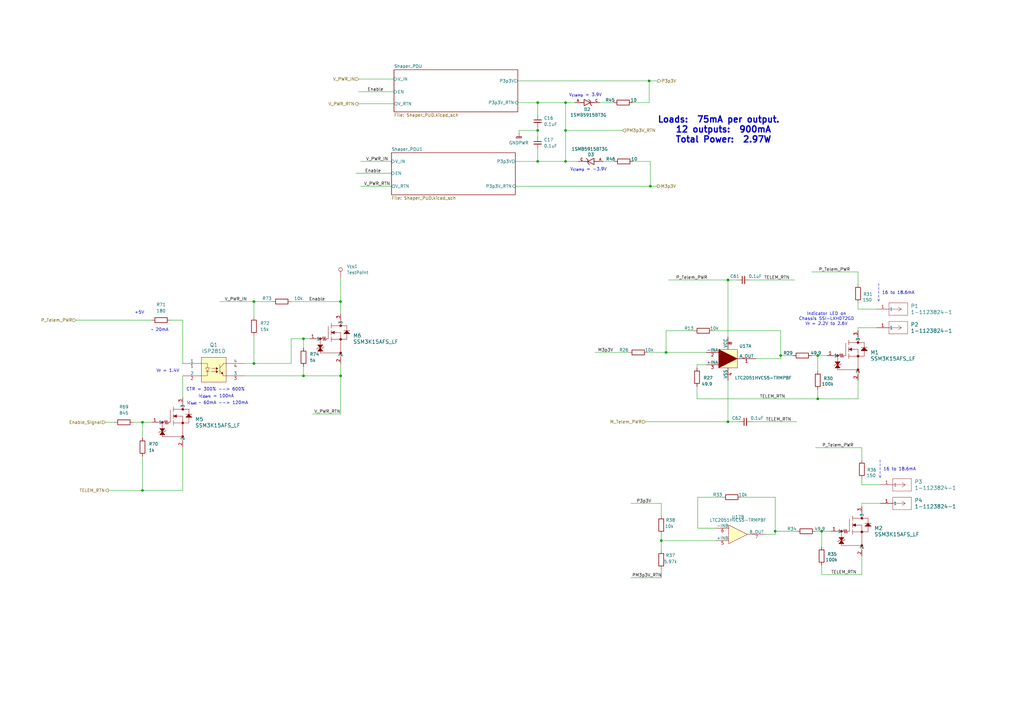
<source format=kicad_sch>
(kicad_sch
	(version 20250114)
	(generator "eeschema")
	(generator_version "9.0")
	(uuid "41d0f1a6-0420-43d9-a72a-237fb37e4072")
	(paper "A3")
	(lib_symbols
		(symbol "Analog_Dev:LTC2051HVIMS8_PBF"
			(pin_names
				(offset 0)
			)
			(exclude_from_sim no)
			(in_bom yes)
			(on_board yes)
			(property "Reference" "U"
				(at 7.112 -2.032 0)
				(effects
					(font
						(size 1.27 1.27)
					)
				)
			)
			(property "Value" ""
				(at 0 0 0)
				(effects
					(font
						(size 1.27 1.27)
					)
				)
			)
			(property "Footprint" ""
				(at 0 0 0)
				(effects
					(font
						(size 1.27 1.27)
					)
					(hide yes)
				)
			)
			(property "Datasheet" ""
				(at 0 0 0)
				(effects
					(font
						(size 1.27 1.27)
					)
					(hide yes)
				)
			)
			(property "Description" ""
				(at 0 0 0)
				(effects
					(font
						(size 1.27 1.27)
					)
					(hide yes)
				)
			)
			(property "ki_locked" ""
				(at 0 0 0)
				(effects
					(font
						(size 1.27 1.27)
					)
				)
			)
			(symbol "LTC2051HVIMS8_PBF_1_1"
				(rectangle
					(start 0 7.62)
					(end 7.62 0)
					(stroke
						(width 0)
						(type default)
					)
					(fill
						(type background)
					)
				)
				(polyline
					(pts
						(xy 0 0) (xy 0 7.62) (xy 7.62 3.81) (xy 0 0)
					)
					(stroke
						(width 0)
						(type default)
					)
					(fill
						(type outline)
					)
				)
				(pin input line
					(at -5.08 6.35 0)
					(length 5.08)
					(name "-INA"
						(effects
							(font
								(size 1.27 1.27)
							)
						)
					)
					(number "2"
						(effects
							(font
								(size 1.27 1.27)
							)
						)
					)
				)
				(pin input line
					(at -5.08 1.27 0)
					(length 5.08)
					(name "+INA"
						(effects
							(font
								(size 1.27 1.27)
							)
						)
					)
					(number "3"
						(effects
							(font
								(size 1.27 1.27)
							)
						)
					)
				)
				(pin power_in line
					(at 3.81 12.7 270)
					(length 5.08)
					(name "VCC"
						(effects
							(font
								(size 1.27 1.27)
							)
						)
					)
					(number "8"
						(effects
							(font
								(size 1.27 1.27)
							)
						)
					)
				)
				(pin power_in line
					(at 3.81 -5.08 90)
					(length 5.08)
					(name "VSS"
						(effects
							(font
								(size 1.27 1.27)
							)
						)
					)
					(number "4"
						(effects
							(font
								(size 1.27 1.27)
							)
						)
					)
				)
				(pin output line
					(at 15.24 3.81 180)
					(length 7.62)
					(name "A_OUT"
						(effects
							(font
								(size 1.27 1.27)
							)
						)
					)
					(number "1"
						(effects
							(font
								(size 1.27 1.27)
							)
						)
					)
				)
			)
			(symbol "LTC2051HVIMS8_PBF_2_1"
				(polyline
					(pts
						(xy 0 0) (xy 0 7.62) (xy 7.62 3.81) (xy 0 0)
					)
					(stroke
						(width 0)
						(type default)
					)
					(fill
						(type background)
					)
				)
				(pin input line
					(at -5.08 6.35 0)
					(length 5.08)
					(name "-INB"
						(effects
							(font
								(size 1.27 1.27)
							)
						)
					)
					(number "6"
						(effects
							(font
								(size 1.27 1.27)
							)
						)
					)
				)
				(pin input line
					(at -5.08 1.27 0)
					(length 5.08)
					(name "+INB"
						(effects
							(font
								(size 1.27 1.27)
							)
						)
					)
					(number "5"
						(effects
							(font
								(size 1.27 1.27)
							)
						)
					)
				)
				(pin output line
					(at 15.24 3.81 180)
					(length 7.62)
					(name "B_OUT"
						(effects
							(font
								(size 1.27 1.27)
							)
						)
					)
					(number "7"
						(effects
							(font
								(size 1.27 1.27)
							)
						)
					)
				)
			)
			(embedded_fonts no)
		)
		(symbol "Connector:TestPoint"
			(pin_numbers
				(hide yes)
			)
			(pin_names
				(offset 0.762)
				(hide yes)
			)
			(exclude_from_sim no)
			(in_bom yes)
			(on_board yes)
			(property "Reference" "TP"
				(at 0 6.858 0)
				(effects
					(font
						(size 1.27 1.27)
					)
				)
			)
			(property "Value" "TestPoint"
				(at 0 5.08 0)
				(effects
					(font
						(size 1.27 1.27)
					)
				)
			)
			(property "Footprint" ""
				(at 5.08 0 0)
				(effects
					(font
						(size 1.27 1.27)
					)
					(hide yes)
				)
			)
			(property "Datasheet" "~"
				(at 5.08 0 0)
				(effects
					(font
						(size 1.27 1.27)
					)
					(hide yes)
				)
			)
			(property "Description" "test point"
				(at 0 0 0)
				(effects
					(font
						(size 1.27 1.27)
					)
					(hide yes)
				)
			)
			(property "ki_keywords" "test point tp"
				(at 0 0 0)
				(effects
					(font
						(size 1.27 1.27)
					)
					(hide yes)
				)
			)
			(property "ki_fp_filters" "Pin* Test*"
				(at 0 0 0)
				(effects
					(font
						(size 1.27 1.27)
					)
					(hide yes)
				)
			)
			(symbol "TestPoint_0_1"
				(circle
					(center 0 3.302)
					(radius 0.762)
					(stroke
						(width 0)
						(type default)
					)
					(fill
						(type none)
					)
				)
			)
			(symbol "TestPoint_1_1"
				(pin passive line
					(at 0 0 90)
					(length 2.54)
					(name "1"
						(effects
							(font
								(size 1.27 1.27)
							)
						)
					)
					(number "1"
						(effects
							(font
								(size 1.27 1.27)
							)
						)
					)
				)
			)
			(embedded_fonts no)
		)
		(symbol "Device:C_Small"
			(pin_numbers
				(hide yes)
			)
			(pin_names
				(offset 0.254)
				(hide yes)
			)
			(exclude_from_sim no)
			(in_bom yes)
			(on_board yes)
			(property "Reference" "C"
				(at 0.254 1.778 0)
				(effects
					(font
						(size 1.27 1.27)
					)
					(justify left)
				)
			)
			(property "Value" "C_Small"
				(at 0.254 -2.032 0)
				(effects
					(font
						(size 1.27 1.27)
					)
					(justify left)
				)
			)
			(property "Footprint" ""
				(at 0 0 0)
				(effects
					(font
						(size 1.27 1.27)
					)
					(hide yes)
				)
			)
			(property "Datasheet" "~"
				(at 0 0 0)
				(effects
					(font
						(size 1.27 1.27)
					)
					(hide yes)
				)
			)
			(property "Description" "Unpolarized capacitor, small symbol"
				(at 0 0 0)
				(effects
					(font
						(size 1.27 1.27)
					)
					(hide yes)
				)
			)
			(property "ki_keywords" "capacitor cap"
				(at 0 0 0)
				(effects
					(font
						(size 1.27 1.27)
					)
					(hide yes)
				)
			)
			(property "ki_fp_filters" "C_*"
				(at 0 0 0)
				(effects
					(font
						(size 1.27 1.27)
					)
					(hide yes)
				)
			)
			(symbol "C_Small_0_1"
				(polyline
					(pts
						(xy -1.524 0.508) (xy 1.524 0.508)
					)
					(stroke
						(width 0.3048)
						(type default)
					)
					(fill
						(type none)
					)
				)
				(polyline
					(pts
						(xy -1.524 -0.508) (xy 1.524 -0.508)
					)
					(stroke
						(width 0.3302)
						(type default)
					)
					(fill
						(type none)
					)
				)
			)
			(symbol "C_Small_1_1"
				(pin passive line
					(at 0 2.54 270)
					(length 2.032)
					(name "~"
						(effects
							(font
								(size 1.27 1.27)
							)
						)
					)
					(number "1"
						(effects
							(font
								(size 1.27 1.27)
							)
						)
					)
				)
				(pin passive line
					(at 0 -2.54 90)
					(length 2.032)
					(name "~"
						(effects
							(font
								(size 1.27 1.27)
							)
						)
					)
					(number "2"
						(effects
							(font
								(size 1.27 1.27)
							)
						)
					)
				)
			)
			(embedded_fonts no)
		)
		(symbol "Device:R"
			(pin_numbers
				(hide yes)
			)
			(pin_names
				(offset 0)
			)
			(exclude_from_sim no)
			(in_bom yes)
			(on_board yes)
			(property "Reference" "R"
				(at 2.032 0 90)
				(effects
					(font
						(size 1.27 1.27)
					)
				)
			)
			(property "Value" "R"
				(at 0 0 90)
				(effects
					(font
						(size 1.27 1.27)
					)
				)
			)
			(property "Footprint" ""
				(at -1.778 0 90)
				(effects
					(font
						(size 1.27 1.27)
					)
					(hide yes)
				)
			)
			(property "Datasheet" "~"
				(at 0 0 0)
				(effects
					(font
						(size 1.27 1.27)
					)
					(hide yes)
				)
			)
			(property "Description" "Resistor"
				(at 0 0 0)
				(effects
					(font
						(size 1.27 1.27)
					)
					(hide yes)
				)
			)
			(property "ki_keywords" "R res resistor"
				(at 0 0 0)
				(effects
					(font
						(size 1.27 1.27)
					)
					(hide yes)
				)
			)
			(property "ki_fp_filters" "R_*"
				(at 0 0 0)
				(effects
					(font
						(size 1.27 1.27)
					)
					(hide yes)
				)
			)
			(symbol "R_0_1"
				(rectangle
					(start -1.016 -2.54)
					(end 1.016 2.54)
					(stroke
						(width 0.254)
						(type default)
					)
					(fill
						(type none)
					)
				)
			)
			(symbol "R_1_1"
				(pin passive line
					(at 0 3.81 270)
					(length 1.27)
					(name "~"
						(effects
							(font
								(size 1.27 1.27)
							)
						)
					)
					(number "1"
						(effects
							(font
								(size 1.27 1.27)
							)
						)
					)
				)
				(pin passive line
					(at 0 -3.81 90)
					(length 1.27)
					(name "~"
						(effects
							(font
								(size 1.27 1.27)
							)
						)
					)
					(number "2"
						(effects
							(font
								(size 1.27 1.27)
							)
						)
					)
				)
			)
			(embedded_fonts no)
		)
		(symbol "ISOCOM:ISP281D"
			(pin_names
				(offset 0)
			)
			(exclude_from_sim no)
			(in_bom yes)
			(on_board yes)
			(property "Reference" "Q"
				(at 8.89 7.366 0)
				(effects
					(font
						(size 1.524 1.524)
					)
				)
			)
			(property "Value" "ISP281D"
				(at 12.446 4.572 0)
				(effects
					(font
						(size 1.524 1.524)
					)
				)
			)
			(property "Footprint" "ISP281D_ISO"
				(at 0 0 0)
				(effects
					(font
						(size 1.27 1.27)
						(italic yes)
					)
					(hide yes)
				)
			)
			(property "Datasheet" "ISP281D"
				(at 0 0 0)
				(effects
					(font
						(size 1.27 1.27)
						(italic yes)
					)
					(hide yes)
				)
			)
			(property "Description" ""
				(at 0 0 0)
				(effects
					(font
						(size 1.27 1.27)
					)
					(hide yes)
				)
			)
			(property "ki_keywords" "ISP281D"
				(at 0 0 0)
				(effects
					(font
						(size 1.27 1.27)
					)
					(hide yes)
				)
			)
			(property "ki_fp_filters" "ISP281D_ISO ISP281D_ISO-M ISP281D_ISO-L"
				(at 0 0 0)
				(effects
					(font
						(size 1.27 1.27)
					)
					(hide yes)
				)
			)
			(symbol "ISP281D_0_1"
				(polyline
					(pts
						(xy 9.398 -1.778) (xy 10.16 -3.302)
					)
					(stroke
						(width 0.127)
						(type default)
					)
					(fill
						(type none)
					)
				)
				(polyline
					(pts
						(xy 9.398 -3.302) (xy 10.922 -3.302)
					)
					(stroke
						(width 0.127)
						(type default)
					)
					(fill
						(type none)
					)
				)
				(polyline
					(pts
						(xy 10.16 0) (xy 7.62 0)
					)
					(stroke
						(width 0.127)
						(type default)
					)
					(fill
						(type none)
					)
				)
				(polyline
					(pts
						(xy 10.16 0) (xy 10.16 -1.778)
					)
					(stroke
						(width 0.127)
						(type default)
					)
					(fill
						(type none)
					)
				)
				(polyline
					(pts
						(xy 10.16 -3.302) (xy 10.16 -5.08)
					)
					(stroke
						(width 0.127)
						(type default)
					)
					(fill
						(type none)
					)
				)
				(polyline
					(pts
						(xy 10.16 -3.302) (xy 10.922 -1.778)
					)
					(stroke
						(width 0.127)
						(type default)
					)
					(fill
						(type none)
					)
				)
				(polyline
					(pts
						(xy 10.16 -5.08) (xy 7.62 -5.08)
					)
					(stroke
						(width 0.127)
						(type default)
					)
					(fill
						(type none)
					)
				)
				(polyline
					(pts
						(xy 10.922 -1.778) (xy 9.398 -1.778)
					)
					(stroke
						(width 0.127)
						(type default)
					)
					(fill
						(type none)
					)
				)
				(polyline
					(pts
						(xy 11.684 -2.032) (xy 13.716 -2.032)
					)
					(stroke
						(width 0.127)
						(type default)
					)
					(fill
						(type none)
					)
				)
				(polyline
					(pts
						(xy 11.684 -3.302) (xy 13.716 -3.302)
					)
					(stroke
						(width 0.127)
						(type default)
					)
					(fill
						(type none)
					)
				)
				(polyline
					(pts
						(xy 13.716 -1.524) (xy 13.716 -2.54) (xy 14.478 -2.032)
					)
					(stroke
						(width 0)
						(type default)
					)
					(fill
						(type outline)
					)
				)
				(polyline
					(pts
						(xy 13.716 -2.794) (xy 13.716 -3.81) (xy 14.478 -3.302)
					)
					(stroke
						(width 0)
						(type default)
					)
					(fill
						(type outline)
					)
				)
				(polyline
					(pts
						(xy 15.24 -1.778) (xy 16.51 -0.508)
					)
					(stroke
						(width 0.127)
						(type default)
					)
					(fill
						(type none)
					)
				)
				(polyline
					(pts
						(xy 15.24 -3.048) (xy 16.002 -3.81)
					)
					(stroke
						(width 0.127)
						(type default)
					)
					(fill
						(type none)
					)
				)
				(polyline
					(pts
						(xy 15.24 -4.318) (xy 15.24 -0.508)
					)
					(stroke
						(width 0.127)
						(type default)
					)
					(fill
						(type none)
					)
				)
				(polyline
					(pts
						(xy 16.4717 -4.3107) (xy 15.748 -4.064) (xy 16.256 -3.556) (xy 16.51 -4.318)
					)
					(stroke
						(width 0)
						(type default)
					)
					(fill
						(type outline)
					)
				)
				(polyline
					(pts
						(xy 16.51 0) (xy 17.78 0)
					)
					(stroke
						(width 0.127)
						(type default)
					)
					(fill
						(type none)
					)
				)
				(polyline
					(pts
						(xy 16.51 -0.508) (xy 16.51 0)
					)
					(stroke
						(width 0.127)
						(type default)
					)
					(fill
						(type none)
					)
				)
				(polyline
					(pts
						(xy 16.51 -4.318) (xy 16.51 -5.08)
					)
					(stroke
						(width 0.127)
						(type default)
					)
					(fill
						(type none)
					)
				)
				(polyline
					(pts
						(xy 17.78 -5.08) (xy 16.51 -5.08)
					)
					(stroke
						(width 0.127)
						(type default)
					)
					(fill
						(type none)
					)
				)
				(pin unspecified line
					(at 0 0 0)
					(length 7.62)
					(name "1"
						(effects
							(font
								(size 1.27 1.27)
							)
						)
					)
					(number "1"
						(effects
							(font
								(size 1.27 1.27)
							)
						)
					)
				)
				(pin unspecified line
					(at 0 -5.08 0)
					(length 7.62)
					(name "2"
						(effects
							(font
								(size 1.27 1.27)
							)
						)
					)
					(number "2"
						(effects
							(font
								(size 1.27 1.27)
							)
						)
					)
				)
				(pin unspecified line
					(at 25.4 0 180)
					(length 7.62)
					(name "4"
						(effects
							(font
								(size 1.27 1.27)
							)
						)
					)
					(number "4"
						(effects
							(font
								(size 1.27 1.27)
							)
						)
					)
				)
				(pin unspecified line
					(at 25.4 -5.08 180)
					(length 7.62)
					(name "3"
						(effects
							(font
								(size 1.27 1.27)
							)
						)
					)
					(number "3"
						(effects
							(font
								(size 1.27 1.27)
							)
						)
					)
				)
			)
			(symbol "ISP281D_1_1"
				(rectangle
					(start 7.62 2.54)
					(end 17.78 -7.62)
					(stroke
						(width 0)
						(type default)
					)
					(fill
						(type background)
					)
				)
			)
			(embedded_fonts no)
		)
		(symbol "ONSEMI:1SMB5915BT3G"
			(pin_names
				(offset 1.016)
			)
			(exclude_from_sim no)
			(in_bom yes)
			(on_board yes)
			(property "Reference" "D"
				(at -5.08 2.54 0)
				(effects
					(font
						(size 1.27 1.27)
					)
					(justify left bottom)
				)
			)
			(property "Value" "1SMB5915BT3G"
				(at -5.08 -3.81 0)
				(effects
					(font
						(size 1.27 1.27)
					)
					(justify left bottom)
				)
			)
			(property "Footprint" "1SMB5915BT3G:DIOM5436X247N"
				(at -0.508 -5.842 0)
				(effects
					(font
						(size 1.27 1.27)
					)
					(justify bottom)
					(hide yes)
				)
			)
			(property "Datasheet" ""
				(at 0 0 0)
				(effects
					(font
						(size 1.27 1.27)
					)
					(hide yes)
				)
			)
			(property "Description" ""
				(at 0 0 0)
				(effects
					(font
						(size 1.27 1.27)
					)
					(hide yes)
				)
			)
			(property "PARTREV" "9"
				(at 11.938 6.604 0)
				(effects
					(font
						(size 1.27 1.27)
					)
					(justify bottom)
					(hide yes)
				)
			)
			(property "STANDARD" "IPC 7351B"
				(at 0 3.81 0)
				(effects
					(font
						(size 1.27 1.27)
					)
					(justify bottom)
					(hide yes)
				)
			)
			(property "MAXIMUM_PACKAGE_HEIGHT" "2.47 mm"
				(at 11.176 3.81 0)
				(effects
					(font
						(size 1.27 1.27)
					)
					(justify bottom)
					(hide yes)
				)
			)
			(property "MANUFACTURER" "ON Semiconductor"
				(at 0.254 6.858 0)
				(effects
					(font
						(size 1.27 1.27)
					)
					(justify bottom)
					(hide yes)
				)
			)
			(symbol "1SMB5915BT3G_0_0"
				(polyline
					(pts
						(xy -2.54 0) (xy -1.27 0)
					)
					(stroke
						(width 0.254)
						(type default)
					)
					(fill
						(type none)
					)
				)
				(polyline
					(pts
						(xy -1.27 1.27) (xy -1.27 0)
					)
					(stroke
						(width 0.254)
						(type default)
					)
					(fill
						(type none)
					)
				)
				(polyline
					(pts
						(xy -1.27 0) (xy -1.27 -1.27)
					)
					(stroke
						(width 0.254)
						(type default)
					)
					(fill
						(type none)
					)
				)
				(polyline
					(pts
						(xy -1.27 -1.27) (xy 1.27 0)
					)
					(stroke
						(width 0.254)
						(type default)
					)
					(fill
						(type none)
					)
				)
				(polyline
					(pts
						(xy 0.635 1.27) (xy 1.27 0.635)
					)
					(stroke
						(width 0.254)
						(type default)
					)
					(fill
						(type none)
					)
				)
				(polyline
					(pts
						(xy 1.27 0.635) (xy 1.27 0)
					)
					(stroke
						(width 0.254)
						(type default)
					)
					(fill
						(type none)
					)
				)
				(polyline
					(pts
						(xy 1.27 0) (xy -1.27 1.27)
					)
					(stroke
						(width 0.254)
						(type default)
					)
					(fill
						(type none)
					)
				)
				(polyline
					(pts
						(xy 1.27 0) (xy 1.27 -0.635)
					)
					(stroke
						(width 0.254)
						(type default)
					)
					(fill
						(type none)
					)
				)
				(polyline
					(pts
						(xy 1.27 -0.635) (xy 1.905 -1.27)
					)
					(stroke
						(width 0.254)
						(type default)
					)
					(fill
						(type none)
					)
				)
				(polyline
					(pts
						(xy 2.54 0) (xy 1.27 0)
					)
					(stroke
						(width 0.254)
						(type default)
					)
					(fill
						(type none)
					)
				)
				(pin passive line
					(at -5.08 0 0)
					(length 2.54)
					(name "~"
						(effects
							(font
								(size 1.016 1.016)
							)
						)
					)
					(number "A"
						(effects
							(font
								(size 1.016 1.016)
							)
						)
					)
				)
				(pin passive line
					(at 5.08 0 180)
					(length 2.54)
					(name "~"
						(effects
							(font
								(size 1.016 1.016)
							)
						)
					)
					(number "C"
						(effects
							(font
								(size 1.016 1.016)
							)
						)
					)
				)
			)
			(embedded_fonts no)
		)
		(symbol "TE_Connectivity:1-1123824-1"
			(pin_names
				(offset 0.254)
			)
			(exclude_from_sim no)
			(in_bom yes)
			(on_board yes)
			(property "Reference" "P"
				(at 8.89 6.35 0)
				(effects
					(font
						(size 1.524 1.524)
					)
				)
			)
			(property "Value" "1-1123824-1"
				(at 0 0 0)
				(effects
					(font
						(size 1.524 1.524)
					)
				)
			)
			(property "Footprint" "conn1_1-1123824-1_TEC"
				(at 0 0 0)
				(effects
					(font
						(size 1.27 1.27)
						(italic yes)
					)
					(hide yes)
				)
			)
			(property "Datasheet" "1-1123824-1"
				(at 0 0 0)
				(effects
					(font
						(size 1.27 1.27)
						(italic yes)
					)
					(hide yes)
				)
			)
			(property "Description" ""
				(at 0 0 0)
				(effects
					(font
						(size 1.27 1.27)
					)
					(hide yes)
				)
			)
			(property "ki_locked" ""
				(at 0 0 0)
				(effects
					(font
						(size 1.27 1.27)
					)
				)
			)
			(property "ki_keywords" "1-1123824-1"
				(at 0 0 0)
				(effects
					(font
						(size 1.27 1.27)
					)
					(hide yes)
				)
			)
			(property "ki_fp_filters" "conn1_1-1123824-1_TEC"
				(at 0 0 0)
				(effects
					(font
						(size 1.27 1.27)
					)
					(hide yes)
				)
			)
			(symbol "1-1123824-1_0_1"
				(polyline
					(pts
						(xy 5.08 2.54) (xy 5.08 -2.54)
					)
					(stroke
						(width 0.127)
						(type default)
					)
					(fill
						(type none)
					)
				)
				(polyline
					(pts
						(xy 5.08 -2.54) (xy 12.7 -2.54)
					)
					(stroke
						(width 0.127)
						(type default)
					)
					(fill
						(type none)
					)
				)
				(polyline
					(pts
						(xy 10.16 0) (xy 5.08 0)
					)
					(stroke
						(width 0.127)
						(type default)
					)
					(fill
						(type none)
					)
				)
				(polyline
					(pts
						(xy 10.16 0) (xy 8.89 0.8467)
					)
					(stroke
						(width 0.127)
						(type default)
					)
					(fill
						(type none)
					)
				)
				(polyline
					(pts
						(xy 10.16 0) (xy 8.89 -0.8467)
					)
					(stroke
						(width 0.127)
						(type default)
					)
					(fill
						(type none)
					)
				)
				(polyline
					(pts
						(xy 12.7 2.54) (xy 5.08 2.54)
					)
					(stroke
						(width 0.127)
						(type default)
					)
					(fill
						(type none)
					)
				)
				(polyline
					(pts
						(xy 12.7 -2.54) (xy 12.7 2.54)
					)
					(stroke
						(width 0.127)
						(type default)
					)
					(fill
						(type none)
					)
				)
				(pin unspecified line
					(at 0 0 0)
					(length 5.08)
					(name "1"
						(effects
							(font
								(size 1.27 1.27)
							)
						)
					)
					(number "1"
						(effects
							(font
								(size 1.27 1.27)
							)
						)
					)
				)
			)
			(embedded_fonts no)
		)
		(symbol "Toshiba_Semiconductor:SSM3K15AFS_LF"
			(pin_names
				(offset 0.254)
			)
			(exclude_from_sim no)
			(in_bom yes)
			(on_board yes)
			(property "Reference" "MOSFET"
				(at 0 0 0)
				(effects
					(font
						(size 1.524 1.524)
					)
				)
			)
			(property "Value" "SSM3K15AFS_LF"
				(at 0 0 0)
				(effects
					(font
						(size 1.524 1.524)
					)
				)
			)
			(property "Footprint" "SSM_TOS"
				(at 0 0 0)
				(effects
					(font
						(size 1.27 1.27)
						(italic yes)
					)
					(hide yes)
				)
			)
			(property "Datasheet" "SSM3K15AFS_LF"
				(at 0 0 0)
				(effects
					(font
						(size 1.27 1.27)
						(italic yes)
					)
					(hide yes)
				)
			)
			(property "Description" ""
				(at 0 0 0)
				(effects
					(font
						(size 1.27 1.27)
					)
					(hide yes)
				)
			)
			(property "ki_locked" ""
				(at 0 0 0)
				(effects
					(font
						(size 1.27 1.27)
					)
				)
			)
			(property "ki_keywords" "SSM3K15AFS,LF"
				(at 0 0 0)
				(effects
					(font
						(size 1.27 1.27)
					)
					(hide yes)
				)
			)
			(property "ki_fp_filters" "SSM_TOS SSM_TOS-M SSM_TOS-L"
				(at 0 0 0)
				(effects
					(font
						(size 1.27 1.27)
					)
					(hide yes)
				)
			)
			(symbol "SSM3K15AFS_LF_0_1"
				(polyline
					(pts
						(xy 0 -7.62) (xy 2.54 -7.62)
					)
					(stroke
						(width 0.1524)
						(type default)
					)
					(fill
						(type none)
					)
				)
				(polyline
					(pts
						(xy 0.762 -10.16) (xy 1.778 -11.43)
					)
					(stroke
						(width 0.1524)
						(type default)
					)
					(fill
						(type none)
					)
				)
				(polyline
					(pts
						(xy 0.762 -10.16) (xy 1.778 -11.43) (xy 0.762 -12.7) (xy 2.794 -12.7) (xy 1.778 -11.43) (xy 2.794 -10.16)
					)
					(stroke
						(width 0)
						(type default)
					)
					(fill
						(type outline)
					)
				)
				(polyline
					(pts
						(xy 0.762 -11.43) (xy 0.254 -11.938)
					)
					(stroke
						(width 0.1524)
						(type default)
					)
					(fill
						(type none)
					)
				)
				(polyline
					(pts
						(xy 0.762 -11.43) (xy 2.794 -11.43)
					)
					(stroke
						(width 0.1524)
						(type default)
					)
					(fill
						(type none)
					)
				)
				(polyline
					(pts
						(xy 0.762 -12.7) (xy 2.794 -12.7)
					)
					(stroke
						(width 0.1524)
						(type default)
					)
					(fill
						(type none)
					)
				)
				(polyline
					(pts
						(xy 1.778 -7.62) (xy 1.778 -10.16)
					)
					(stroke
						(width 0.1524)
						(type default)
					)
					(fill
						(type none)
					)
				)
				(circle
					(center 1.778 -7.62)
					(radius 0.254)
					(stroke
						(width 0.508)
						(type default)
					)
					(fill
						(type none)
					)
				)
				(polyline
					(pts
						(xy 1.778 -11.43) (xy 0.762 -12.7)
					)
					(stroke
						(width 0.1524)
						(type default)
					)
					(fill
						(type none)
					)
				)
				(polyline
					(pts
						(xy 1.778 -11.43) (xy 2.794 -10.16)
					)
					(stroke
						(width 0.1524)
						(type default)
					)
					(fill
						(type none)
					)
				)
				(polyline
					(pts
						(xy 1.778 -12.7) (xy 1.778 -13.462)
					)
					(stroke
						(width 0.1524)
						(type default)
					)
					(fill
						(type none)
					)
				)
				(polyline
					(pts
						(xy 1.778 -13.462) (xy 10.16 -13.462)
					)
					(stroke
						(width 0.1524)
						(type default)
					)
					(fill
						(type none)
					)
				)
				(polyline
					(pts
						(xy 2.794 -6.858) (xy 2.54 -7.62)
					)
					(stroke
						(width 0.1524)
						(type default)
					)
					(fill
						(type none)
					)
				)
				(polyline
					(pts
						(xy 2.794 -10.16) (xy 0.762 -10.16)
					)
					(stroke
						(width 0.1524)
						(type default)
					)
					(fill
						(type none)
					)
				)
				(polyline
					(pts
						(xy 2.794 -11.43) (xy 3.302 -10.922)
					)
					(stroke
						(width 0.1524)
						(type default)
					)
					(fill
						(type none)
					)
				)
				(polyline
					(pts
						(xy 2.794 -12.7) (xy 1.778 -11.43)
					)
					(stroke
						(width 0.1524)
						(type default)
					)
					(fill
						(type none)
					)
				)
				(polyline
					(pts
						(xy 3.048 -8.382) (xy 2.794 -6.858)
					)
					(stroke
						(width 0.1524)
						(type default)
					)
					(fill
						(type none)
					)
				)
				(polyline
					(pts
						(xy 3.302 -6.858) (xy 3.048 -8.382)
					)
					(stroke
						(width 0.1524)
						(type default)
					)
					(fill
						(type none)
					)
				)
				(polyline
					(pts
						(xy 3.556 -8.382) (xy 3.302 -6.858)
					)
					(stroke
						(width 0.1524)
						(type default)
					)
					(fill
						(type none)
					)
				)
				(polyline
					(pts
						(xy 3.81 -6.858) (xy 3.556 -8.382)
					)
					(stroke
						(width 0.1524)
						(type default)
					)
					(fill
						(type none)
					)
				)
				(polyline
					(pts
						(xy 4.064 -8.382) (xy 3.81 -6.858)
					)
					(stroke
						(width 0.1524)
						(type default)
					)
					(fill
						(type none)
					)
				)
				(polyline
					(pts
						(xy 4.318 -7.62) (xy 4.064 -8.382)
					)
					(stroke
						(width 0.1524)
						(type default)
					)
					(fill
						(type none)
					)
				)
				(polyline
					(pts
						(xy 5.08 -7.62) (xy 4.318 -7.62)
					)
					(stroke
						(width 0.1524)
						(type default)
					)
					(fill
						(type none)
					)
				)
				(polyline
					(pts
						(xy 5.08 -7.62) (xy 5.08 -2.54)
					)
					(stroke
						(width 0.1524)
						(type default)
					)
					(fill
						(type none)
					)
				)
				(polyline
					(pts
						(xy 6.35 -3.302) (xy 6.35 -1.27)
					)
					(stroke
						(width 0.1524)
						(type default)
					)
					(fill
						(type none)
					)
				)
				(polyline
					(pts
						(xy 6.35 -5.08) (xy 7.62 -4.572)
					)
					(stroke
						(width 0.1524)
						(type default)
					)
					(fill
						(type none)
					)
				)
				(polyline
					(pts
						(xy 6.35 -6.096) (xy 6.35 -4.064)
					)
					(stroke
						(width 0.1524)
						(type default)
					)
					(fill
						(type none)
					)
				)
				(polyline
					(pts
						(xy 6.35 -7.874) (xy 12.7 -7.874)
					)
					(stroke
						(width 0.1524)
						(type default)
					)
					(fill
						(type none)
					)
				)
				(polyline
					(pts
						(xy 6.35 -8.89) (xy 6.35 -6.858)
					)
					(stroke
						(width 0.1524)
						(type default)
					)
					(fill
						(type none)
					)
				)
				(polyline
					(pts
						(xy 7.62 -4.572) (xy 7.62 -5.588)
					)
					(stroke
						(width 0.1524)
						(type default)
					)
					(fill
						(type none)
					)
				)
				(polyline
					(pts
						(xy 7.62 -4.572) (xy 6.35 -5.08) (xy 7.62 -5.588)
					)
					(stroke
						(width 0)
						(type default)
					)
					(fill
						(type outline)
					)
				)
				(polyline
					(pts
						(xy 7.62 -5.08) (xy 10.16 -5.08)
					)
					(stroke
						(width 0.1524)
						(type default)
					)
					(fill
						(type none)
					)
				)
				(polyline
					(pts
						(xy 7.62 -5.588) (xy 6.35 -5.08)
					)
					(stroke
						(width 0.1524)
						(type default)
					)
					(fill
						(type none)
					)
				)
				(polyline
					(pts
						(xy 10.16 0) (xy 10.16 -2.286)
					)
					(stroke
						(width 0.1524)
						(type default)
					)
					(fill
						(type none)
					)
				)
				(circle
					(center 10.16 -2.286)
					(radius 0.254)
					(stroke
						(width 0.508)
						(type default)
					)
					(fill
						(type none)
					)
				)
				(polyline
					(pts
						(xy 10.16 -5.08) (xy 10.16 -15.24)
					)
					(stroke
						(width 0.1524)
						(type default)
					)
					(fill
						(type none)
					)
				)
				(circle
					(center 10.16 -7.874)
					(radius 0.254)
					(stroke
						(width 0.508)
						(type default)
					)
					(fill
						(type none)
					)
				)
				(circle
					(center 10.16 -13.462)
					(radius 0.254)
					(stroke
						(width 0.508)
						(type default)
					)
					(fill
						(type none)
					)
				)
				(polyline
					(pts
						(xy 11.43 -4.318) (xy 13.97 -4.318)
					)
					(stroke
						(width 0.1524)
						(type default)
					)
					(fill
						(type none)
					)
				)
				(polyline
					(pts
						(xy 11.43 -5.588) (xy 13.97 -5.588)
					)
					(stroke
						(width 0.1524)
						(type default)
					)
					(fill
						(type none)
					)
				)
				(polyline
					(pts
						(xy 12.7 -2.286) (xy 6.35 -2.286)
					)
					(stroke
						(width 0.1524)
						(type default)
					)
					(fill
						(type none)
					)
				)
				(polyline
					(pts
						(xy 12.7 -4.318) (xy 11.43 -5.588)
					)
					(stroke
						(width 0.1524)
						(type default)
					)
					(fill
						(type none)
					)
				)
				(polyline
					(pts
						(xy 12.7 -4.318) (xy 12.7 -2.286)
					)
					(stroke
						(width 0.1524)
						(type default)
					)
					(fill
						(type none)
					)
				)
				(polyline
					(pts
						(xy 12.7 -4.318) (xy 11.43 -5.588) (xy 13.97 -5.588)
					)
					(stroke
						(width 0)
						(type default)
					)
					(fill
						(type outline)
					)
				)
				(polyline
					(pts
						(xy 12.7 -7.874) (xy 12.7 -5.588)
					)
					(stroke
						(width 0.1524)
						(type default)
					)
					(fill
						(type none)
					)
				)
				(polyline
					(pts
						(xy 13.97 -5.588) (xy 12.7 -4.318)
					)
					(stroke
						(width 0.1524)
						(type default)
					)
					(fill
						(type none)
					)
				)
				(pin unspecified line
					(at -2.54 -7.62 0)
					(length 2.54)
					(name "1"
						(effects
							(font
								(size 1.27 1.27)
							)
						)
					)
					(number "1"
						(effects
							(font
								(size 1.27 1.27)
							)
						)
					)
				)
				(pin unspecified line
					(at 10.16 2.54 270)
					(length 2.54)
					(name "3"
						(effects
							(font
								(size 1.27 1.27)
							)
						)
					)
					(number "3"
						(effects
							(font
								(size 1.27 1.27)
							)
						)
					)
				)
				(pin unspecified line
					(at 10.16 -17.78 90)
					(length 2.54)
					(name "2"
						(effects
							(font
								(size 1.27 1.27)
							)
						)
					)
					(number "2"
						(effects
							(font
								(size 1.27 1.27)
							)
						)
					)
				)
			)
			(embedded_fonts no)
		)
		(symbol "power:GNDPWR"
			(power)
			(pin_numbers
				(hide yes)
			)
			(pin_names
				(offset 0)
				(hide yes)
			)
			(exclude_from_sim no)
			(in_bom yes)
			(on_board yes)
			(property "Reference" "#PWR"
				(at 0 -5.08 0)
				(effects
					(font
						(size 1.27 1.27)
					)
					(hide yes)
				)
			)
			(property "Value" "GNDPWR"
				(at 0 -3.302 0)
				(effects
					(font
						(size 1.27 1.27)
					)
				)
			)
			(property "Footprint" ""
				(at 0 -1.27 0)
				(effects
					(font
						(size 1.27 1.27)
					)
					(hide yes)
				)
			)
			(property "Datasheet" ""
				(at 0 -1.27 0)
				(effects
					(font
						(size 1.27 1.27)
					)
					(hide yes)
				)
			)
			(property "Description" "Power symbol creates a global label with name \"GNDPWR\" , global ground"
				(at 0 0 0)
				(effects
					(font
						(size 1.27 1.27)
					)
					(hide yes)
				)
			)
			(property "ki_keywords" "global ground"
				(at 0 0 0)
				(effects
					(font
						(size 1.27 1.27)
					)
					(hide yes)
				)
			)
			(symbol "GNDPWR_0_1"
				(polyline
					(pts
						(xy -1.016 -1.27) (xy -1.27 -2.032) (xy -1.27 -2.032)
					)
					(stroke
						(width 0.2032)
						(type default)
					)
					(fill
						(type none)
					)
				)
				(polyline
					(pts
						(xy -0.508 -1.27) (xy -0.762 -2.032) (xy -0.762 -2.032)
					)
					(stroke
						(width 0.2032)
						(type default)
					)
					(fill
						(type none)
					)
				)
				(polyline
					(pts
						(xy 0 -1.27) (xy 0 0)
					)
					(stroke
						(width 0)
						(type default)
					)
					(fill
						(type none)
					)
				)
				(polyline
					(pts
						(xy 0 -1.27) (xy -0.254 -2.032) (xy -0.254 -2.032)
					)
					(stroke
						(width 0.2032)
						(type default)
					)
					(fill
						(type none)
					)
				)
				(polyline
					(pts
						(xy 0.508 -1.27) (xy 0.254 -2.032) (xy 0.254 -2.032)
					)
					(stroke
						(width 0.2032)
						(type default)
					)
					(fill
						(type none)
					)
				)
				(polyline
					(pts
						(xy 1.016 -1.27) (xy -1.016 -1.27) (xy -1.016 -1.27)
					)
					(stroke
						(width 0.2032)
						(type default)
					)
					(fill
						(type none)
					)
				)
				(polyline
					(pts
						(xy 1.016 -1.27) (xy 0.762 -2.032) (xy 0.762 -2.032) (xy 0.762 -2.032)
					)
					(stroke
						(width 0.2032)
						(type default)
					)
					(fill
						(type none)
					)
				)
			)
			(symbol "GNDPWR_1_1"
				(pin power_in line
					(at 0 0 270)
					(length 0)
					(name "~"
						(effects
							(font
								(size 1.27 1.27)
							)
						)
					)
					(number "1"
						(effects
							(font
								(size 1.27 1.27)
							)
						)
					)
				)
			)
			(embedded_fonts no)
		)
	)
	(text "V_{clamp} = 3.9V"
		(exclude_from_sim no)
		(at 240.0829 39.027 0)
		(effects
			(font
				(size 1.27 1.27)
			)
		)
		(uuid "0201e301-2213-4c1f-b6ed-31d6e344ba1d")
	)
	(text "+5V"
		(exclude_from_sim no)
		(at 57.168 128.2536 0)
		(effects
			(font
				(size 1.27 1.27)
			)
		)
		(uuid "0f9b487f-9932-420c-94ca-592dd17d7793")
	)
	(text "16 to 18.6mA"
		(exclude_from_sim no)
		(at 368.4255 120.1695 0)
		(effects
			(font
				(size 1.27 1.27)
			)
		)
		(uuid "1a26ba69-100a-4530-9c64-6685a044f14c")
	)
	(text "<----"
		(exclude_from_sim no)
		(at 360.8599 192.496 90)
		(effects
			(font
				(size 1.27 1.27)
			)
		)
		(uuid "42ca0dda-e049-4086-83fc-a25829ba8622")
	)
	(text "Loads:  75mA per output.  \n12 outputs:  900mA\nTotal Power:  2.97W"
		(exclude_from_sim no)
		(at 296.7249 53.251 0)
		(effects
			(font
				(size 2.54 2.54)
				(thickness 0.508)
				(bold yes)
			)
		)
		(uuid "49073fb3-550b-4537-ba65-85156bad44d2")
	)
	(text "CTR = 300% --> 600%"
		(exclude_from_sim no)
		(at 88.41 159.7496 0)
		(effects
			(font
				(size 1.27 1.27)
			)
		)
		(uuid "4bacf560-408e-464b-af57-fb7f1b7c936f")
	)
	(text "~ 20mA"
		(exclude_from_sim no)
		(at 65.55 135.3656 0)
		(effects
			(font
				(size 1.27 1.27)
			)
		)
		(uuid "4c2d2151-25f4-435c-9764-813bc31998c9")
	)
	(text "V_{f} = 1.4V"
		(exclude_from_sim no)
		(at 68.852 152.1296 0)
		(effects
			(font
				(size 1.27 1.27)
			)
		)
		(uuid "5c7a9008-594a-4148-8ac3-ab1982c1afc5")
	)
	(text "16 to 18.6mA"
		(exclude_from_sim no)
		(at 368.9879 192.496 0)
		(effects
			(font
				(size 1.27 1.27)
			)
		)
		(uuid "a16c314e-846c-422c-8523-121d9367ad8f")
	)
	(text "Ic_{sat} ~ 60mA --> 120mA"
		(exclude_from_sim no)
		(at 89.172 165.3376 0)
		(effects
			(font
				(size 1.27 1.27)
			)
		)
		(uuid "a316b7c0-30cb-4b38-9112-cde6a7680f3e")
	)
	(text "Indicator LED on\nChassis SSI-LXH072GD\nV_{f} = 2.2V to 2.6V"
		(exclude_from_sim no)
		(at 338.9615 130.8375 0)
		(effects
			(font
				(size 1.27 1.27)
			)
		)
		(uuid "b7aa8def-67a4-4ddc-95bf-17564427f393")
	)
	(text "V_{clamp} = -3.9V"
		(exclude_from_sim no)
		(at 241.3529 69.507 0)
		(effects
			(font
				(size 1.27 1.27)
			)
		)
		(uuid "c327c97e-feed-47df-8a44-c99696763523")
	)
	(text "<----"
		(exclude_from_sim no)
		(at 360.2975 120.1695 90)
		(effects
			(font
				(size 1.27 1.27)
			)
		)
		(uuid "cfa688f9-2697-432c-9dd5-a82dbedf3233")
	)
	(text "Ic_{dark} = 100nA"
		(exclude_from_sim no)
		(at 88.664 162.5436 0)
		(effects
			(font
				(size 1.27 1.27)
			)
		)
		(uuid "e7b404c2-4d14-4a58-a7b3-e87634ac9417")
	)
	(junction
		(at 220.5249 42.075)
		(diameter 0)
		(color 0 0 0 0)
		(uuid "004d3df7-fa3e-4839-8a5b-79ad928d04d8")
	)
	(junction
		(at 139.718 154.1616)
		(diameter 0)
		(color 0 0 0 0)
		(uuid "0e3c4d58-e255-4ee5-9bfd-9c4dd7f29988")
	)
	(junction
		(at 139.6744 123.6816)
		(diameter 0)
		(color 0 0 0 0)
		(uuid "1c6ba214-302b-49f5-8e87-3ec4e6263bf2")
	)
	(junction
		(at 58.438 173.2116)
		(diameter 0)
		(color 0 0 0 0)
		(uuid "428e2860-a7a9-42a9-984d-ab9b60dcec58")
	)
	(junction
		(at 335.4055 163.6035)
		(diameter 0)
		(color 0 0 0 0)
		(uuid "42ade109-4cf1-4d45-9f2b-d208fe0f78e5")
	)
	(junction
		(at 266.2449 33.185)
		(diameter 0)
		(color 0 0 0 0)
		(uuid "44849c62-e135-4172-8c01-6850f65801e8")
	)
	(junction
		(at 320.1655 145.8235)
		(diameter 0)
		(color 0 0 0 0)
		(uuid "5b2a522b-5f74-46e5-848e-207df5c40f9c")
	)
	(junction
		(at 317.9339 217.896)
		(diameter 0)
		(color 0 0 0 0)
		(uuid "5b312e61-c8b1-4429-aaf3-aa87f297b31c")
	)
	(junction
		(at 58.438 201.1516)
		(diameter 0)
		(color 0 0 0 0)
		(uuid "5ee765d9-3514-40e7-a09f-67de5d9697bb")
	)
	(junction
		(at 231.9549 66.205)
		(diameter 0)
		(color 0 0 0 0)
		(uuid "715dc3dd-bd01-4f91-81c6-f99399136ab8")
	)
	(junction
		(at 266.7529 76.365)
		(diameter 0)
		(color 0 0 0 0)
		(uuid "7528feb6-4ae9-4236-ad3a-c367b7f0d850")
	)
	(junction
		(at 104.158 123.6816)
		(diameter 0)
		(color 0 0 0 0)
		(uuid "83f6be0e-fa03-4dc8-91a5-358d9c0ebbdb")
	)
	(junction
		(at 220.5249 66.205)
		(diameter 0)
		(color 0 0 0 0)
		(uuid "85157160-a82d-4210-92ff-fe4bc122429e")
	)
	(junction
		(at 124.478 138.9216)
		(diameter 0)
		(color 0 0 0 0)
		(uuid "928868b4-d6d4-4de3-a87c-0c13192f88e2")
	)
	(junction
		(at 231.9549 53.505)
		(diameter 0)
		(color 0 0 0 0)
		(uuid "a9aeb1c6-fc11-446b-ac5a-4d32ce3084c2")
	)
	(junction
		(at 298.5755 114.8355)
		(diameter 0)
		(color 0 0 0 0)
		(uuid "aabef814-dfd5-4c76-bc86-7c0b22a2f48e")
	)
	(junction
		(at 335.4055 145.8235)
		(diameter 0)
		(color 0 0 0 0)
		(uuid "b59d5b70-6c79-4943-bee8-f2c5f4ea8f87")
	)
	(junction
		(at 298.5755 173.0015)
		(diameter 0)
		(color 0 0 0 0)
		(uuid "bb468b09-fddd-4d0b-a93a-94f69f153caa")
	)
	(junction
		(at 104.158 149.0816)
		(diameter 0)
		(color 0 0 0 0)
		(uuid "bea54fbc-653e-466e-879f-fbc9167fb949")
	)
	(junction
		(at 271.1979 221.706)
		(diameter 0)
		(color 0 0 0 0)
		(uuid "c8f7b1ec-ea1c-4b11-9662-59aab011e5b1")
	)
	(junction
		(at 124.478 154.1616)
		(diameter 0)
		(color 0 0 0 0)
		(uuid "cc2fb0b1-a171-446d-a7b3-a2615c73f141")
	)
	(junction
		(at 220.5249 53.505)
		(diameter 0)
		(color 0 0 0 0)
		(uuid "cd541db0-6ce3-4219-ade1-d58bc04dd19a")
	)
	(junction
		(at 231.9549 42.075)
		(diameter 0)
		(color 0 0 0 0)
		(uuid "ec9934a8-9e2c-4e7a-a110-34f0efbea890")
	)
	(junction
		(at 336.9839 217.896)
		(diameter 0)
		(color 0 0 0 0)
		(uuid "ef7d0c24-7d8f-4df4-8ed5-324b4cb29ec9")
	)
	(junction
		(at 273.1755 144.5535)
		(diameter 0)
		(color 0 0 0 0)
		(uuid "ff8a98d8-638d-456b-bc41-a02f2b1bfc1b")
	)
	(wire
		(pts
			(xy 220.5249 42.075) (xy 231.9549 42.075)
		)
		(stroke
			(width 0)
			(type default)
		)
		(uuid "02b159c5-7564-4988-ab8e-afb47bc83d83")
	)
	(wire
		(pts
			(xy 147.8809 76.365) (xy 160.5809 76.365)
		)
		(stroke
			(width 0)
			(type default)
		)
		(uuid "035cb2e3-432a-4c77-a88e-049510a754a8")
	)
	(wire
		(pts
			(xy 259.3869 42.075) (xy 266.2449 42.075)
		)
		(stroke
			(width 0)
			(type default)
		)
		(uuid "04b87bb4-3554-4365-9dd6-5692aed4ef7d")
	)
	(wire
		(pts
			(xy 285.8755 163.6035) (xy 335.4055 163.6035)
		)
		(stroke
			(width 0)
			(type default)
		)
		(uuid "0a719816-0381-4f1c-86fd-f28e86edffee")
	)
	(wire
		(pts
			(xy 258.7519 206.466) (xy 271.1979 206.466)
		)
		(stroke
			(width 0)
			(type default)
		)
		(uuid "0c74ea9e-9c6c-4317-87c2-24ba576b4b66")
	)
	(wire
		(pts
			(xy 128.1882 169.7898) (xy 139.718 169.7898)
		)
		(stroke
			(width 0)
			(type default)
		)
		(uuid "0d288c0a-0aff-4142-8355-0564db432c94")
	)
	(wire
		(pts
			(xy 285.8755 150.9035) (xy 285.8755 149.6335)
		)
		(stroke
			(width 0)
			(type default)
		)
		(uuid "0d35cc27-a56b-4a42-9228-2920b610796f")
	)
	(wire
		(pts
			(xy 271.1979 219.166) (xy 271.1979 221.706)
		)
		(stroke
			(width 0)
			(type default)
		)
		(uuid "0fed5932-f3a8-44ee-b47e-2f19845970e9")
	)
	(wire
		(pts
			(xy 265.5555 144.5535) (xy 273.1755 144.5535)
		)
		(stroke
			(width 0)
			(type default)
		)
		(uuid "10f6d0a4-a8fa-4dd3-a724-f60eecf49d38")
	)
	(wire
		(pts
			(xy 231.9549 53.505) (xy 255.3229 53.505)
		)
		(stroke
			(width 0)
			(type default)
		)
		(uuid "12ab00f8-dc5d-4eee-b610-358b26ed8cd5")
	)
	(wire
		(pts
			(xy 271.1979 221.706) (xy 271.1979 225.77)
		)
		(stroke
			(width 0)
			(type default)
		)
		(uuid "134f282e-429e-4dc1-8de6-3bae771d6671")
	)
	(wire
		(pts
			(xy 284.6055 135.6635) (xy 273.1755 135.6635)
		)
		(stroke
			(width 0)
			(type default)
		)
		(uuid "142b257f-8cb8-48ab-9551-4a75cdcd37b3")
	)
	(wire
		(pts
			(xy 298.5755 138.2035) (xy 298.5755 114.8355)
		)
		(stroke
			(width 0)
			(type default)
		)
		(uuid "1ace2320-6dbd-49eb-afd7-0307873af696")
	)
	(wire
		(pts
			(xy 119.398 149.0816) (xy 104.158 149.0816)
		)
		(stroke
			(width 0)
			(type default)
		)
		(uuid "1ae907c6-e16d-4b56-b1c8-6ddf9a116c40")
	)
	(wire
		(pts
			(xy 212.9049 53.505) (xy 220.5249 53.505)
		)
		(stroke
			(width 0)
			(type default)
		)
		(uuid "1d2fb78f-0b2c-4fe9-8504-cd55dfeb110b")
	)
	(wire
		(pts
			(xy 231.9549 53.505) (xy 231.9549 66.205)
		)
		(stroke
			(width 0)
			(type default)
		)
		(uuid "1f246ece-d228-4632-bd9c-c58148bef928")
	)
	(wire
		(pts
			(xy 212.3969 33.185) (xy 266.2449 33.185)
		)
		(stroke
			(width 0)
			(type default)
		)
		(uuid "1fb69b13-f88a-440e-98a8-bb032fea4d6f")
	)
	(wire
		(pts
			(xy 104.158 123.6816) (xy 104.158 130.0316)
		)
		(stroke
			(width 0)
			(type default)
		)
		(uuid "2266f841-4c05-46d4-8bcc-a8e5a107a287")
	)
	(wire
		(pts
			(xy 286.1839 203.926) (xy 286.1839 216.626)
		)
		(stroke
			(width 0)
			(type default)
		)
		(uuid "243051f2-6fc4-4b07-ae81-9f6a048979fd")
	)
	(wire
		(pts
			(xy 320.1655 145.8235) (xy 325.2455 145.8235)
		)
		(stroke
			(width 0)
			(type default)
		)
		(uuid "253a65dd-dec7-4005-9715-829ea87e7656")
	)
	(wire
		(pts
			(xy 74.948 154.1616) (xy 74.948 163.0516)
		)
		(stroke
			(width 0)
			(type default)
		)
		(uuid "260991fc-a6dd-4202-bd59-836b13699d66")
	)
	(wire
		(pts
			(xy 351.9155 163.6035) (xy 351.9155 155.9835)
		)
		(stroke
			(width 0)
			(type default)
		)
		(uuid "260b39fe-e56b-40a6-a468-86f9d3dbaf2e")
	)
	(wire
		(pts
			(xy 298.5755 114.8355) (xy 302.3855 114.8355)
		)
		(stroke
			(width 0)
			(type default)
		)
		(uuid "27f67e0e-06eb-41b4-a016-a3ad66efdeeb")
	)
	(wire
		(pts
			(xy 271.1979 233.39) (xy 271.1979 236.946)
		)
		(stroke
			(width 0)
			(type default)
		)
		(uuid "284da94f-0264-4bd6-a18b-81c43c75f022")
	)
	(wire
		(pts
			(xy 139.6744 113.8276) (xy 139.6744 123.6816)
		)
		(stroke
			(width 0)
			(type default)
		)
		(uuid "2fe31f73-690b-40b6-ba18-60ceea8c6746")
	)
	(wire
		(pts
			(xy 119.398 138.9216) (xy 119.398 149.0816)
		)
		(stroke
			(width 0)
			(type default)
		)
		(uuid "333f9329-6399-45c7-a0f3-70703629edb8")
	)
	(wire
		(pts
			(xy 127.018 138.9216) (xy 124.478 138.9216)
		)
		(stroke
			(width 0)
			(type default)
		)
		(uuid "33c59ddf-ef7d-423f-8c54-114c5d480404")
	)
	(wire
		(pts
			(xy 160.5809 71.0644) (xy 146.0138 71.0644)
		)
		(stroke
			(width 0)
			(type default)
		)
		(uuid "3466ae16-7e20-4ece-8517-ba58dba7933d")
	)
	(wire
		(pts
			(xy 307.4655 114.8355) (xy 326.0075 114.8355)
		)
		(stroke
			(width 0)
			(type default)
		)
		(uuid "3536fa53-e658-4730-af2c-233a73b8d46b")
	)
	(wire
		(pts
			(xy 231.9549 42.075) (xy 231.9549 53.505)
		)
		(stroke
			(width 0)
			(type default)
		)
		(uuid "356297fe-d877-48df-9bec-92e5d2940122")
	)
	(wire
		(pts
			(xy 353.4939 198.846) (xy 353.4939 196.306)
		)
		(stroke
			(width 0)
			(type default)
		)
		(uuid "35ee8d0d-9024-4145-91d3-533d91be5bb6")
	)
	(wire
		(pts
			(xy 286.1839 203.926) (xy 296.3439 203.926)
		)
		(stroke
			(width 0)
			(type default)
		)
		(uuid "364c90dc-58a3-4adb-b8c5-f869d802a4da")
	)
	(wire
		(pts
			(xy 351.9155 126.7735) (xy 351.9155 124.2335)
		)
		(stroke
			(width 0)
			(type default)
		)
		(uuid "37137a18-186a-4d6c-af5e-b6690ca475ba")
	)
	(wire
		(pts
			(xy 336.9839 217.896) (xy 336.9839 224.246)
		)
		(stroke
			(width 0)
			(type default)
		)
		(uuid "38a935ef-f5d4-4195-a64a-be2cb524db34")
	)
	(wire
		(pts
			(xy 74.948 131.3016) (xy 74.948 149.0816)
		)
		(stroke
			(width 0)
			(type default)
		)
		(uuid "39524415-d42e-40e4-9003-537b807342d9")
	)
	(wire
		(pts
			(xy 139.718 154.1616) (xy 139.718 169.7898)
		)
		(stroke
			(width 0)
			(type default)
		)
		(uuid "3c16c210-023f-49a3-b828-8dfb00f59f4e")
	)
	(wire
		(pts
			(xy 320.1655 147.0935) (xy 320.1655 145.8235)
		)
		(stroke
			(width 0)
			(type default)
		)
		(uuid "3dfb802a-b0a6-40b8-894c-67ab56041f70")
	)
	(wire
		(pts
			(xy 220.5249 53.505) (xy 220.5249 56.045)
		)
		(stroke
			(width 0)
			(type default)
		)
		(uuid "3f648411-371b-4236-a054-f1bd39bd0f95")
	)
	(wire
		(pts
			(xy 334.4439 183.606) (xy 353.4939 183.606)
		)
		(stroke
			(width 0)
			(type default)
		)
		(uuid "3f9bdffd-07bf-4bee-a027-a38c1452e4ce")
	)
	(wire
		(pts
			(xy 351.9155 134.3935) (xy 351.9155 135.6635)
		)
		(stroke
			(width 0)
			(type default)
		)
		(uuid "410b2e24-a900-45dd-9ea4-0547d8a11b74")
	)
	(wire
		(pts
			(xy 320.1655 135.6635) (xy 320.1655 145.8235)
		)
		(stroke
			(width 0)
			(type default)
		)
		(uuid "46485271-9967-4552-8e29-70821dc232bd")
	)
	(wire
		(pts
			(xy 335.4055 145.8235) (xy 339.2155 145.8235)
		)
		(stroke
			(width 0)
			(type default)
		)
		(uuid "48bfa6d3-1b3c-4278-881b-54017b6a0850")
	)
	(wire
		(pts
			(xy 353.4939 188.686) (xy 353.4939 183.606)
		)
		(stroke
			(width 0)
			(type default)
		)
		(uuid "4a247a21-2913-4f94-a561-59a62771b00c")
	)
	(wire
		(pts
			(xy 351.9155 116.6135) (xy 351.9155 111.5335)
		)
		(stroke
			(width 0)
			(type default)
		)
		(uuid "4afc50aa-a9ae-4260-aa37-e1b854e22a1d")
	)
	(wire
		(pts
			(xy 139.718 123.6816) (xy 139.718 128.7616)
		)
		(stroke
			(width 0)
			(type default)
		)
		(uuid "4d72ec9b-1cbc-45c6-9eb3-5b9c03feb417")
	)
	(wire
		(pts
			(xy 353.4939 206.466) (xy 353.4939 207.736)
		)
		(stroke
			(width 0)
			(type default)
		)
		(uuid "4dfaf18f-d55b-4048-b26c-686f41be8b11")
	)
	(wire
		(pts
			(xy 54.628 173.2116) (xy 58.438 173.2116)
		)
		(stroke
			(width 0)
			(type default)
		)
		(uuid "4e2ca4b7-4acd-43a8-82cf-e7928aea9af6")
	)
	(wire
		(pts
			(xy 124.478 150.3516) (xy 124.478 154.1616)
		)
		(stroke
			(width 0)
			(type default)
		)
		(uuid "4ef35be5-cd00-411d-a9d9-582978f5c322")
	)
	(wire
		(pts
			(xy 298.5755 173.0015) (xy 303.1475 173.0015)
		)
		(stroke
			(width 0)
			(type default)
		)
		(uuid "4f69b8f4-d586-4541-995e-1bba785ce58c")
	)
	(wire
		(pts
			(xy 104.158 149.0816) (xy 100.348 149.0816)
		)
		(stroke
			(width 0)
			(type default)
		)
		(uuid "5161f865-63bb-462b-b3e4-de91938e8a9c")
	)
	(wire
		(pts
			(xy 335.4055 159.7935) (xy 335.4055 163.6035)
		)
		(stroke
			(width 0)
			(type default)
		)
		(uuid "5339d7d9-ab00-441d-a6aa-db60658be645")
	)
	(wire
		(pts
			(xy 361.1139 198.846) (xy 353.4939 198.846)
		)
		(stroke
			(width 0)
			(type default)
		)
		(uuid "535fafcf-2d03-4da9-8467-bad70708ece7")
	)
	(wire
		(pts
			(xy 334.4439 217.896) (xy 336.9839 217.896)
		)
		(stroke
			(width 0)
			(type default)
		)
		(uuid "54171488-2d89-4e5c-89cb-0ed80c779cf9")
	)
	(wire
		(pts
			(xy 245.9249 42.075) (xy 251.7669 42.075)
		)
		(stroke
			(width 0)
			(type default)
		)
		(uuid "55c8a6e3-14f2-4c76-b691-137ae15adfb7")
	)
	(wire
		(pts
			(xy 220.5249 42.075) (xy 220.5249 47.155)
		)
		(stroke
			(width 0)
			(type default)
		)
		(uuid "566101ca-fce5-4f2d-86d3-41840cd31aa7")
	)
	(wire
		(pts
			(xy 317.9339 217.896) (xy 317.9339 203.926)
		)
		(stroke
			(width 0)
			(type default)
		)
		(uuid "56f72fa6-28dd-4d63-8227-f333787948a6")
	)
	(wire
		(pts
			(xy 211.3809 76.365) (xy 266.7529 76.365)
		)
		(stroke
			(width 0)
			(type default)
		)
		(uuid "5ba275bb-697c-48bf-9911-2877d681b054")
	)
	(wire
		(pts
			(xy 353.4939 235.676) (xy 353.4939 228.056)
		)
		(stroke
			(width 0)
			(type default)
		)
		(uuid "5d6d1434-9cad-4e88-a1c1-1c8287525cb6")
	)
	(wire
		(pts
			(xy 212.9049 54.775) (xy 212.9049 53.505)
		)
		(stroke
			(width 0)
			(type default)
		)
		(uuid "5e5912fc-fc7d-4574-bfec-e5565f752be1")
	)
	(wire
		(pts
			(xy 124.478 154.1616) (xy 139.718 154.1616)
		)
		(stroke
			(width 0)
			(type default)
		)
		(uuid "61f8dfad-eb6a-42b0-9908-dc2b40a09b51")
	)
	(wire
		(pts
			(xy 271.1979 211.546) (xy 271.1979 206.466)
		)
		(stroke
			(width 0)
			(type default)
		)
		(uuid "6f591753-b842-4572-85a0-12f3ca689c54")
	)
	(wire
		(pts
			(xy 285.8755 149.6335) (xy 289.6855 149.6335)
		)
		(stroke
			(width 0)
			(type default)
		)
		(uuid "6f9e81ba-1c19-4c87-874f-5f0ee4090619")
	)
	(wire
		(pts
			(xy 44.468 201.1516) (xy 58.438 201.1516)
		)
		(stroke
			(width 0)
			(type default)
		)
		(uuid "721a902e-777f-4d3c-9417-4b553e64f98f")
	)
	(wire
		(pts
			(xy 359.5355 126.7735) (xy 351.9155 126.7735)
		)
		(stroke
			(width 0)
			(type default)
		)
		(uuid "76c11ec1-a448-4d32-8c68-e44309537877")
	)
	(wire
		(pts
			(xy 332.8655 111.5335) (xy 351.9155 111.5335)
		)
		(stroke
			(width 0)
			(type default)
		)
		(uuid "7b29d5c9-f5ee-456d-a79d-cb787f47ee6b")
	)
	(wire
		(pts
			(xy 286.1839 216.626) (xy 293.8039 216.626)
		)
		(stroke
			(width 0)
			(type default)
		)
		(uuid "7bdd34a5-d443-4206-ab03-943f32671c78")
	)
	(wire
		(pts
			(xy 273.1755 144.5535) (xy 289.6855 144.5535)
		)
		(stroke
			(width 0)
			(type default)
		)
		(uuid "7deb7777-5782-4028-bbc2-360ad075e365")
	)
	(wire
		(pts
			(xy 31.1462 131.3016) (xy 62.248 131.3016)
		)
		(stroke
			(width 0)
			(type default)
		)
		(uuid "7e42c42e-06b4-4d8e-bdce-197c25148b92")
	)
	(wire
		(pts
			(xy 231.9549 42.075) (xy 235.7649 42.075)
		)
		(stroke
			(width 0)
			(type default)
		)
		(uuid "833faaa8-d42d-4058-99e2-13eb5a42ee1f")
	)
	(wire
		(pts
			(xy 146.8649 42.583) (xy 161.5969 42.583)
		)
		(stroke
			(width 0)
			(type default)
		)
		(uuid "847e5f30-016c-4fee-8f0b-c436bc0e4c78")
	)
	(wire
		(pts
			(xy 361.1139 206.466) (xy 353.4939 206.466)
		)
		(stroke
			(width 0)
			(type default)
		)
		(uuid "8515c824-216b-435a-bf55-be9a080d9d55")
	)
	(wire
		(pts
			(xy 314.1239 219.166) (xy 317.9339 219.166)
		)
		(stroke
			(width 0)
			(type default)
		)
		(uuid "8cecc539-e139-4e53-97b5-b68c1409da18")
	)
	(wire
		(pts
			(xy 320.1655 147.0935) (xy 310.0055 147.0935)
		)
		(stroke
			(width 0)
			(type default)
		)
		(uuid "8e6db12d-f951-4251-9d53-6d5e0232b0f9")
	)
	(wire
		(pts
			(xy 69.868 131.3016) (xy 74.948 131.3016)
		)
		(stroke
			(width 0)
			(type default)
		)
		(uuid "8ee5cabe-7ce0-4d33-a589-dbf2506df510")
	)
	(wire
		(pts
			(xy 298.5755 155.9835) (xy 298.5755 173.0015)
		)
		(stroke
			(width 0)
			(type default)
		)
		(uuid "8f856e7f-0532-44fb-9be1-d5ee2f7ec0c6")
	)
	(wire
		(pts
			(xy 243.9655 144.5535) (xy 257.9355 144.5535)
		)
		(stroke
			(width 0)
			(type default)
		)
		(uuid "9118c4c0-9eea-4f16-a22e-067fdbada838")
	)
	(wire
		(pts
			(xy 211.3809 66.205) (xy 220.5249 66.205)
		)
		(stroke
			(width 0)
			(type default)
		)
		(uuid "91974a0f-3db7-4eeb-a3f3-4403cee4b85c")
	)
	(wire
		(pts
			(xy 274.1915 114.8355) (xy 298.5755 114.8355)
		)
		(stroke
			(width 0)
			(type default)
		)
		(uuid "91e384c3-b16b-4b3f-a8b0-36d194e20b9f")
	)
	(wire
		(pts
			(xy 308.2275 173.0015) (xy 326.7695 173.0015)
		)
		(stroke
			(width 0)
			(type default)
		)
		(uuid "967e4746-9243-4c39-8af6-a568b1c1ef26")
	)
	(wire
		(pts
			(xy 139.6744 123.6816) (xy 139.718 123.6816)
		)
		(stroke
			(width 0)
			(type default)
		)
		(uuid "a1cc4d49-84a8-4a3c-9349-3eb48d436643")
	)
	(wire
		(pts
			(xy 220.5249 52.235) (xy 220.5249 53.505)
		)
		(stroke
			(width 0)
			(type default)
		)
		(uuid "a81cf0f1-2eb9-4e33-b411-06bd10aa2e83")
	)
	(wire
		(pts
			(xy 266.2449 42.075) (xy 266.2449 33.185)
		)
		(stroke
			(width 0)
			(type default)
		)
		(uuid "aa360664-a577-4de9-aed0-000588f24799")
	)
	(wire
		(pts
			(xy 359.5355 134.3935) (xy 351.9155 134.3935)
		)
		(stroke
			(width 0)
			(type default)
		)
		(uuid "ad33fff3-4f73-4cc5-9756-73fdfb08dbac")
	)
	(wire
		(pts
			(xy 266.7529 66.205) (xy 266.7529 76.365)
		)
		(stroke
			(width 0)
			(type default)
		)
		(uuid "ae3cd1de-baf0-4b3e-b8d2-dc076bf761b3")
	)
	(wire
		(pts
			(xy 273.1755 135.6635) (xy 273.1755 144.5535)
		)
		(stroke
			(width 0)
			(type default)
		)
		(uuid "af26ec66-5ff7-4fbf-83c2-8b8e4b9bd217")
	)
	(wire
		(pts
			(xy 285.8755 158.5235) (xy 285.8755 163.6035)
		)
		(stroke
			(width 0)
			(type default)
		)
		(uuid "afad9147-989c-48cb-922c-4960021fdff7")
	)
	(wire
		(pts
			(xy 335.4055 163.6035) (xy 351.9155 163.6035)
		)
		(stroke
			(width 0)
			(type default)
		)
		(uuid "b26483f3-9315-45bb-a633-9ac112007a1e")
	)
	(wire
		(pts
			(xy 90.188 123.6816) (xy 104.158 123.6816)
		)
		(stroke
			(width 0)
			(type default)
		)
		(uuid "b659c321-f9e9-477e-8a77-28c076b666ae")
	)
	(wire
		(pts
			(xy 58.438 173.2116) (xy 58.438 179.5616)
		)
		(stroke
			(width 0)
			(type default)
		)
		(uuid "b8731448-8bda-42e0-b399-166cac7be93f")
	)
	(wire
		(pts
			(xy 100.348 154.1616) (xy 124.478 154.1616)
		)
		(stroke
			(width 0)
			(type default)
		)
		(uuid "bda419f6-faac-4e96-85db-f5c964cb3dc3")
	)
	(wire
		(pts
			(xy 147.8809 66.205) (xy 160.5809 66.205)
		)
		(stroke
			(width 0)
			(type default)
		)
		(uuid "c071c940-7838-46f2-8689-2c99110bf9a9")
	)
	(wire
		(pts
			(xy 147.1189 32.423) (xy 161.5969 32.423)
		)
		(stroke
			(width 0)
			(type default)
		)
		(uuid "c0d05dfa-eb7d-4fe2-a3bd-3ae4abc5fc5b")
	)
	(wire
		(pts
			(xy 247.4489 66.205) (xy 252.0209 66.205)
		)
		(stroke
			(width 0)
			(type default)
		)
		(uuid "c19b40dd-d356-4601-94a4-1e901194e6f9")
	)
	(wire
		(pts
			(xy 271.1979 221.706) (xy 293.8039 221.706)
		)
		(stroke
			(width 0)
			(type default)
		)
		(uuid "c2d70803-5383-4539-922d-9fb124ced6d0")
	)
	(wire
		(pts
			(xy 139.718 149.0816) (xy 139.718 154.1616)
		)
		(stroke
			(width 0)
			(type default)
		)
		(uuid "c2f93329-1fe4-4736-9ccb-46114b8b1882")
	)
	(wire
		(pts
			(xy 266.2449 33.185) (xy 269.8009 33.185)
		)
		(stroke
			(width 0)
			(type default)
		)
		(uuid "c4c279e9-146a-4ddd-913e-e38405d7b86b")
	)
	(wire
		(pts
			(xy 212.3969 42.075) (xy 220.5249 42.075)
		)
		(stroke
			(width 0)
			(type default)
		)
		(uuid "c865fd83-1254-4344-ae86-73d8671b9acd")
	)
	(wire
		(pts
			(xy 335.4055 145.8235) (xy 335.4055 152.1735)
		)
		(stroke
			(width 0)
			(type default)
		)
		(uuid "c9bdcfa3-afa9-4c22-9704-e40b2aff1e36")
	)
	(wire
		(pts
			(xy 58.438 187.1816) (xy 58.438 201.1516)
		)
		(stroke
			(width 0)
			(type default)
		)
		(uuid "cc7a8dce-a855-4e59-acc2-36f9590012bc")
	)
	(wire
		(pts
			(xy 317.9339 203.926) (xy 303.9639 203.926)
		)
		(stroke
			(width 0)
			(type default)
		)
		(uuid "cd66be3a-8601-4a7d-a8da-61bf6e680d4a")
	)
	(wire
		(pts
			(xy 258.7519 236.946) (xy 271.1979 236.946)
		)
		(stroke
			(width 0)
			(type default)
		)
		(uuid "d2324998-6f54-4523-9974-f6f02e608df2")
	)
	(wire
		(pts
			(xy 336.9839 217.896) (xy 340.7939 217.896)
		)
		(stroke
			(width 0)
			(type default)
		)
		(uuid "d4fa0634-fb0a-460c-83ec-8b5f05aacbce")
	)
	(wire
		(pts
			(xy 317.9339 219.166) (xy 317.9339 217.896)
		)
		(stroke
			(width 0)
			(type default)
		)
		(uuid "d5e87e15-a890-4831-acfc-57f722d54549")
	)
	(wire
		(pts
			(xy 336.9839 231.866) (xy 336.9839 235.676)
		)
		(stroke
			(width 0)
			(type default)
		)
		(uuid "d71bad76-8c42-4336-8fb6-10859e40f783")
	)
	(wire
		(pts
			(xy 292.2255 135.6635) (xy 320.1655 135.6635)
		)
		(stroke
			(width 0)
			(type default)
		)
		(uuid "d71ceb31-31ba-4b97-9c9b-c352c27c9899")
	)
	(wire
		(pts
			(xy 231.9549 66.205) (xy 237.2889 66.205)
		)
		(stroke
			(width 0)
			(type default)
		)
		(uuid "d7a64ea6-7c0c-4632-978e-c4dd37888bd2")
	)
	(wire
		(pts
			(xy 336.9839 235.676) (xy 353.4939 235.676)
		)
		(stroke
			(width 0)
			(type default)
		)
		(uuid "d828f2f2-2b04-423c-8da4-42534adfb5e1")
	)
	(wire
		(pts
			(xy 124.478 138.9216) (xy 119.398 138.9216)
		)
		(stroke
			(width 0)
			(type default)
		)
		(uuid "dc03cf90-e02b-42c9-b126-24b27d7a8016")
	)
	(wire
		(pts
			(xy 220.5249 66.205) (xy 220.5249 61.125)
		)
		(stroke
			(width 0)
			(type default)
		)
		(uuid "e117ac17-c2c9-4598-8dbd-1d2a98a32317")
	)
	(wire
		(pts
			(xy 43.198 173.2116) (xy 47.008 173.2116)
		)
		(stroke
			(width 0)
			(type default)
		)
		(uuid "e40c19ed-2425-437c-8408-c9f73aef4b15")
	)
	(wire
		(pts
			(xy 161.5969 37.6763) (xy 147.0298 37.6763)
		)
		(stroke
			(width 0)
			(type default)
		)
		(uuid "e507287e-ab5b-4fee-8b02-53e677a601e1")
	)
	(wire
		(pts
			(xy 104.158 123.6816) (xy 111.778 123.6816)
		)
		(stroke
			(width 0)
			(type default)
		)
		(uuid "e58a6bab-a191-4a6f-8aed-d417ca011e0c")
	)
	(wire
		(pts
			(xy 124.478 138.9216) (xy 124.478 142.7316)
		)
		(stroke
			(width 0)
			(type default)
		)
		(uuid "e69959e0-7a9c-4888-83b8-6697d1db96de")
	)
	(wire
		(pts
			(xy 74.948 183.3716) (xy 74.948 201.1516)
		)
		(stroke
			(width 0)
			(type default)
		)
		(uuid "edfd73ca-0b72-46e2-b1a1-c078ae52633f")
	)
	(wire
		(pts
			(xy 332.8655 145.8235) (xy 335.4055 145.8235)
		)
		(stroke
			(width 0)
			(type default)
		)
		(uuid "f0e1ea3c-a734-44b6-867c-e9041089ae4b")
	)
	(wire
		(pts
			(xy 266.7529 76.365) (xy 269.5469 76.365)
		)
		(stroke
			(width 0)
			(type default)
		)
		(uuid "f1071a20-50f4-4ed3-a6a2-53a4fecb2a27")
	)
	(wire
		(pts
			(xy 220.5249 66.205) (xy 231.9549 66.205)
		)
		(stroke
			(width 0)
			(type default)
		)
		(uuid "f37ffbdb-a78b-4634-a638-9764570a4c35")
	)
	(wire
		(pts
			(xy 58.438 173.2116) (xy 62.248 173.2116)
		)
		(stroke
			(width 0)
			(type default)
		)
		(uuid "f4915281-5715-4a96-8258-c1f21f289919")
	)
	(wire
		(pts
			(xy 259.6409 66.205) (xy 266.7529 66.205)
		)
		(stroke
			(width 0)
			(type default)
		)
		(uuid "f656b8cf-0506-4cec-a73a-058a1be72b9c")
	)
	(wire
		(pts
			(xy 317.9339 217.896) (xy 326.8239 217.896)
		)
		(stroke
			(width 0)
			(type default)
		)
		(uuid "f86fe50d-da24-4dd0-9ae9-baef451739bd")
	)
	(wire
		(pts
			(xy 119.398 123.6816) (xy 139.6744 123.6816)
		)
		(stroke
			(width 0)
			(type default)
		)
		(uuid "f8835f1e-db34-424c-bc2a-457bb21f4c3a")
	)
	(wire
		(pts
			(xy 58.438 201.1516) (xy 74.948 201.1516)
		)
		(stroke
			(width 0)
			(type default)
		)
		(uuid "fab312d8-1786-4850-8a46-14f07661983c")
	)
	(wire
		(pts
			(xy 264.6916 173.0015) (xy 298.5755 173.0015)
		)
		(stroke
			(width 0)
			(type default)
		)
		(uuid "fb5fc1c6-5adb-4da0-aeaf-b4a7f26729a6")
	)
	(wire
		(pts
			(xy 104.158 137.6516) (xy 104.158 149.0816)
		)
		(stroke
			(width 0)
			(type default)
		)
		(uuid "fca7ebbf-8596-48af-9081-a76714d653eb")
	)
	(label "P_Telem_PWR"
		(at 335.7771 111.5335 0)
		(effects
			(font
				(size 1.27 1.27)
			)
			(justify left bottom)
		)
		(uuid "1c5afd72-1421-4427-826e-5091158c9644")
	)
	(label "TELEM_RTN"
		(at 314.0572 173.0015 0)
		(effects
			(font
				(size 1.27 1.27)
			)
			(justify left bottom)
		)
		(uuid "4fca3fd4-dd99-42f8-b6af-0715e2b6242e")
	)
	(label "V_PWR_RTN"
		(at 149.2316 76.365 0)
		(effects
			(font
				(size 1.27 1.27)
			)
			(justify left bottom)
		)
		(uuid "5033b322-6074-47a9-986a-189f24b73dd8")
	)
	(label "M3p3V"
		(at 245.2355 144.5535 0)
		(effects
			(font
				(size 1.27 1.27)
			)
			(justify left bottom)
		)
		(uuid "547b3754-8381-4961-b34f-380fb9438d81")
	)
	(label "V_PWR_IN"
		(at 92.1324 123.6816 0)
		(effects
			(font
				(size 1.27 1.27)
			)
			(justify left bottom)
		)
		(uuid "5e064d82-3416-42dd-a6c2-3dba980525e1")
	)
	(label "Enable"
		(at 149.7085 71.0644 0)
		(effects
			(font
				(size 1.27 1.27)
			)
			(justify left bottom)
		)
		(uuid "62817a64-7e15-4325-be4f-a2d04e91df44")
	)
	(label "TELEM_RTN"
		(at 311.5857 163.6035 0)
		(effects
			(font
				(size 1.27 1.27)
			)
			(justify left bottom)
		)
		(uuid "6eb6af0b-1cc4-4550-9f7f-b19e4b8327a2")
	)
	(label "TELEM_RTN"
		(at 340.8446 235.676 0)
		(effects
			(font
				(size 1.27 1.27)
			)
			(justify left bottom)
		)
		(uuid "709702d6-8b67-4c62-afc1-831110b99239")
	)
	(label "TELEM_RTN"
		(at 313.3671 114.8355 0)
		(effects
			(font
				(size 1.27 1.27)
			)
			(justify left bottom)
		)
		(uuid "7156be22-2529-403f-a323-76a2c937ee1e")
	)
	(label "V_PWR_IN"
		(at 150.0597 66.205 0)
		(effects
			(font
				(size 1.27 1.27)
			)
			(justify left bottom)
		)
		(uuid "71f69b12-7854-4372-926b-cd16ec0718d7")
	)
	(label "Enable"
		(at 126.7429 123.6816 0)
		(effects
			(font
				(size 1.27 1.27)
			)
			(justify left bottom)
		)
		(uuid "8201b06a-b79c-427e-8f3f-584ad97e7944")
	)
	(label "PM3p3V_RTN"
		(at 259.2599 236.946 0)
		(effects
			(font
				(size 1.27 1.27)
			)
			(justify left bottom)
		)
		(uuid "85c17f88-c3b8-4f86-b208-e9a3e9c8b44f")
	)
	(label "P_Telem_PWR"
		(at 277.2457 114.8355 0)
		(effects
			(font
				(size 1.27 1.27)
			)
			(justify left bottom)
		)
		(uuid "a3cdebbe-9436-43aa-9684-dc919a8d8232")
	)
	(label "P_Telem_PWR"
		(at 337.2064 183.606 0)
		(effects
			(font
				(size 1.27 1.27)
			)
			(justify left bottom)
		)
		(uuid "a738bc25-2ba9-457f-9e0f-09f403cea3fd")
	)
	(label "Enable"
		(at 150.7245 37.6763 0)
		(effects
			(font
				(size 1.27 1.27)
			)
			(justify left bottom)
		)
		(uuid "bb2b0917-1d7d-4f0b-8957-a16302681aeb")
	)
	(label "V_PWR_RTN"
		(at 128.8593 169.7898 0)
		(effects
			(font
				(size 1.27 1.27)
			)
			(justify left bottom)
		)
		(uuid "ccb6efa1-9ab7-485a-92bb-9baca203ffc7")
	)
	(label "P3p3V"
		(at 261.0379 206.466 0)
		(effects
			(font
				(size 1.27 1.27)
			)
			(justify left bottom)
		)
		(uuid "d79810da-c89a-4256-a9aa-fc030540b0b9")
	)
	(hierarchical_label "M_Telem_PWR"
		(shape input)
		(at 264.6916 173.0015 180)
		(effects
			(font
				(size 1.27 1.27)
			)
			(justify right)
		)
		(uuid "0a3fd0cf-aba4-438b-a8f8-880598d0a46c")
	)
	(hierarchical_label "Enable_Signal"
		(shape input)
		(at 43.198 173.2116 180)
		(effects
			(font
				(size 1.27 1.27)
			)
			(justify right)
		)
		(uuid "1fabbe8c-ce7e-41c0-9ec5-53199803abe1")
	)
	(hierarchical_label "M3p3V"
		(shape output)
		(at 269.5469 76.365 0)
		(effects
			(font
				(size 1.27 1.27)
			)
			(justify left)
		)
		(uuid "2440fea8-e2ab-4869-b81a-3d32e23d488d")
	)
	(hierarchical_label "TELEM_RTN"
		(shape output)
		(at 44.468 201.1516 180)
		(effects
			(font
				(size 1.27 1.27)
			)
			(justify right)
		)
		(uuid "46f72678-486f-4414-bfe2-8bccabb60f62")
	)
	(hierarchical_label "P3p3V"
		(shape output)
		(at 269.8009 33.185 0)
		(effects
			(font
				(size 1.27 1.27)
			)
			(justify left)
		)
		(uuid "47a410b6-9796-485f-8ba2-03d08471ed2f")
	)
	(hierarchical_label "V_PWR_RTN"
		(shape output)
		(at 146.8649 42.583 180)
		(effects
			(font
				(size 1.27 1.27)
			)
			(justify right)
		)
		(uuid "5d6d1c74-dfa3-4867-bf86-bd162afe25c3")
	)
	(hierarchical_label "PM3p3V_RTN"
		(shape input)
		(at 255.3229 53.505 0)
		(effects
			(font
				(size 1.27 1.27)
			)
			(justify left)
		)
		(uuid "78d8ccad-ed10-4cf8-8445-a4e2481b6391")
	)
	(hierarchical_label "V_PWR_IN"
		(shape input)
		(at 147.1189 32.423 180)
		(effects
			(font
				(size 1.27 1.27)
			)
			(justify right)
		)
		(uuid "8c408237-3b01-4f49-8318-006a220bc106")
	)
	(hierarchical_label "P_Telem_PWR"
		(shape input)
		(at 31.1462 131.3016 180)
		(effects
			(font
				(size 1.27 1.27)
			)
			(justify right)
		)
		(uuid "9f110e70-6d41-441f-8841-749761bc0ce3")
	)
	(symbol
		(lib_id "Device:R")
		(at 335.4055 155.9835 180)
		(unit 1)
		(exclude_from_sim no)
		(in_bom yes)
		(on_board yes)
		(dnp no)
		(uuid "0aa0a476-c4d1-4b7c-b9ea-cebb8d94976d")
		(property "Reference" "R30"
			(at 339.7235 155.2215 0)
			(effects
				(font
					(size 1.27 1.27)
				)
			)
		)
		(property "Value" "100k"
			(at 339.4695 157.5075 0)
			(effects
				(font
					(size 1.27 1.27)
				)
			)
		)
		(property "Footprint" "Resistor_SMD:R_0603_1608Metric"
			(at 337.1835 155.9835 90)
			(effects
				(font
					(size 1.27 1.27)
				)
				(hide yes)
			)
		)
		(property "Datasheet" "~"
			(at 335.4055 155.9835 0)
			(effects
				(font
					(size 1.27 1.27)
				)
				(hide yes)
			)
		)
		(property "Description" "100 kOhms ±0.1% 0.21W Chip Resistor 0603 (1608 Metric) Anti-Sulfur, Automotive AEC-Q200, Moisture Resistant Thin Film"
			(at 335.4055 155.9835 0)
			(effects
				(font
					(size 1.27 1.27)
				)
				(hide yes)
			)
		)
		(property "Dist. Part Num" "TNP100KAACT-ND"
			(at 335.4055 155.9835 0)
			(effects
				(font
					(size 1.27 1.27)
				)
				(hide yes)
			)
		)
		(property "Distributor" "Digi-Key"
			(at 335.4055 155.9835 0)
			(effects
				(font
					(size 1.27 1.27)
				)
				(hide yes)
			)
		)
		(property "Man. Part Num" "TNPW0603100KBEEA"
			(at 335.4055 155.9835 0)
			(effects
				(font
					(size 1.27 1.27)
				)
				(hide yes)
			)
		)
		(property "Manufacturer" "Vishay Dale"
			(at 335.4055 155.9835 0)
			(effects
				(font
					(size 1.27 1.27)
				)
				(hide yes)
			)
		)
		(property "Package" "0603 (1608 Metric)"
			(at 335.4055 155.9835 0)
			(effects
				(font
					(size 1.27 1.27)
				)
				(hide yes)
			)
		)
		(property "Part Type" "SMD"
			(at 335.4055 155.9835 0)
			(effects
				(font
					(size 1.27 1.27)
				)
				(hide yes)
			)
		)
		(pin "2"
			(uuid "aa3d005b-e9f0-42b7-9a97-07348255ec71")
		)
		(pin "1"
			(uuid "938ef8f3-248f-4f57-aaff-c94686924c59")
		)
		(instances
			(project "Shaper_PDU"
				(path "/38bcebbd-10a1-47e0-b943-f959cfcb45e4/12394696-6652-4217-8793-9f9fbce9d2f2"
					(reference "R30")
					(unit 1)
				)
			)
		)
	)
	(symbol
		(lib_id "Analog_Dev:LTC2051HVIMS8_PBF")
		(at 294.7655 150.9035 0)
		(unit 1)
		(exclude_from_sim no)
		(in_bom yes)
		(on_board yes)
		(dnp no)
		(uuid "0e38f882-5ced-415a-a2e3-e9e41c1834af")
		(property "Reference" "U17"
			(at 305.6875 141.9433 0)
			(effects
				(font
					(size 1.27 1.27)
				)
			)
		)
		(property "Value" "LTC2051HVCS5-TRMPBF"
			(at 313.0535 154.9675 0)
			(effects
				(font
					(size 1.27 1.27)
				)
			)
		)
		(property "Footprint" "Analog_Devices:R_8_ADI"
			(at 294.7655 150.9035 0)
			(effects
				(font
					(size 1.27 1.27)
				)
				(hide yes)
			)
		)
		(property "Datasheet" ""
			(at 294.7655 150.9035 0)
			(effects
				(font
					(size 1.27 1.27)
				)
				(hide yes)
			)
		)
		(property "Description" "Chopper (Zero-Drift) Amplifier 2 Circuit Rail-to-Rail 8-SO"
			(at 294.7655 150.9035 0)
			(effects
				(font
					(size 1.27 1.27)
				)
				(hide yes)
			)
		)
		(property "Dist. Part Num" "LTC2051HVIS8#TRPBFCT-ND"
			(at 294.7655 150.9035 0)
			(effects
				(font
					(size 1.27 1.27)
				)
				(hide yes)
			)
		)
		(property "Distributor" "Digi-Key"
			(at 294.7655 150.9035 0)
			(effects
				(font
					(size 1.27 1.27)
				)
				(hide yes)
			)
		)
		(property "Man. Part Num" "LTC2051HVIS8#TRPBF"
			(at 294.7655 150.9035 0)
			(effects
				(font
					(size 1.27 1.27)
				)
				(hide yes)
			)
		)
		(property "Manufacturer" "Analog Devices Inc."
			(at 294.7655 150.9035 0)
			(effects
				(font
					(size 1.27 1.27)
				)
				(hide yes)
			)
		)
		(property "Package" "8-SOIC"
			(at 294.7655 150.9035 0)
			(effects
				(font
					(size 1.27 1.27)
				)
				(hide yes)
			)
		)
		(property "Part Type" "SMD"
			(at 294.7655 150.9035 0)
			(effects
				(font
					(size 1.27 1.27)
				)
				(hide yes)
			)
		)
		(pin "1"
			(uuid "70fe1c8b-bb3a-459b-acf1-c70ef131ea05")
		)
		(pin "8"
			(uuid "9d2c4f5a-3916-44e1-ae4b-f64a1d6920c8")
		)
		(pin "2"
			(uuid "849d88a9-ccd7-466b-a46a-82150acbe8e8")
		)
		(pin "7"
			(uuid "081de269-326d-436a-beab-141d8f409f13")
		)
		(pin "4"
			(uuid "50636da0-7897-4999-a5ec-192d5bc9ae02")
		)
		(pin "6"
			(uuid "07d4a697-9532-424d-ad68-d824b05b9482")
		)
		(pin "3"
			(uuid "866f9010-7b29-4e7e-a00a-99b2853610e9")
		)
		(pin "5"
			(uuid "65e97bb8-660c-4828-b0b9-9f725c24ed71")
		)
		(instances
			(project ""
				(path "/38bcebbd-10a1-47e0-b943-f959cfcb45e4/12394696-6652-4217-8793-9f9fbce9d2f2"
					(reference "U17")
					(unit 1)
				)
			)
		)
	)
	(symbol
		(lib_id "ONSEMI:1SMB5915BT3G")
		(at 240.8449 42.075 0)
		(unit 1)
		(exclude_from_sim no)
		(in_bom yes)
		(on_board yes)
		(dnp no)
		(uuid "1c6e07a1-e914-4d36-bd06-b8ce22b918ec")
		(property "Reference" "D2"
			(at 240.8449 44.869 0)
			(effects
				(font
					(size 1.27 1.27)
				)
			)
		)
		(property "Value" "1SMB5915BT3G"
			(at 241.3529 47.155 0)
			(effects
				(font
					(size 1.27 1.27)
				)
			)
		)
		(property "Footprint" "ONSemi:DIOM5436X247N"
			(at 240.3369 47.917 0)
			(effects
				(font
					(size 1.27 1.27)
				)
				(justify bottom)
				(hide yes)
			)
		)
		(property "Datasheet" ""
			(at 240.8449 42.075 0)
			(effects
				(font
					(size 1.27 1.27)
				)
				(hide yes)
			)
		)
		(property "Description" "Zener Diode 3.9 V 3 W ±5% Surface Mount SMB"
			(at 240.8449 42.075 0)
			(effects
				(font
					(size 1.27 1.27)
				)
				(hide yes)
			)
		)
		(property "PARTREV" "9"
			(at 252.7829 35.471 0)
			(effects
				(font
					(size 1.27 1.27)
				)
				(justify bottom)
				(hide yes)
			)
		)
		(property "STANDARD" "IPC 7351B"
			(at 240.8449 38.265 0)
			(effects
				(font
					(size 1.27 1.27)
				)
				(justify bottom)
				(hide yes)
			)
		)
		(property "MAXIMUM_PACKAGE_HEIGHT" "2.47 mm"
			(at 252.0209 38.265 0)
			(effects
				(font
					(size 1.27 1.27)
				)
				(justify bottom)
				(hide yes)
			)
		)
		(property "MANUFACTURER" "ON Semiconductor"
			(at 241.0989 35.217 0)
			(effects
				(font
					(size 1.27 1.27)
				)
				(justify bottom)
				(hide yes)
			)
		)
		(property "Dist. Part Num" "1SMB5915BT3GOSCT-ND"
			(at 240.8449 42.075 0)
			(effects
				(font
					(size 1.27 1.27)
				)
				(hide yes)
			)
		)
		(property "Distributor" "Digi-Key"
			(at 240.8449 42.075 0)
			(effects
				(font
					(size 1.27 1.27)
				)
				(hide yes)
			)
		)
		(property "Man. Part Num" "1SMB5915BT3G"
			(at 240.8449 42.075 0)
			(effects
				(font
					(size 1.27 1.27)
				)
				(hide yes)
			)
		)
		(property "Manufacturer" "onsemi"
			(at 240.8449 42.075 0)
			(effects
				(font
					(size 1.27 1.27)
				)
				(hide yes)
			)
		)
		(property "Package" "Surface Mount SMB"
			(at 240.8449 42.075 0)
			(effects
				(font
					(size 1.27 1.27)
				)
				(hide yes)
			)
		)
		(property "Part Type" "SMD"
			(at 240.8449 42.075 0)
			(effects
				(font
					(size 1.27 1.27)
				)
				(hide yes)
			)
		)
		(pin "A"
			(uuid "6f7d0e95-3c8d-4aba-b3df-7df30d32ec98")
		)
		(pin "C"
			(uuid "1b12b91f-cad0-4602-bfa4-f2cd2a7c280f")
		)
		(instances
			(project "Shaper_PDU"
				(path "/38bcebbd-10a1-47e0-b943-f959cfcb45e4/12394696-6652-4217-8793-9f9fbce9d2f2"
					(reference "D2")
					(unit 1)
				)
			)
		)
	)
	(symbol
		(lib_id "ISOCOM:ISP281D")
		(at 74.948 149.0816 0)
		(unit 1)
		(exclude_from_sim no)
		(in_bom yes)
		(on_board yes)
		(dnp no)
		(fields_autoplaced yes)
		(uuid "1e6c1e44-0146-444a-b7c6-402cc913c08d")
		(property "Reference" "Q1"
			(at 87.648 141.4616 0)
			(effects
				(font
					(size 1.524 1.524)
				)
			)
		)
		(property "Value" "ISP281D"
			(at 87.648 144.0016 0)
			(effects
				(font
					(size 1.524 1.524)
				)
			)
		)
		(property "Footprint" "ISOCOM:ISP281D_ISO"
			(at 74.948 149.0816 0)
			(effects
				(font
					(size 1.27 1.27)
					(italic yes)
				)
				(hide yes)
			)
		)
		(property "Datasheet" "ISP281D"
			(at 74.948 149.0816 0)
			(effects
				(font
					(size 1.27 1.27)
					(italic yes)
				)
				(hide yes)
			)
		)
		(property "Description" ""
			(at 74.948 149.0816 0)
			(effects
				(font
					(size 1.27 1.27)
				)
				(hide yes)
			)
		)
		(property "Dist. Part Num" "58-ISP281DCT-ND"
			(at 74.948 149.0816 0)
			(effects
				(font
					(size 1.27 1.27)
				)
				(hide yes)
			)
		)
		(property "Distributor" "Digi-Key"
			(at 74.948 149.0816 0)
			(effects
				(font
					(size 1.27 1.27)
				)
				(hide yes)
			)
		)
		(property "Man. Part Num" "ISP281D"
			(at 74.948 149.0816 0)
			(effects
				(font
					(size 1.27 1.27)
				)
				(hide yes)
			)
		)
		(property "Manufacturer" "Isocom Components 2004 LTD"
			(at 74.948 149.0816 0)
			(effects
				(font
					(size 1.27 1.27)
				)
				(hide yes)
			)
		)
		(property "Package" "4-SOP"
			(at 74.948 149.0816 0)
			(effects
				(font
					(size 1.27 1.27)
				)
				(hide yes)
			)
		)
		(property "Part Type" "SMD"
			(at 74.948 149.0816 0)
			(effects
				(font
					(size 1.27 1.27)
				)
				(hide yes)
			)
		)
		(pin "2"
			(uuid "38bd3430-27d3-42da-ac17-4711e09117b3")
		)
		(pin "3"
			(uuid "6f5ebbc7-3040-466d-be90-9b048a76d3c6")
		)
		(pin "1"
			(uuid "c7b9844d-5bff-459e-a526-c0f0d676bf8f")
		)
		(pin "4"
			(uuid "e18332ec-8157-4fc1-ab8c-aee05c7c58fb")
		)
		(instances
			(project "TPC_Warm_Shaper"
				(path "/38bcebbd-10a1-47e0-b943-f959cfcb45e4/12394696-6652-4217-8793-9f9fbce9d2f2"
					(reference "Q1")
					(unit 1)
				)
			)
		)
	)
	(symbol
		(lib_id "Toshiba_Semiconductor:SSM3K15AFS_LF")
		(at 343.3339 210.276 0)
		(unit 1)
		(exclude_from_sim no)
		(in_bom yes)
		(on_board yes)
		(dnp no)
		(fields_autoplaced yes)
		(uuid "26d0f49d-b8a0-4506-8551-70ae44584225")
		(property "Reference" "M2"
			(at 358.5739 216.6259 0)
			(effects
				(font
					(size 1.524 1.524)
				)
				(justify left)
			)
		)
		(property "Value" "SSM3K15AFS_LF"
			(at 358.5739 219.1659 0)
			(effects
				(font
					(size 1.524 1.524)
				)
				(justify left)
			)
		)
		(property "Footprint" "Toshiba_Semi:SSM_TOS"
			(at 343.3339 210.276 0)
			(effects
				(font
					(size 1.27 1.27)
					(italic yes)
				)
				(hide yes)
			)
		)
		(property "Datasheet" "SSM3K15AFS_LF"
			(at 343.3339 210.276 0)
			(effects
				(font
					(size 1.27 1.27)
					(italic yes)
				)
				(hide yes)
			)
		)
		(property "Description" "N-Channel 30 V 100mA (Ta) 100mW (Ta) Surface Mount SSM"
			(at 343.3339 210.276 0)
			(effects
				(font
					(size 1.27 1.27)
				)
				(hide yes)
			)
		)
		(property "Dist. Part Num" "SSM3K15AFSLFCT-ND"
			(at 343.3339 210.276 0)
			(effects
				(font
					(size 1.27 1.27)
				)
				(hide yes)
			)
		)
		(property "Distributor" "Digi-Key"
			(at 343.3339 210.276 0)
			(effects
				(font
					(size 1.27 1.27)
				)
				(hide yes)
			)
		)
		(property "Man. Part Num" "SSM3K15AFS,LF"
			(at 343.3339 210.276 0)
			(effects
				(font
					(size 1.27 1.27)
				)
				(hide yes)
			)
		)
		(property "Manufacturer" "Toshiba Semiconductor and Storage"
			(at 343.3339 210.276 0)
			(effects
				(font
					(size 1.27 1.27)
				)
				(hide yes)
			)
		)
		(property "Package" "Surface Mount SSM"
			(at 343.3339 210.276 0)
			(effects
				(font
					(size 1.27 1.27)
				)
				(hide yes)
			)
		)
		(property "Part Type" "SMD"
			(at 343.3339 210.276 0)
			(effects
				(font
					(size 1.27 1.27)
				)
				(hide yes)
			)
		)
		(pin "3"
			(uuid "f19ae7b2-4160-45d5-b320-e578f8aaec51")
		)
		(pin "1"
			(uuid "d5e61bcd-9b96-4327-b180-35ec4fbbc0cd")
		)
		(pin "2"
			(uuid "ada4a0b1-8e7c-4f19-93f6-58910edce599")
		)
		(instances
			(project "Shaper_PDU"
				(path "/38bcebbd-10a1-47e0-b943-f959cfcb45e4/12394696-6652-4217-8793-9f9fbce9d2f2"
					(reference "M2")
					(unit 1)
				)
			)
		)
	)
	(symbol
		(lib_id "power:GNDPWR")
		(at 212.9049 54.775 0)
		(unit 1)
		(exclude_from_sim no)
		(in_bom yes)
		(on_board yes)
		(dnp no)
		(fields_autoplaced yes)
		(uuid "2d5384c2-04ac-453f-a303-4bd9b9aa6c8d")
		(property "Reference" "#PWR03"
			(at 212.9049 59.855 0)
			(effects
				(font
					(size 1.27 1.27)
				)
				(hide yes)
			)
		)
		(property "Value" "GNDPWR"
			(at 212.7779 58.585 0)
			(effects
				(font
					(size 1.27 1.27)
				)
			)
		)
		(property "Footprint" ""
			(at 212.9049 56.045 0)
			(effects
				(font
					(size 1.27 1.27)
				)
				(hide yes)
			)
		)
		(property "Datasheet" ""
			(at 212.9049 56.045 0)
			(effects
				(font
					(size 1.27 1.27)
				)
				(hide yes)
			)
		)
		(property "Description" "Power symbol creates a global label with name \"GNDPWR\" , global ground"
			(at 212.9049 54.775 0)
			(effects
				(font
					(size 1.27 1.27)
				)
				(hide yes)
			)
		)
		(pin "1"
			(uuid "a7f4ffcf-0951-414a-b9c4-fd810ad81560")
		)
		(instances
			(project "Shaper_PDU"
				(path "/38bcebbd-10a1-47e0-b943-f959cfcb45e4/12394696-6652-4217-8793-9f9fbce9d2f2"
					(reference "#PWR03")
					(unit 1)
				)
			)
		)
	)
	(symbol
		(lib_id "TE_Connectivity:1-1123824-1")
		(at 359.5355 134.3935 0)
		(unit 1)
		(exclude_from_sim no)
		(in_bom yes)
		(on_board yes)
		(dnp no)
		(fields_autoplaced yes)
		(uuid "3090754c-226e-4f47-8be3-be653143ecd1")
		(property "Reference" "P2"
			(at 373.5055 133.1234 0)
			(effects
				(font
					(size 1.524 1.524)
				)
				(justify left)
			)
		)
		(property "Value" "1-1123824-1"
			(at 373.5055 135.6634 0)
			(effects
				(font
					(size 1.524 1.524)
				)
				(justify left)
			)
		)
		(property "Footprint" "TE_Connectivity:conn1_1-1123824-1_TEC"
			(at 359.5355 134.3935 0)
			(effects
				(font
					(size 1.27 1.27)
					(italic yes)
				)
				(hide yes)
			)
		)
		(property "Datasheet" "1-1123824-1"
			(at 359.5355 134.3935 0)
			(effects
				(font
					(size 1.27 1.27)
					(italic yes)
				)
				(hide yes)
			)
		)
		(property "Description" "Connector Header Through Hole 1 position"
			(at 359.5355 134.3935 0)
			(effects
				(font
					(size 1.27 1.27)
				)
				(hide yes)
			)
		)
		(property "Dist. Part Num" "A30708-ND"
			(at 359.5355 134.3935 0)
			(effects
				(font
					(size 1.27 1.27)
				)
				(hide yes)
			)
		)
		(property "Distributor" "Digi-Key"
			(at 359.5355 134.3935 0)
			(effects
				(font
					(size 1.27 1.27)
				)
				(hide yes)
			)
		)
		(property "Man. Part Num" "1-1123824-1"
			(at 359.5355 134.3935 0)
			(effects
				(font
					(size 1.27 1.27)
				)
				(hide yes)
			)
		)
		(property "Manufacturer" "TE Connectivity AMP Connectors"
			(at 359.5355 134.3935 0)
			(effects
				(font
					(size 1.27 1.27)
				)
				(hide yes)
			)
		)
		(property "Package" "-"
			(at 359.5355 134.3935 0)
			(effects
				(font
					(size 1.27 1.27)
				)
				(hide yes)
			)
		)
		(property "Part Type" "Through Hole"
			(at 359.5355 134.3935 0)
			(effects
				(font
					(size 1.27 1.27)
				)
				(hide yes)
			)
		)
		(pin "1"
			(uuid "e7a40b43-36fb-48aa-ad33-0ac2d10d695b")
		)
		(instances
			(project "Shaper_PDU"
				(path "/38bcebbd-10a1-47e0-b943-f959cfcb45e4/12394696-6652-4217-8793-9f9fbce9d2f2"
					(reference "P2")
					(unit 1)
				)
			)
		)
	)
	(symbol
		(lib_id "Device:R")
		(at 353.4939 192.496 180)
		(unit 1)
		(exclude_from_sim no)
		(in_bom yes)
		(on_board yes)
		(dnp no)
		(uuid "32ab90e8-f1f0-4fb0-bbb3-50bb2d3d9946")
		(property "Reference" "R36"
			(at 357.5579 192.75 0)
			(effects
				(font
					(size 1.27 1.27)
				)
			)
		)
		(property "Value" "150"
			(at 357.3039 195.036 0)
			(effects
				(font
					(size 1.27 1.27)
				)
			)
		)
		(property "Footprint" "Resistor_SMD:R_0603_1608Metric"
			(at 355.2719 192.496 90)
			(effects
				(font
					(size 1.27 1.27)
				)
				(hide yes)
			)
		)
		(property "Datasheet" "~"
			(at 353.4939 192.496 0)
			(effects
				(font
					(size 1.27 1.27)
				)
				(hide yes)
			)
		)
		(property "Description" "150 Ohms ±0.1% 0.21W Chip Resistor 0603 (1608 Metric) Anti-Sulfur, Automotive AEC-Q200, Moisture Resistant Thin Film"
			(at 353.4939 192.496 0)
			(effects
				(font
					(size 1.27 1.27)
				)
				(hide yes)
			)
		)
		(property "Dist. Part Num" "541-TNPW0603150RBYENCT-ND"
			(at 353.4939 192.496 0)
			(effects
				(font
					(size 1.27 1.27)
				)
				(hide yes)
			)
		)
		(property "Distributor" "Digi-Key"
			(at 353.4939 192.496 0)
			(effects
				(font
					(size 1.27 1.27)
				)
				(hide yes)
			)
		)
		(property "Man. Part Num" "TNPW0603150RBYEN"
			(at 353.4939 192.496 0)
			(effects
				(font
					(size 1.27 1.27)
				)
				(hide yes)
			)
		)
		(property "Manufacturer" "Vishay Dale"
			(at 353.4939 192.496 0)
			(effects
				(font
					(size 1.27 1.27)
				)
				(hide yes)
			)
		)
		(property "Package" "0603 (1608 Metric)"
			(at 353.4939 192.496 0)
			(effects
				(font
					(size 1.27 1.27)
				)
				(hide yes)
			)
		)
		(property "Part Type" "SMD"
			(at 353.4939 192.496 0)
			(effects
				(font
					(size 1.27 1.27)
				)
				(hide yes)
			)
		)
		(pin "2"
			(uuid "208fae26-c83b-4ead-a46b-1d93f1284bc5")
		)
		(pin "1"
			(uuid "c035a08c-c891-4ef5-abf2-596d0d027d15")
		)
		(instances
			(project "Shaper_PDU"
				(path "/38bcebbd-10a1-47e0-b943-f959cfcb45e4/12394696-6652-4217-8793-9f9fbce9d2f2"
					(reference "R36")
					(unit 1)
				)
			)
		)
	)
	(symbol
		(lib_id "Connector:TestPoint")
		(at 139.6744 113.8276 0)
		(unit 1)
		(exclude_from_sim no)
		(in_bom yes)
		(on_board yes)
		(dnp no)
		(uuid "4ee16a2e-8891-4797-9656-ac49ec691347")
		(property "Reference" "V_{EN}1"
			(at 142.2144 109.2555 0)
			(effects
				(font
					(size 1.27 1.27)
				)
				(justify left)
			)
		)
		(property "Value" "TestPoint"
			(at 142.2144 111.7955 0)
			(effects
				(font
					(size 1.27 1.27)
				)
				(justify left)
			)
		)
		(property "Footprint" "TestPoint:TestPoint_Keystone_5005-5009_Compact"
			(at 144.7544 113.8276 0)
			(effects
				(font
					(size 1.27 1.27)
				)
				(hide yes)
			)
		)
		(property "Datasheet" "~"
			(at 144.7544 113.8276 0)
			(effects
				(font
					(size 1.27 1.27)
				)
				(hide yes)
			)
		)
		(property "Description" "Red PC Test Point, Compact Phosphor Bronze Silver Plating Through Hole Mounting Type"
			(at 139.6744 113.8276 0)
			(effects
				(font
					(size 1.27 1.27)
				)
				(hide yes)
			)
		)
		(property "Dist. Part Num" "36-5005-ND"
			(at 139.6744 113.8276 0)
			(effects
				(font
					(size 1.27 1.27)
				)
				(hide yes)
			)
		)
		(property "Distributor" "Digi-Key"
			(at 139.6744 113.8276 0)
			(effects
				(font
					(size 1.27 1.27)
				)
				(hide yes)
			)
		)
		(property "Man. Part Num" "5005"
			(at 139.6744 113.8276 0)
			(effects
				(font
					(size 1.27 1.27)
				)
				(hide yes)
			)
		)
		(property "Manufacturer" "Keystone Electronics"
			(at 139.6744 113.8276 0)
			(effects
				(font
					(size 1.27 1.27)
				)
				(hide yes)
			)
		)
		(property "Package" "-"
			(at 139.6744 113.8276 0)
			(effects
				(font
					(size 1.27 1.27)
				)
				(hide yes)
			)
		)
		(property "Part Type" "Through Hole"
			(at 139.6744 113.8276 0)
			(effects
				(font
					(size 1.27 1.27)
				)
				(hide yes)
			)
		)
		(pin "1"
			(uuid "fb7ef3c9-6a9b-4c2a-b969-e33285ab1a23")
		)
		(instances
			(project "TPC_Warm_Shaper"
				(path "/38bcebbd-10a1-47e0-b943-f959cfcb45e4/12394696-6652-4217-8793-9f9fbce9d2f2"
					(reference "V_{EN}1")
					(unit 1)
				)
			)
		)
	)
	(symbol
		(lib_id "Device:R")
		(at 255.8309 66.205 90)
		(unit 1)
		(exclude_from_sim no)
		(in_bom yes)
		(on_board yes)
		(dnp no)
		(uuid "4f6b62e8-39ba-4e76-8190-09ace475ee3c")
		(property "Reference" "R46"
			(at 250.4969 65.189 90)
			(effects
				(font
					(size 1.27 1.27)
				)
			)
		)
		(property "Value" "10"
			(at 260.1489 65.189 90)
			(effects
				(font
					(size 1.27 1.27)
				)
			)
		)
		(property "Footprint" "Resistor_SMD:R_0603_1608Metric"
			(at 255.8309 67.983 90)
			(effects
				(font
					(size 1.27 1.27)
				)
				(hide yes)
			)
		)
		(property "Datasheet" "~"
			(at 255.8309 66.205 0)
			(effects
				(font
					(size 1.27 1.27)
				)
				(hide yes)
			)
		)
		(property "Description" "10 Ohms ±0.1% 0.21W Chip Resistor 0603 (1608 Metric) Anti-Sulfur, Automotive AEC-Q200, Moisture Resistant Thin Film"
			(at 255.8309 66.205 0)
			(effects
				(font
					(size 1.27 1.27)
				)
				(hide yes)
			)
		)
		(property "Distributor" "Digi-Key"
			(at 255.8309 66.205 0)
			(effects
				(font
					(size 1.27 1.27)
				)
				(hide yes)
			)
		)
		(property "Package" "0603 (1608 Metric)"
			(at 255.8309 66.205 0)
			(effects
				(font
					(size 1.27 1.27)
				)
				(hide yes)
			)
		)
		(property "Part Type" "SMD"
			(at 255.8309 66.205 0)
			(effects
				(font
					(size 1.27 1.27)
				)
				(hide yes)
			)
		)
		(property "Dist. Part Num" "TNP10.0AACT-ND"
			(at 255.8309 66.205 0)
			(effects
				(font
					(size 1.27 1.27)
				)
				(hide yes)
			)
		)
		(property "Man. Part Num" "TNPW060310R0BEEA"
			(at 255.8309 66.205 0)
			(effects
				(font
					(size 1.27 1.27)
				)
				(hide yes)
			)
		)
		(property "Manufacturer" "Vishay Dale"
			(at 255.8309 66.205 0)
			(effects
				(font
					(size 1.27 1.27)
				)
				(hide yes)
			)
		)
		(pin "1"
			(uuid "4aca08f7-bc5b-4489-88c3-5b309da017cd")
		)
		(pin "2"
			(uuid "0c4d15ec-0b6d-49f2-9176-fb3bf4e51c21")
		)
		(instances
			(project "Shaper_PDU"
				(path "/38bcebbd-10a1-47e0-b943-f959cfcb45e4/12394696-6652-4217-8793-9f9fbce9d2f2"
					(reference "R46")
					(unit 1)
				)
			)
		)
	)
	(symbol
		(lib_id "Device:C_Small")
		(at 220.5249 58.585 0)
		(unit 1)
		(exclude_from_sim no)
		(in_bom yes)
		(on_board yes)
		(dnp no)
		(fields_autoplaced yes)
		(uuid "50836745-8685-4daa-88cf-e7cc4015c39f")
		(property "Reference" "C17"
			(at 223.0649 57.3212 0)
			(effects
				(font
					(size 1.27 1.27)
				)
				(justify left)
			)
		)
		(property "Value" "0.1uF"
			(at 223.0649 59.8612 0)
			(effects
				(font
					(size 1.27 1.27)
				)
				(justify left)
			)
		)
		(property "Footprint" "Capacitor_SMD:C_0603_1608Metric"
			(at 220.5249 58.585 0)
			(effects
				(font
					(size 1.27 1.27)
				)
				(hide yes)
			)
		)
		(property "Datasheet" "~"
			(at 220.5249 58.585 0)
			(effects
				(font
					(size 1.27 1.27)
				)
				(hide yes)
			)
		)
		(property "Description" "0.1 µF ±10% 50V Ceramic Capacitor X7R 0603 (1608 Metric)"
			(at 220.5249 58.585 0)
			(effects
				(font
					(size 1.27 1.27)
				)
				(hide yes)
			)
		)
		(property "Dist. Part Num" "399-C0603C104K5RAC7411CT-ND"
			(at 220.5249 58.585 0)
			(effects
				(font
					(size 1.27 1.27)
				)
				(hide yes)
			)
		)
		(property "Distributor" "Digi-Key"
			(at 220.5249 58.585 0)
			(effects
				(font
					(size 1.27 1.27)
				)
				(hide yes)
			)
		)
		(property "Man. Part Num" "C0603C104K5RAC7411"
			(at 220.5249 58.585 0)
			(effects
				(font
					(size 1.27 1.27)
				)
				(hide yes)
			)
		)
		(property "Manufacturer" "KEMET"
			(at 220.5249 58.585 0)
			(effects
				(font
					(size 1.27 1.27)
				)
				(hide yes)
			)
		)
		(property "Package" "0603 (1608 Metric)"
			(at 220.5249 58.585 0)
			(effects
				(font
					(size 1.27 1.27)
				)
				(hide yes)
			)
		)
		(property "Part Type" "SMD"
			(at 220.5249 58.585 0)
			(effects
				(font
					(size 1.27 1.27)
				)
				(hide yes)
			)
		)
		(pin "1"
			(uuid "de152914-3b09-4d1f-8378-ae1b03c685e1")
		)
		(pin "2"
			(uuid "fe821c36-1ea4-4656-a88d-6754267dba72")
		)
		(instances
			(project "Shaper_PDU"
				(path "/38bcebbd-10a1-47e0-b943-f959cfcb45e4/12394696-6652-4217-8793-9f9fbce9d2f2"
					(reference "C17")
					(unit 1)
				)
			)
		)
	)
	(symbol
		(lib_id "Device:R")
		(at 261.7455 144.5535 90)
		(unit 1)
		(exclude_from_sim no)
		(in_bom yes)
		(on_board yes)
		(dnp no)
		(uuid "534ba690-eba3-4613-a78b-cd9b434ab76e")
		(property "Reference" "R26"
			(at 255.9035 143.5375 90)
			(effects
				(font
					(size 1.27 1.27)
				)
			)
		)
		(property "Value" "10k"
			(at 266.3175 143.5375 90)
			(effects
				(font
					(size 1.27 1.27)
				)
			)
		)
		(property "Footprint" "Resistor_SMD:R_0402_1005Metric"
			(at 261.7455 146.3315 90)
			(effects
				(font
					(size 1.27 1.27)
				)
				(hide yes)
			)
		)
		(property "Datasheet" "~"
			(at 261.7455 144.5535 0)
			(effects
				(font
					(size 1.27 1.27)
				)
				(hide yes)
			)
		)
		(property "Description" "10 kOhms ±0.1% 0.063W, 1/16W Chip Resistor 0402 (1005 Metric) Automotive AEC-Q200 Thin Film"
			(at 261.7455 144.5535 0)
			(effects
				(font
					(size 1.27 1.27)
				)
				(hide yes)
			)
		)
		(property "Dist. Part Num" "P10KDCCT-ND"
			(at 261.7455 144.5535 0)
			(effects
				(font
					(size 1.27 1.27)
				)
				(hide yes)
			)
		)
		(property "Distributor" "Digi-Key"
			(at 261.7455 144.5535 0)
			(effects
				(font
					(size 1.27 1.27)
				)
				(hide yes)
			)
		)
		(property "Man. Part Num" "ERA-2AEB103X"
			(at 261.7455 144.5535 0)
			(effects
				(font
					(size 1.27 1.27)
				)
				(hide yes)
			)
		)
		(property "Manufacturer" "Panasonic Electronic Components"
			(at 261.7455 144.5535 0)
			(effects
				(font
					(size 1.27 1.27)
				)
				(hide yes)
			)
		)
		(property "Package" "0402 (1005 Metric)"
			(at 261.7455 144.5535 0)
			(effects
				(font
					(size 1.27 1.27)
				)
				(hide yes)
			)
		)
		(property "Part Type" "SMD"
			(at 261.7455 144.5535 0)
			(effects
				(font
					(size 1.27 1.27)
				)
				(hide yes)
			)
		)
		(pin "2"
			(uuid "5e52dcb0-a931-4918-a0a2-2275b7d2f9ac")
		)
		(pin "1"
			(uuid "80441009-b42d-4f85-a4c0-44cad0a25948")
		)
		(instances
			(project "Shaper_PDU"
				(path "/38bcebbd-10a1-47e0-b943-f959cfcb45e4/12394696-6652-4217-8793-9f9fbce9d2f2"
					(reference "R26")
					(unit 1)
				)
			)
		)
	)
	(symbol
		(lib_id "Toshiba_Semiconductor:SSM3K15AFS_LF")
		(at 64.788 165.5916 0)
		(unit 1)
		(exclude_from_sim no)
		(in_bom yes)
		(on_board yes)
		(dnp no)
		(fields_autoplaced yes)
		(uuid "54d6c71a-5984-476e-943d-207a95ecd96e")
		(property "Reference" "M5"
			(at 80.028 171.9415 0)
			(effects
				(font
					(size 1.524 1.524)
				)
				(justify left)
			)
		)
		(property "Value" "SSM3K15AFS_LF"
			(at 80.028 174.4815 0)
			(effects
				(font
					(size 1.524 1.524)
				)
				(justify left)
			)
		)
		(property "Footprint" "Toshiba_Semi:SSM_TOS"
			(at 64.788 165.5916 0)
			(effects
				(font
					(size 1.27 1.27)
					(italic yes)
				)
				(hide yes)
			)
		)
		(property "Datasheet" "SSM3K15AFS_LF"
			(at 64.788 165.5916 0)
			(effects
				(font
					(size 1.27 1.27)
					(italic yes)
				)
				(hide yes)
			)
		)
		(property "Description" "N-Channel 30 V 100mA (Ta) 100mW (Ta) Surface Mount SSM"
			(at 64.788 165.5916 0)
			(effects
				(font
					(size 1.27 1.27)
				)
				(hide yes)
			)
		)
		(property "Dist. Part Num" "SSM3K15AFSLFCT-ND"
			(at 64.788 165.5916 0)
			(effects
				(font
					(size 1.27 1.27)
				)
				(hide yes)
			)
		)
		(property "Distributor" "Digi-Key"
			(at 64.788 165.5916 0)
			(effects
				(font
					(size 1.27 1.27)
				)
				(hide yes)
			)
		)
		(property "Man. Part Num" "SSM3K15AFS,LF"
			(at 64.788 165.5916 0)
			(effects
				(font
					(size 1.27 1.27)
				)
				(hide yes)
			)
		)
		(property "Manufacturer" "Toshiba Semiconductor and Storage"
			(at 64.788 165.5916 0)
			(effects
				(font
					(size 1.27 1.27)
				)
				(hide yes)
			)
		)
		(property "Package" "Surface Mount SSM"
			(at 64.788 165.5916 0)
			(effects
				(font
					(size 1.27 1.27)
				)
				(hide yes)
			)
		)
		(property "Part Type" "SMD"
			(at 64.788 165.5916 0)
			(effects
				(font
					(size 1.27 1.27)
				)
				(hide yes)
			)
		)
		(pin "2"
			(uuid "43208599-d587-4605-a9ce-231f9e9875b6")
		)
		(pin "1"
			(uuid "75e2d054-eb46-4e62-8ae9-0451c8011de5")
		)
		(pin "3"
			(uuid "f001f040-752d-4d68-bc7e-369464a88523")
		)
		(instances
			(project "TPC_Warm_Shaper"
				(path "/38bcebbd-10a1-47e0-b943-f959cfcb45e4/12394696-6652-4217-8793-9f9fbce9d2f2"
					(reference "M5")
					(unit 1)
				)
			)
		)
	)
	(symbol
		(lib_id "Device:C_Small")
		(at 304.9255 114.8355 90)
		(unit 1)
		(exclude_from_sim no)
		(in_bom yes)
		(on_board yes)
		(dnp no)
		(uuid "54f04cbf-ef0c-456a-b282-8fb948851773")
		(property "Reference" "C61"
			(at 301.3695 113.3115 90)
			(effects
				(font
					(size 1.27 1.27)
				)
			)
		)
		(property "Value" "0.1uF"
			(at 309.7515 113.3115 90)
			(effects
				(font
					(size 1.27 1.27)
				)
			)
		)
		(property "Footprint" "Capacitor_SMD:C_0603_1608Metric"
			(at 304.9255 114.8355 0)
			(effects
				(font
					(size 1.27 1.27)
				)
				(hide yes)
			)
		)
		(property "Datasheet" "~"
			(at 304.9255 114.8355 0)
			(effects
				(font
					(size 1.27 1.27)
				)
				(hide yes)
			)
		)
		(property "Description" "0.1 µF ±10% 50V Ceramic Capacitor X7R 0603 (1608 Metric)"
			(at 304.9255 114.8355 0)
			(effects
				(font
					(size 1.27 1.27)
				)
				(hide yes)
			)
		)
		(property "Dist. Part Num" "399-C0603C104K5RAC7411CT-ND"
			(at 304.9255 114.8355 0)
			(effects
				(font
					(size 1.27 1.27)
				)
				(hide yes)
			)
		)
		(property "Distributor" "Digi-Key"
			(at 304.9255 114.8355 0)
			(effects
				(font
					(size 1.27 1.27)
				)
				(hide yes)
			)
		)
		(property "Man. Part Num" "C0603C104K5RAC7411"
			(at 304.9255 114.8355 0)
			(effects
				(font
					(size 1.27 1.27)
				)
				(hide yes)
			)
		)
		(property "Manufacturer" "KEMET"
			(at 304.9255 114.8355 0)
			(effects
				(font
					(size 1.27 1.27)
				)
				(hide yes)
			)
		)
		(property "Package" "0603 (1608 Metric)"
			(at 304.9255 114.8355 0)
			(effects
				(font
					(size 1.27 1.27)
				)
				(hide yes)
			)
		)
		(property "Part Type" "SMD"
			(at 304.9255 114.8355 0)
			(effects
				(font
					(size 1.27 1.27)
				)
				(hide yes)
			)
		)
		(pin "1"
			(uuid "90b97d85-51fe-41c7-a270-dc6596d42e33")
		)
		(pin "2"
			(uuid "62fcc7ea-7a66-413c-b23e-f3345f4eecdf")
		)
		(instances
			(project "Shaper_PDU"
				(path "/38bcebbd-10a1-47e0-b943-f959cfcb45e4/12394696-6652-4217-8793-9f9fbce9d2f2"
					(reference "C61")
					(unit 1)
				)
			)
		)
	)
	(symbol
		(lib_id "Device:R")
		(at 58.438 183.3716 0)
		(unit 1)
		(exclude_from_sim no)
		(in_bom yes)
		(on_board yes)
		(dnp no)
		(fields_autoplaced yes)
		(uuid "64a997c1-62b3-43a7-a13d-e1c43bc10f2e")
		(property "Reference" "R70"
			(at 60.978 182.1015 0)
			(effects
				(font
					(size 1.27 1.27)
				)
				(justify left)
			)
		)
		(property "Value" "1k"
			(at 60.978 184.6415 0)
			(effects
				(font
					(size 1.27 1.27)
				)
				(justify left)
			)
		)
		(property "Footprint" "Resistor_SMD:R_0603_1608Metric"
			(at 56.66 183.3716 90)
			(effects
				(font
					(size 1.27 1.27)
				)
				(hide yes)
			)
		)
		(property "Datasheet" "~"
			(at 58.438 183.3716 0)
			(effects
				(font
					(size 1.27 1.27)
				)
				(hide yes)
			)
		)
		(property "Description" "1 kOhms ±0.1% 0.1W, 1/10W Chip Resistor 0603 (1608 Metric) Thin Film"
			(at 58.438 183.3716 0)
			(effects
				(font
					(size 1.27 1.27)
				)
				(hide yes)
			)
		)
		(property "Dist. Part Num" "YAG1237CT-ND"
			(at 58.438 183.3716 0)
			(effects
				(font
					(size 1.27 1.27)
				)
				(hide yes)
			)
		)
		(property "Distributor" "Digi-Key"
			(at 58.438 183.3716 0)
			(effects
				(font
					(size 1.27 1.27)
				)
				(hide yes)
			)
		)
		(property "Man. Part Num" "RT0603BRD071KL"
			(at 58.438 183.3716 0)
			(effects
				(font
					(size 1.27 1.27)
				)
				(hide yes)
			)
		)
		(property "Manufacturer" "YAGEO"
			(at 58.438 183.3716 0)
			(effects
				(font
					(size 1.27 1.27)
				)
				(hide yes)
			)
		)
		(property "Package" "0603 (1608 Metric)"
			(at 58.438 183.3716 0)
			(effects
				(font
					(size 1.27 1.27)
				)
				(hide yes)
			)
		)
		(property "Part Type" "SMD"
			(at 58.438 183.3716 0)
			(effects
				(font
					(size 1.27 1.27)
				)
				(hide yes)
			)
		)
		(pin "2"
			(uuid "9e85264e-f69a-4820-a36d-a3f1c3b836f9")
		)
		(pin "1"
			(uuid "af3de452-3d1a-4cc0-8449-37a055778956")
		)
		(instances
			(project "TPC_Warm_Shaper"
				(path "/38bcebbd-10a1-47e0-b943-f959cfcb45e4/12394696-6652-4217-8793-9f9fbce9d2f2"
					(reference "R70")
					(unit 1)
				)
			)
		)
	)
	(symbol
		(lib_id "Toshiba_Semiconductor:SSM3K15AFS_LF")
		(at 129.558 131.3016 0)
		(unit 1)
		(exclude_from_sim no)
		(in_bom yes)
		(on_board yes)
		(dnp no)
		(fields_autoplaced yes)
		(uuid "6e998b98-796e-4506-ab50-ae82e5af57ce")
		(property "Reference" "M6"
			(at 144.798 137.6515 0)
			(effects
				(font
					(size 1.524 1.524)
				)
				(justify left)
			)
		)
		(property "Value" "SSM3K15AFS_LF"
			(at 144.798 140.1915 0)
			(effects
				(font
					(size 1.524 1.524)
				)
				(justify left)
			)
		)
		(property "Footprint" "Toshiba_Semi:SSM_TOS"
			(at 129.558 131.3016 0)
			(effects
				(font
					(size 1.27 1.27)
					(italic yes)
				)
				(hide yes)
			)
		)
		(property "Datasheet" "SSM3K15AFS_LF"
			(at 129.558 131.3016 0)
			(effects
				(font
					(size 1.27 1.27)
					(italic yes)
				)
				(hide yes)
			)
		)
		(property "Description" "N-Channel 30 V 100mA (Ta) 100mW (Ta) Surface Mount SSM"
			(at 129.558 131.3016 0)
			(effects
				(font
					(size 1.27 1.27)
				)
				(hide yes)
			)
		)
		(property "Dist. Part Num" "SSM3K15AFSLFCT-ND"
			(at 129.558 131.3016 0)
			(effects
				(font
					(size 1.27 1.27)
				)
				(hide yes)
			)
		)
		(property "Distributor" "Digi-Key"
			(at 129.558 131.3016 0)
			(effects
				(font
					(size 1.27 1.27)
				)
				(hide yes)
			)
		)
		(property "Man. Part Num" "SSM3K15AFS,LF"
			(at 129.558 131.3016 0)
			(effects
				(font
					(size 1.27 1.27)
				)
				(hide yes)
			)
		)
		(property "Manufacturer" "Toshiba Semiconductor and Storage"
			(at 129.558 131.3016 0)
			(effects
				(font
					(size 1.27 1.27)
				)
				(hide yes)
			)
		)
		(property "Package" "Surface Mount SSM"
			(at 129.558 131.3016 0)
			(effects
				(font
					(size 1.27 1.27)
				)
				(hide yes)
			)
		)
		(property "Part Type" "SMD"
			(at 129.558 131.3016 0)
			(effects
				(font
					(size 1.27 1.27)
				)
				(hide yes)
			)
		)
		(pin "2"
			(uuid "b1a05155-52ba-4e21-a760-89f4ca3fa48a")
		)
		(pin "1"
			(uuid "298d7079-7879-4858-94a1-759b093ef835")
		)
		(pin "3"
			(uuid "2ef1364b-3109-4c09-aba9-08df9142c08d")
		)
		(instances
			(project "TPC_Warm_Shaper"
				(path "/38bcebbd-10a1-47e0-b943-f959cfcb45e4/12394696-6652-4217-8793-9f9fbce9d2f2"
					(reference "M6")
					(unit 1)
				)
			)
		)
	)
	(symbol
		(lib_id "Device:R")
		(at 271.1979 229.58 180)
		(unit 1)
		(exclude_from_sim no)
		(in_bom yes)
		(on_board yes)
		(dnp no)
		(uuid "700fb553-ed67-4a60-a08f-46c4d25d4db2")
		(property "Reference" "R37"
			(at 275.0079 227.802 0)
			(effects
				(font
					(size 1.27 1.27)
				)
			)
		)
		(property "Value" "5.97k"
			(at 275.0079 230.342 0)
			(effects
				(font
					(size 1.27 1.27)
				)
			)
		)
		(property "Footprint" "Resistor_SMD:R_0603_1608Metric"
			(at 272.9759 229.58 90)
			(effects
				(font
					(size 1.27 1.27)
				)
				(hide yes)
			)
		)
		(property "Datasheet" "~"
			(at 271.1979 229.58 0)
			(effects
				(font
					(size 1.27 1.27)
				)
				(hide yes)
			)
		)
		(property "Description" "5.97 kOhms ±0.1% 0.125W, 1/8W Chip Resistor 0603 (1608 Metric) Automotive AEC-Q200, Moisture Resistant Thin Film"
			(at 271.1979 229.58 0)
			(effects
				(font
					(size 1.27 1.27)
				)
				(hide yes)
			)
		)
		(property "Distributor" "Digi-Key"
			(at 271.1979 229.58 0)
			(effects
				(font
					(size 1.27 1.27)
				)
				(hide yes)
			)
		)
		(property "Package" "0603 (1608 Metric)"
			(at 271.1979 229.58 0)
			(effects
				(font
					(size 1.27 1.27)
				)
				(hide yes)
			)
		)
		(property "Part Type" "SMD"
			(at 271.1979 229.58 0)
			(effects
				(font
					(size 1.27 1.27)
				)
				(hide yes)
			)
		)
		(property "Dist. Part Num" "2019-RN73R1JTTD5971B25CT-ND"
			(at 271.1979 229.58 0)
			(effects
				(font
					(size 1.27 1.27)
				)
				(hide yes)
			)
		)
		(property "Man. Part Num" "RN73R1JTTD5971B25"
			(at 271.1979 229.58 0)
			(effects
				(font
					(size 1.27 1.27)
				)
				(hide yes)
			)
		)
		(property "Manufacturer" "KOA Speer Electronics, Inc."
			(at 271.1979 229.58 0)
			(effects
				(font
					(size 1.27 1.27)
				)
				(hide yes)
			)
		)
		(pin "2"
			(uuid "c4db1f01-3355-4c86-aa3e-3a3187fae81d")
		)
		(pin "1"
			(uuid "52c229e8-e755-443a-921f-539008b87ba6")
		)
		(instances
			(project "Shaper_PDU"
				(path "/38bcebbd-10a1-47e0-b943-f959cfcb45e4/12394696-6652-4217-8793-9f9fbce9d2f2"
					(reference "R37")
					(unit 1)
				)
			)
		)
	)
	(symbol
		(lib_id "Device:R")
		(at 115.588 123.6816 90)
		(unit 1)
		(exclude_from_sim no)
		(in_bom yes)
		(on_board yes)
		(dnp no)
		(uuid "7b8fd5c1-6510-463c-aa61-129b05ed7f4e")
		(property "Reference" "R73"
			(at 109.492 122.4116 90)
			(effects
				(font
					(size 1.27 1.27)
				)
			)
		)
		(property "Value" "10k"
			(at 122.446 122.4116 90)
			(effects
				(font
					(size 1.27 1.27)
				)
			)
		)
		(property "Footprint" "Resistor_SMD:R_0603_1608Metric"
			(at 115.588 125.4596 90)
			(effects
				(font
					(size 1.27 1.27)
				)
				(hide yes)
			)
		)
		(property "Datasheet" "~"
			(at 115.588 123.6816 0)
			(effects
				(font
					(size 1.27 1.27)
				)
				(hide yes)
			)
		)
		(property "Description" "10 kOhms ±1% 0.125W, 1/8W Chip Resistor 0603 (1608 Metric) Anti-Sulfur Thin Film"
			(at 115.588 123.6816 0)
			(effects
				(font
					(size 1.27 1.27)
				)
				(hide yes)
			)
		)
		(property "Distributor" "Digi-Key"
			(at 115.588 123.6816 0)
			(effects
				(font
					(size 1.27 1.27)
				)
				(hide yes)
			)
		)
		(property "Package" "0603 (1608 Metric)"
			(at 115.588 123.6816 0)
			(effects
				(font
					(size 1.27 1.27)
				)
				(hide yes)
			)
		)
		(property "Part Type" "SMD"
			(at 115.588 123.6816 0)
			(effects
				(font
					(size 1.27 1.27)
				)
				(hide yes)
			)
		)
		(property "Dist. Part Num" "RNCP0603FTD10K0CT-ND"
			(at 115.588 123.6816 0)
			(effects
				(font
					(size 1.27 1.27)
				)
				(hide yes)
			)
		)
		(property "Man. Part Num" "RNCP0603FTD10K0"
			(at 115.588 123.6816 0)
			(effects
				(font
					(size 1.27 1.27)
				)
				(hide yes)
			)
		)
		(property "Manufacturer" "Stackpole Electronics Inc"
			(at 115.588 123.6816 0)
			(effects
				(font
					(size 1.27 1.27)
				)
				(hide yes)
			)
		)
		(pin "2"
			(uuid "cb621e03-416a-4b33-9cb6-c213c770ae92")
		)
		(pin "1"
			(uuid "8327c058-87de-40b4-8828-d78a272cd8b0")
		)
		(instances
			(project "TPC_Warm_Shaper"
				(path "/38bcebbd-10a1-47e0-b943-f959cfcb45e4/12394696-6652-4217-8793-9f9fbce9d2f2"
					(reference "R73")
					(unit 1)
				)
			)
		)
	)
	(symbol
		(lib_id "Device:C_Small")
		(at 305.6875 173.0015 90)
		(unit 1)
		(exclude_from_sim no)
		(in_bom yes)
		(on_board yes)
		(dnp no)
		(uuid "82b80f92-5547-4a23-b3a9-7aea2e2f3827")
		(property "Reference" "C62"
			(at 302.1315 171.4775 90)
			(effects
				(font
					(size 1.27 1.27)
				)
			)
		)
		(property "Value" "0.1uF"
			(at 310.5135 171.4775 90)
			(effects
				(font
					(size 1.27 1.27)
				)
			)
		)
		(property "Footprint" "Capacitor_SMD:C_0603_1608Metric"
			(at 305.6875 173.0015 0)
			(effects
				(font
					(size 1.27 1.27)
				)
				(hide yes)
			)
		)
		(property "Datasheet" "~"
			(at 305.6875 173.0015 0)
			(effects
				(font
					(size 1.27 1.27)
				)
				(hide yes)
			)
		)
		(property "Description" "0.1 µF ±10% 50V Ceramic Capacitor X7R 0603 (1608 Metric)"
			(at 305.6875 173.0015 0)
			(effects
				(font
					(size 1.27 1.27)
				)
				(hide yes)
			)
		)
		(property "Dist. Part Num" "399-C0603C104K5RAC7411CT-ND"
			(at 305.6875 173.0015 0)
			(effects
				(font
					(size 1.27 1.27)
				)
				(hide yes)
			)
		)
		(property "Distributor" "Digi-Key"
			(at 305.6875 173.0015 0)
			(effects
				(font
					(size 1.27 1.27)
				)
				(hide yes)
			)
		)
		(property "Man. Part Num" "C0603C104K5RAC7411"
			(at 305.6875 173.0015 0)
			(effects
				(font
					(size 1.27 1.27)
				)
				(hide yes)
			)
		)
		(property "Manufacturer" "KEMET"
			(at 305.6875 173.0015 0)
			(effects
				(font
					(size 1.27 1.27)
				)
				(hide yes)
			)
		)
		(property "Package" "0603 (1608 Metric)"
			(at 305.6875 173.0015 0)
			(effects
				(font
					(size 1.27 1.27)
				)
				(hide yes)
			)
		)
		(property "Part Type" "SMD"
			(at 305.6875 173.0015 0)
			(effects
				(font
					(size 1.27 1.27)
				)
				(hide yes)
			)
		)
		(pin "1"
			(uuid "acc70bed-d0fe-412e-b577-97aaa9ee4ce8")
		)
		(pin "2"
			(uuid "299e1f55-d566-4e9f-b518-0d2221931192")
		)
		(instances
			(project "Shaper_PDU"
				(path "/38bcebbd-10a1-47e0-b943-f959cfcb45e4/12394696-6652-4217-8793-9f9fbce9d2f2"
					(reference "C62")
					(unit 1)
				)
			)
		)
	)
	(symbol
		(lib_id "Device:R")
		(at 124.478 146.5416 0)
		(unit 1)
		(exclude_from_sim no)
		(in_bom yes)
		(on_board yes)
		(dnp no)
		(fields_autoplaced yes)
		(uuid "89533993-2619-4fc8-8b89-3af6eaeacc66")
		(property "Reference" "R74"
			(at 127.018 145.2715 0)
			(effects
				(font
					(size 1.27 1.27)
				)
				(justify left)
			)
		)
		(property "Value" "5k"
			(at 127.018 147.8115 0)
			(effects
				(font
					(size 1.27 1.27)
				)
				(justify left)
			)
		)
		(property "Footprint" "Resistor_SMD:R_0603_1608Metric"
			(at 122.7 146.5416 90)
			(effects
				(font
					(size 1.27 1.27)
				)
				(hide yes)
			)
		)
		(property "Datasheet" "~"
			(at 124.478 146.5416 0)
			(effects
				(font
					(size 1.27 1.27)
				)
				(hide yes)
			)
		)
		(property "Description" "5 kOhms ±0.1% 0.1W, 1/10W Chip Resistor 0603 (1608 Metric) Thin Film"
			(at 124.478 146.5416 0)
			(effects
				(font
					(size 1.27 1.27)
				)
				(hide yes)
			)
		)
		(property "Distributor" "Digi-Key"
			(at 124.478 146.5416 0)
			(effects
				(font
					(size 1.27 1.27)
				)
				(hide yes)
			)
		)
		(property "Package" "0603 (1608 Metric)"
			(at 124.478 146.5416 0)
			(effects
				(font
					(size 1.27 1.27)
				)
				(hide yes)
			)
		)
		(property "Part Type" "SMD"
			(at 124.478 146.5416 0)
			(effects
				(font
					(size 1.27 1.27)
				)
				(hide yes)
			)
		)
		(property "Dist. Part Num" "13-RT0603BRE075KLCT-ND"
			(at 124.478 146.5416 0)
			(effects
				(font
					(size 1.27 1.27)
				)
				(hide yes)
			)
		)
		(property "Man. Part Num" "RT0603BRE075KL"
			(at 124.478 146.5416 0)
			(effects
				(font
					(size 1.27 1.27)
				)
				(hide yes)
			)
		)
		(property "Manufacturer" "YAGEO"
			(at 124.478 146.5416 0)
			(effects
				(font
					(size 1.27 1.27)
				)
				(hide yes)
			)
		)
		(pin "2"
			(uuid "5e3fdd6a-0d2e-45b6-ab7c-f15c7526a595")
		)
		(pin "1"
			(uuid "3c5ed7ed-9d5f-4d2f-a31a-234657d8dd79")
		)
		(instances
			(project "TPC_Warm_Shaper"
				(path "/38bcebbd-10a1-47e0-b943-f959cfcb45e4/12394696-6652-4217-8793-9f9fbce9d2f2"
					(reference "R74")
					(unit 1)
				)
			)
		)
	)
	(symbol
		(lib_id "Device:C_Small")
		(at 220.5249 49.695 0)
		(unit 1)
		(exclude_from_sim no)
		(in_bom yes)
		(on_board yes)
		(dnp no)
		(fields_autoplaced yes)
		(uuid "8d490c31-e235-4dc1-9578-9bbd197d3b72")
		(property "Reference" "C16"
			(at 223.0649 48.4312 0)
			(effects
				(font
					(size 1.27 1.27)
				)
				(justify left)
			)
		)
		(property "Value" "0.1uF"
			(at 223.0649 50.9712 0)
			(effects
				(font
					(size 1.27 1.27)
				)
				(justify left)
			)
		)
		(property "Footprint" "Capacitor_SMD:C_0603_1608Metric"
			(at 220.5249 49.695 0)
			(effects
				(font
					(size 1.27 1.27)
				)
				(hide yes)
			)
		)
		(property "Datasheet" "~"
			(at 220.5249 49.695 0)
			(effects
				(font
					(size 1.27 1.27)
				)
				(hide yes)
			)
		)
		(property "Description" "0.1 µF ±10% 50V Ceramic Capacitor X7R 0603 (1608 Metric)"
			(at 220.5249 49.695 0)
			(effects
				(font
					(size 1.27 1.27)
				)
				(hide yes)
			)
		)
		(property "Dist. Part Num" "399-C0603C104K5RAC7411CT-ND"
			(at 220.5249 49.695 0)
			(effects
				(font
					(size 1.27 1.27)
				)
				(hide yes)
			)
		)
		(property "Distributor" "Digi-Key"
			(at 220.5249 49.695 0)
			(effects
				(font
					(size 1.27 1.27)
				)
				(hide yes)
			)
		)
		(property "Man. Part Num" "C0603C104K5RAC7411"
			(at 220.5249 49.695 0)
			(effects
				(font
					(size 1.27 1.27)
				)
				(hide yes)
			)
		)
		(property "Manufacturer" "KEMET"
			(at 220.5249 49.695 0)
			(effects
				(font
					(size 1.27 1.27)
				)
				(hide yes)
			)
		)
		(property "Package" "0603 (1608 Metric)"
			(at 220.5249 49.695 0)
			(effects
				(font
					(size 1.27 1.27)
				)
				(hide yes)
			)
		)
		(property "Part Type" "SMD"
			(at 220.5249 49.695 0)
			(effects
				(font
					(size 1.27 1.27)
				)
				(hide yes)
			)
		)
		(pin "1"
			(uuid "bfd1040d-f56d-487d-9ac5-3cbc442a97e3")
		)
		(pin "2"
			(uuid "dc9ff132-95d2-4870-a986-ae7ba2b7117a")
		)
		(instances
			(project "Shaper_PDU"
				(path "/38bcebbd-10a1-47e0-b943-f959cfcb45e4/12394696-6652-4217-8793-9f9fbce9d2f2"
					(reference "C16")
					(unit 1)
				)
			)
		)
	)
	(symbol
		(lib_id "Device:R")
		(at 285.8755 154.7135 180)
		(unit 1)
		(exclude_from_sim no)
		(in_bom yes)
		(on_board yes)
		(dnp no)
		(uuid "9169340f-a260-4add-a208-126e2acee507")
		(property "Reference" "R27"
			(at 290.4475 154.9675 0)
			(effects
				(font
					(size 1.27 1.27)
				)
			)
		)
		(property "Value" "49.9"
			(at 289.9395 157.5075 0)
			(effects
				(font
					(size 1.27 1.27)
				)
			)
		)
		(property "Footprint" "Resistor_SMD:R_0603_1608Metric"
			(at 287.6535 154.7135 90)
			(effects
				(font
					(size 1.27 1.27)
				)
				(hide yes)
			)
		)
		(property "Datasheet" "~"
			(at 285.8755 154.7135 0)
			(effects
				(font
					(size 1.27 1.27)
				)
				(hide yes)
			)
		)
		(property "Description" "49.9 Ohms ±0.1% 0.21W Chip Resistor 0603 (1608 Metric) Anti-Sulfur, Automotive AEC-Q200, Moisture Resistant Thin Film"
			(at 285.8755 154.7135 0)
			(effects
				(font
					(size 1.27 1.27)
				)
				(hide yes)
			)
		)
		(property "Dist. Part Num" "541-2031-1-ND"
			(at 285.8755 154.7135 0)
			(effects
				(font
					(size 1.27 1.27)
				)
				(hide yes)
			)
		)
		(property "Distributor" "Digi-Key"
			(at 285.8755 154.7135 0)
			(effects
				(font
					(size 1.27 1.27)
				)
				(hide yes)
			)
		)
		(property "Man. Part Num" "TNPW060349R9BEEA"
			(at 285.8755 154.7135 0)
			(effects
				(font
					(size 1.27 1.27)
				)
				(hide yes)
			)
		)
		(property "Manufacturer" "Vishay Dale"
			(at 285.8755 154.7135 0)
			(effects
				(font
					(size 1.27 1.27)
				)
				(hide yes)
			)
		)
		(property "Package" "0603 (1608 Metric)"
			(at 285.8755 154.7135 0)
			(effects
				(font
					(size 1.27 1.27)
				)
				(hide yes)
			)
		)
		(property "Part Type" "SMD"
			(at 285.8755 154.7135 0)
			(effects
				(font
					(size 1.27 1.27)
				)
				(hide yes)
			)
		)
		(pin "2"
			(uuid "1831b9ca-fca5-46a8-80ac-f509e04e78b5")
		)
		(pin "1"
			(uuid "ff1df6a0-a64a-48ec-9d77-b79447593726")
		)
		(instances
			(project "Shaper_PDU"
				(path "/38bcebbd-10a1-47e0-b943-f959cfcb45e4/12394696-6652-4217-8793-9f9fbce9d2f2"
					(reference "R27")
					(unit 1)
				)
			)
		)
	)
	(symbol
		(lib_id "TE_Connectivity:1-1123824-1")
		(at 359.5355 126.7735 0)
		(unit 1)
		(exclude_from_sim no)
		(in_bom yes)
		(on_board yes)
		(dnp no)
		(fields_autoplaced yes)
		(uuid "91ec9f4c-032d-4d1f-9d08-591b0ee682a4")
		(property "Reference" "P1"
			(at 373.5055 125.5034 0)
			(effects
				(font
					(size 1.524 1.524)
				)
				(justify left)
			)
		)
		(property "Value" "1-1123824-1"
			(at 373.5055 128.0434 0)
			(effects
				(font
					(size 1.524 1.524)
				)
				(justify left)
			)
		)
		(property "Footprint" "TE_Connectivity:conn1_1-1123824-1_TEC"
			(at 359.5355 126.7735 0)
			(effects
				(font
					(size 1.27 1.27)
					(italic yes)
				)
				(hide yes)
			)
		)
		(property "Datasheet" "1-1123824-1"
			(at 359.5355 126.7735 0)
			(effects
				(font
					(size 1.27 1.27)
					(italic yes)
				)
				(hide yes)
			)
		)
		(property "Description" "Connector Header Through Hole 1 position"
			(at 359.5355 126.7735 0)
			(effects
				(font
					(size 1.27 1.27)
				)
				(hide yes)
			)
		)
		(property "Dist. Part Num" "A30708-ND"
			(at 359.5355 126.7735 0)
			(effects
				(font
					(size 1.27 1.27)
				)
				(hide yes)
			)
		)
		(property "Distributor" "Digi-Key"
			(at 359.5355 126.7735 0)
			(effects
				(font
					(size 1.27 1.27)
				)
				(hide yes)
			)
		)
		(property "Man. Part Num" "1-1123824-1"
			(at 359.5355 126.7735 0)
			(effects
				(font
					(size 1.27 1.27)
				)
				(hide yes)
			)
		)
		(property "Manufacturer" "TE Connectivity AMP Connectors"
			(at 359.5355 126.7735 0)
			(effects
				(font
					(size 1.27 1.27)
				)
				(hide yes)
			)
		)
		(property "Package" "-"
			(at 359.5355 126.7735 0)
			(effects
				(font
					(size 1.27 1.27)
				)
				(hide yes)
			)
		)
		(property "Part Type" "Through Hole"
			(at 359.5355 126.7735 0)
			(effects
				(font
					(size 1.27 1.27)
				)
				(hide yes)
			)
		)
		(pin "1"
			(uuid "e812d36b-0c44-48a2-9a48-b269c856f194")
		)
		(instances
			(project "Shaper_PDU"
				(path "/38bcebbd-10a1-47e0-b943-f959cfcb45e4/12394696-6652-4217-8793-9f9fbce9d2f2"
					(reference "P1")
					(unit 1)
				)
			)
		)
	)
	(symbol
		(lib_id "Device:R")
		(at 255.5769 42.075 90)
		(unit 1)
		(exclude_from_sim no)
		(in_bom yes)
		(on_board yes)
		(dnp no)
		(uuid "9763d20a-ff9a-432a-936d-f3fc23af439e")
		(property "Reference" "R45"
			(at 250.2429 41.059 90)
			(effects
				(font
					(size 1.27 1.27)
				)
			)
		)
		(property "Value" "10"
			(at 259.8949 41.059 90)
			(effects
				(font
					(size 1.27 1.27)
				)
			)
		)
		(property "Footprint" "Resistor_SMD:R_0603_1608Metric"
			(at 255.5769 43.853 90)
			(effects
				(font
					(size 1.27 1.27)
				)
				(hide yes)
			)
		)
		(property "Datasheet" "~"
			(at 255.5769 42.075 0)
			(effects
				(font
					(size 1.27 1.27)
				)
				(hide yes)
			)
		)
		(property "Description" "10 Ohms ±0.1% 0.21W Chip Resistor 0603 (1608 Metric) Anti-Sulfur, Automotive AEC-Q200, Moisture Resistant Thin Film"
			(at 255.5769 42.075 0)
			(effects
				(font
					(size 1.27 1.27)
				)
				(hide yes)
			)
		)
		(property "Distributor" "Digi-Key"
			(at 255.5769 42.075 0)
			(effects
				(font
					(size 1.27 1.27)
				)
				(hide yes)
			)
		)
		(property "Package" "0603 (1608 Metric)"
			(at 255.5769 42.075 0)
			(effects
				(font
					(size 1.27 1.27)
				)
				(hide yes)
			)
		)
		(property "Part Type" "SMD"
			(at 255.5769 42.075 0)
			(effects
				(font
					(size 1.27 1.27)
				)
				(hide yes)
			)
		)
		(property "Dist. Part Num" "TNP10.0AACT-ND"
			(at 255.5769 42.075 0)
			(effects
				(font
					(size 1.27 1.27)
				)
				(hide yes)
			)
		)
		(property "Man. Part Num" "TNPW060310R0BEEA"
			(at 255.5769 42.075 0)
			(effects
				(font
					(size 1.27 1.27)
				)
				(hide yes)
			)
		)
		(property "Manufacturer" "Vishay Dale"
			(at 255.5769 42.075 0)
			(effects
				(font
					(size 1.27 1.27)
				)
				(hide yes)
			)
		)
		(pin "1"
			(uuid "bc462c85-3c04-432b-8257-1ee4da5032af")
		)
		(pin "2"
			(uuid "ea506462-6a98-4c85-8832-5521654d63b0")
		)
		(instances
			(project "Shaper_PDU"
				(path "/38bcebbd-10a1-47e0-b943-f959cfcb45e4/12394696-6652-4217-8793-9f9fbce9d2f2"
					(reference "R45")
					(unit 1)
				)
			)
		)
	)
	(symbol
		(lib_id "Device:R")
		(at 300.1539 203.926 90)
		(unit 1)
		(exclude_from_sim no)
		(in_bom yes)
		(on_board yes)
		(dnp no)
		(uuid "9916022a-5852-4153-ad6c-2bb5b8aa263f")
		(property "Reference" "R33"
			(at 294.3119 202.91 90)
			(effects
				(font
					(size 1.27 1.27)
				)
			)
		)
		(property "Value" "10k"
			(at 304.7259 202.91 90)
			(effects
				(font
					(size 1.27 1.27)
				)
			)
		)
		(property "Footprint" "Resistor_SMD:R_0402_1005Metric"
			(at 300.1539 205.704 90)
			(effects
				(font
					(size 1.27 1.27)
				)
				(hide yes)
			)
		)
		(property "Datasheet" "~"
			(at 300.1539 203.926 0)
			(effects
				(font
					(size 1.27 1.27)
				)
				(hide yes)
			)
		)
		(property "Description" "10 kOhms ±0.1% 0.063W, 1/16W Chip Resistor 0402 (1005 Metric) Automotive AEC-Q200 Thin Film"
			(at 300.1539 203.926 0)
			(effects
				(font
					(size 1.27 1.27)
				)
				(hide yes)
			)
		)
		(property "Dist. Part Num" "P10KDCCT-ND"
			(at 300.1539 203.926 0)
			(effects
				(font
					(size 1.27 1.27)
				)
				(hide yes)
			)
		)
		(property "Distributor" "Digi-Key"
			(at 300.1539 203.926 0)
			(effects
				(font
					(size 1.27 1.27)
				)
				(hide yes)
			)
		)
		(property "Man. Part Num" "ERA-2AEB103X"
			(at 300.1539 203.926 0)
			(effects
				(font
					(size 1.27 1.27)
				)
				(hide yes)
			)
		)
		(property "Manufacturer" "Panasonic Electronic Components"
			(at 300.1539 203.926 0)
			(effects
				(font
					(size 1.27 1.27)
				)
				(hide yes)
			)
		)
		(property "Package" "0402 (1005 Metric)"
			(at 300.1539 203.926 0)
			(effects
				(font
					(size 1.27 1.27)
				)
				(hide yes)
			)
		)
		(property "Part Type" "SMD"
			(at 300.1539 203.926 0)
			(effects
				(font
					(size 1.27 1.27)
				)
				(hide yes)
			)
		)
		(pin "2"
			(uuid "54959c72-ce03-49ed-88ec-b8f491517e27")
		)
		(pin "1"
			(uuid "105ac025-82fe-4aca-9ed7-fd0e2af00505")
		)
		(instances
			(project "Shaper_PDU"
				(path "/38bcebbd-10a1-47e0-b943-f959cfcb45e4/12394696-6652-4217-8793-9f9fbce9d2f2"
					(reference "R33")
					(unit 1)
				)
			)
		)
	)
	(symbol
		(lib_id "Analog_Dev:LTC2051HVIMS8_PBF")
		(at 298.8839 222.976 0)
		(unit 2)
		(exclude_from_sim no)
		(in_bom yes)
		(on_board yes)
		(dnp no)
		(fields_autoplaced yes)
		(uuid "9bc83492-c0ab-4bc1-9159-354fb4236323")
		(property "Reference" "U17"
			(at 302.6939 212.054 0)
			(effects
				(font
					(size 1.27 1.27)
				)
			)
		)
		(property "Value" "LTC2051HVCS5-TRMPBF"
			(at 302.6939 213.324 0)
			(effects
				(font
					(size 1.27 1.27)
				)
			)
		)
		(property "Footprint" "Analog_Devices:R_8_ADI"
			(at 298.8839 222.976 0)
			(effects
				(font
					(size 1.27 1.27)
				)
				(hide yes)
			)
		)
		(property "Datasheet" ""
			(at 298.8839 222.976 0)
			(effects
				(font
					(size 1.27 1.27)
				)
				(hide yes)
			)
		)
		(property "Description" "Chopper (Zero-Drift) Amplifier 2 Circuit Rail-to-Rail 8-SO"
			(at 298.8839 222.976 0)
			(effects
				(font
					(size 1.27 1.27)
				)
				(hide yes)
			)
		)
		(property "Dist. Part Num" "LTC2051HVIS8#TRPBFCT-ND"
			(at 298.8839 222.976 0)
			(effects
				(font
					(size 1.27 1.27)
				)
				(hide yes)
			)
		)
		(property "Distributor" "Digi-Key"
			(at 298.8839 222.976 0)
			(effects
				(font
					(size 1.27 1.27)
				)
				(hide yes)
			)
		)
		(property "Man. Part Num" "LTC2051HVIS8#TRPBF"
			(at 298.8839 222.976 0)
			(effects
				(font
					(size 1.27 1.27)
				)
				(hide yes)
			)
		)
		(property "Manufacturer" "Analog Devices Inc."
			(at 298.8839 222.976 0)
			(effects
				(font
					(size 1.27 1.27)
				)
				(hide yes)
			)
		)
		(property "Package" "8-SOIC"
			(at 298.8839 222.976 0)
			(effects
				(font
					(size 1.27 1.27)
				)
				(hide yes)
			)
		)
		(property "Part Type" "SMD"
			(at 298.8839 222.976 0)
			(effects
				(font
					(size 1.27 1.27)
				)
				(hide yes)
			)
		)
		(pin "1"
			(uuid "70fe1c8b-bb3a-459b-acf1-c70ef131ea06")
		)
		(pin "8"
			(uuid "9d2c4f5a-3916-44e1-ae4b-f64a1d6920c9")
		)
		(pin "2"
			(uuid "849d88a9-ccd7-466b-a46a-82150acbe8e9")
		)
		(pin "7"
			(uuid "081de269-326d-436a-beab-141d8f409f14")
		)
		(pin "4"
			(uuid "50636da0-7897-4999-a5ec-192d5bc9ae03")
		)
		(pin "6"
			(uuid "07d4a697-9532-424d-ad68-d824b05b9483")
		)
		(pin "3"
			(uuid "866f9010-7b29-4e7e-a00a-99b2853610ea")
		)
		(pin "5"
			(uuid "65e97bb8-660c-4828-b0b9-9f725c24ed72")
		)
		(instances
			(project ""
				(path "/38bcebbd-10a1-47e0-b943-f959cfcb45e4/12394696-6652-4217-8793-9f9fbce9d2f2"
					(reference "U17")
					(unit 2)
				)
			)
		)
	)
	(symbol
		(lib_id "Device:R")
		(at 104.158 133.8416 0)
		(unit 1)
		(exclude_from_sim no)
		(in_bom yes)
		(on_board yes)
		(dnp no)
		(fields_autoplaced yes)
		(uuid "9cb64575-a891-4095-8d9d-bed5d90f1496")
		(property "Reference" "R72"
			(at 106.698 132.5715 0)
			(effects
				(font
					(size 1.27 1.27)
				)
				(justify left)
			)
		)
		(property "Value" "15k"
			(at 106.698 135.1115 0)
			(effects
				(font
					(size 1.27 1.27)
				)
				(justify left)
			)
		)
		(property "Footprint" "Resistor_SMD:R_0603_1608Metric"
			(at 102.38 133.8416 90)
			(effects
				(font
					(size 1.27 1.27)
				)
				(hide yes)
			)
		)
		(property "Datasheet" "~"
			(at 104.158 133.8416 0)
			(effects
				(font
					(size 1.27 1.27)
				)
				(hide yes)
			)
		)
		(property "Description" "15 kOhms ±0.1% 0.1W, 1/10W Chip Resistor 0603 (1608 Metric) Automotive AEC-Q200 Thin Film"
			(at 104.158 133.8416 0)
			(effects
				(font
					(size 1.27 1.27)
				)
				(hide yes)
			)
		)
		(property "Distributor" "Digi-Key"
			(at 104.158 133.8416 0)
			(effects
				(font
					(size 1.27 1.27)
				)
				(hide yes)
			)
		)
		(property "Package" "0603 (1608 Metric)"
			(at 104.158 133.8416 0)
			(effects
				(font
					(size 1.27 1.27)
				)
				(hide yes)
			)
		)
		(property "Part Type" "SMD"
			(at 104.158 133.8416 0)
			(effects
				(font
					(size 1.27 1.27)
				)
				(hide yes)
			)
		)
		(property "Dist. Part Num" "P15KDBCT-ND"
			(at 104.158 133.8416 0)
			(effects
				(font
					(size 1.27 1.27)
				)
				(hide yes)
			)
		)
		(property "Man. Part Num" "ERA-3AEB153V"
			(at 104.158 133.8416 0)
			(effects
				(font
					(size 1.27 1.27)
				)
				(hide yes)
			)
		)
		(property "Manufacturer" "Panasonic Electronic Components"
			(at 104.158 133.8416 0)
			(effects
				(font
					(size 1.27 1.27)
				)
				(hide yes)
			)
		)
		(pin "2"
			(uuid "a3c4df51-bb18-4f6a-856b-5555c8bcc358")
		)
		(pin "1"
			(uuid "7d2e2d33-3df0-4ed5-9ec6-ded4a61647c2")
		)
		(instances
			(project "TPC_Warm_Shaper"
				(path "/38bcebbd-10a1-47e0-b943-f959cfcb45e4/12394696-6652-4217-8793-9f9fbce9d2f2"
					(reference "R72")
					(unit 1)
				)
			)
		)
	)
	(symbol
		(lib_id "Device:R")
		(at 336.9839 228.056 180)
		(unit 1)
		(exclude_from_sim no)
		(in_bom yes)
		(on_board yes)
		(dnp no)
		(uuid "a6a59bed-9c86-481f-90f4-9553fb4bdc4b")
		(property "Reference" "R35"
			(at 341.3019 227.294 0)
			(effects
				(font
					(size 1.27 1.27)
				)
			)
		)
		(property "Value" "100k"
			(at 341.0479 229.58 0)
			(effects
				(font
					(size 1.27 1.27)
				)
			)
		)
		(property "Footprint" "Resistor_SMD:R_0603_1608Metric"
			(at 338.7619 228.056 90)
			(effects
				(font
					(size 1.27 1.27)
				)
				(hide yes)
			)
		)
		(property "Datasheet" "~"
			(at 336.9839 228.056 0)
			(effects
				(font
					(size 1.27 1.27)
				)
				(hide yes)
			)
		)
		(property "Description" "100 kOhms ±0.1% 0.21W Chip Resistor 0603 (1608 Metric) Anti-Sulfur, Automotive AEC-Q200, Moisture Resistant Thin Film"
			(at 336.9839 228.056 0)
			(effects
				(font
					(size 1.27 1.27)
				)
				(hide yes)
			)
		)
		(property "Dist. Part Num" "TNP100KAACT-ND"
			(at 336.9839 228.056 0)
			(effects
				(font
					(size 1.27 1.27)
				)
				(hide yes)
			)
		)
		(property "Distributor" "Digi-Key"
			(at 336.9839 228.056 0)
			(effects
				(font
					(size 1.27 1.27)
				)
				(hide yes)
			)
		)
		(property "Man. Part Num" "TNPW0603100KBEEA"
			(at 336.9839 228.056 0)
			(effects
				(font
					(size 1.27 1.27)
				)
				(hide yes)
			)
		)
		(property "Manufacturer" "Vishay Dale"
			(at 336.9839 228.056 0)
			(effects
				(font
					(size 1.27 1.27)
				)
				(hide yes)
			)
		)
		(property "Package" "0603 (1608 Metric)"
			(at 336.9839 228.056 0)
			(effects
				(font
					(size 1.27 1.27)
				)
				(hide yes)
			)
		)
		(property "Part Type" "SMD"
			(at 336.9839 228.056 0)
			(effects
				(font
					(size 1.27 1.27)
				)
				(hide yes)
			)
		)
		(pin "2"
			(uuid "ed179fde-b9f5-44d2-bb4f-b5036acfec9b")
		)
		(pin "1"
			(uuid "9525ff51-fde8-4f9a-bee1-e39e50bf6ba7")
		)
		(instances
			(project "Shaper_PDU"
				(path "/38bcebbd-10a1-47e0-b943-f959cfcb45e4/12394696-6652-4217-8793-9f9fbce9d2f2"
					(reference "R35")
					(unit 1)
				)
			)
		)
	)
	(symbol
		(lib_id "Device:R")
		(at 330.6339 217.896 90)
		(unit 1)
		(exclude_from_sim no)
		(in_bom yes)
		(on_board yes)
		(dnp no)
		(uuid "aae352e7-e3ec-4479-9232-f65f792d674f")
		(property "Reference" "R34"
			(at 324.7919 216.88 90)
			(effects
				(font
					(size 1.27 1.27)
				)
			)
		)
		(property "Value" "49.9"
			(at 336.2219 216.88 90)
			(effects
				(font
					(size 1.27 1.27)
				)
			)
		)
		(property "Footprint" "Resistor_SMD:R_0603_1608Metric"
			(at 330.6339 219.674 90)
			(effects
				(font
					(size 1.27 1.27)
				)
				(hide yes)
			)
		)
		(property "Datasheet" "~"
			(at 330.6339 217.896 0)
			(effects
				(font
					(size 1.27 1.27)
				)
				(hide yes)
			)
		)
		(property "Description" "49.9 Ohms ±0.1% 0.21W Chip Resistor 0603 (1608 Metric) Anti-Sulfur, Automotive AEC-Q200, Moisture Resistant Thin Film"
			(at 330.6339 217.896 0)
			(effects
				(font
					(size 1.27 1.27)
				)
				(hide yes)
			)
		)
		(property "Dist. Part Num" "541-2031-1-ND"
			(at 330.6339 217.896 0)
			(effects
				(font
					(size 1.27 1.27)
				)
				(hide yes)
			)
		)
		(property "Distributor" "Digi-Key"
			(at 330.6339 217.896 0)
			(effects
				(font
					(size 1.27 1.27)
				)
				(hide yes)
			)
		)
		(property "Man. Part Num" "TNPW060349R9BEEA"
			(at 330.6339 217.896 0)
			(effects
				(font
					(size 1.27 1.27)
				)
				(hide yes)
			)
		)
		(property "Manufacturer" "Vishay Dale"
			(at 330.6339 217.896 0)
			(effects
				(font
					(size 1.27 1.27)
				)
				(hide yes)
			)
		)
		(property "Package" "0603 (1608 Metric)"
			(at 330.6339 217.896 0)
			(effects
				(font
					(size 1.27 1.27)
				)
				(hide yes)
			)
		)
		(property "Part Type" "SMD"
			(at 330.6339 217.896 0)
			(effects
				(font
					(size 1.27 1.27)
				)
				(hide yes)
			)
		)
		(pin "2"
			(uuid "e555d778-667d-4736-b01e-a2e666981e00")
		)
		(pin "1"
			(uuid "c834fd2b-9483-4834-a097-f05c0dc99bce")
		)
		(instances
			(project "Shaper_PDU"
				(path "/38bcebbd-10a1-47e0-b943-f959cfcb45e4/12394696-6652-4217-8793-9f9fbce9d2f2"
					(reference "R34")
					(unit 1)
				)
			)
		)
	)
	(symbol
		(lib_id "TE_Connectivity:1-1123824-1")
		(at 361.1139 198.846 0)
		(unit 1)
		(exclude_from_sim no)
		(in_bom yes)
		(on_board yes)
		(dnp no)
		(fields_autoplaced yes)
		(uuid "b628645b-ea5f-4120-99ea-16400a894640")
		(property "Reference" "P3"
			(at 375.0839 197.5759 0)
			(effects
				(font
					(size 1.524 1.524)
				)
				(justify left)
			)
		)
		(property "Value" "1-1123824-1"
			(at 375.0839 200.1159 0)
			(effects
				(font
					(size 1.524 1.524)
				)
				(justify left)
			)
		)
		(property "Footprint" "TE_Connectivity:conn1_1-1123824-1_TEC"
			(at 361.1139 198.846 0)
			(effects
				(font
					(size 1.27 1.27)
					(italic yes)
				)
				(hide yes)
			)
		)
		(property "Datasheet" "1-1123824-1"
			(at 361.1139 198.846 0)
			(effects
				(font
					(size 1.27 1.27)
					(italic yes)
				)
				(hide yes)
			)
		)
		(property "Description" "Connector Header Through Hole 1 position"
			(at 361.1139 198.846 0)
			(effects
				(font
					(size 1.27 1.27)
				)
				(hide yes)
			)
		)
		(property "Dist. Part Num" "A30708-ND"
			(at 361.1139 198.846 0)
			(effects
				(font
					(size 1.27 1.27)
				)
				(hide yes)
			)
		)
		(property "Distributor" "Digi-Key"
			(at 361.1139 198.846 0)
			(effects
				(font
					(size 1.27 1.27)
				)
				(hide yes)
			)
		)
		(property "Man. Part Num" "1-1123824-1"
			(at 361.1139 198.846 0)
			(effects
				(font
					(size 1.27 1.27)
				)
				(hide yes)
			)
		)
		(property "Manufacturer" "TE Connectivity AMP Connectors"
			(at 361.1139 198.846 0)
			(effects
				(font
					(size 1.27 1.27)
				)
				(hide yes)
			)
		)
		(property "Package" "-"
			(at 361.1139 198.846 0)
			(effects
				(font
					(size 1.27 1.27)
				)
				(hide yes)
			)
		)
		(property "Part Type" "Through Hole"
			(at 361.1139 198.846 0)
			(effects
				(font
					(size 1.27 1.27)
				)
				(hide yes)
			)
		)
		(pin "1"
			(uuid "a6b219d4-99e2-4df1-a7c5-b18496cb64c9")
		)
		(instances
			(project "Shaper_PDU"
				(path "/38bcebbd-10a1-47e0-b943-f959cfcb45e4/12394696-6652-4217-8793-9f9fbce9d2f2"
					(reference "P3")
					(unit 1)
				)
			)
		)
	)
	(symbol
		(lib_id "Toshiba_Semiconductor:SSM3K15AFS_LF")
		(at 341.7555 138.2035 0)
		(unit 1)
		(exclude_from_sim no)
		(in_bom yes)
		(on_board yes)
		(dnp no)
		(fields_autoplaced yes)
		(uuid "bcd46fc7-71cb-48bc-9a8a-2dba41639ff4")
		(property "Reference" "M1"
			(at 356.9955 144.5534 0)
			(effects
				(font
					(size 1.524 1.524)
				)
				(justify left)
			)
		)
		(property "Value" "SSM3K15AFS_LF"
			(at 356.9955 147.0934 0)
			(effects
				(font
					(size 1.524 1.524)
				)
				(justify left)
			)
		)
		(property "Footprint" "Toshiba_Semi:SSM_TOS"
			(at 341.7555 138.2035 0)
			(effects
				(font
					(size 1.27 1.27)
					(italic yes)
				)
				(hide yes)
			)
		)
		(property "Datasheet" "SSM3K15AFS_LF"
			(at 341.7555 138.2035 0)
			(effects
				(font
					(size 1.27 1.27)
					(italic yes)
				)
				(hide yes)
			)
		)
		(property "Description" "N-Channel 30 V 100mA (Ta) 100mW (Ta) Surface Mount SSM"
			(at 341.7555 138.2035 0)
			(effects
				(font
					(size 1.27 1.27)
				)
				(hide yes)
			)
		)
		(property "Dist. Part Num" "SSM3K15AFSLFCT-ND"
			(at 341.7555 138.2035 0)
			(effects
				(font
					(size 1.27 1.27)
				)
				(hide yes)
			)
		)
		(property "Distributor" "Digi-Key"
			(at 341.7555 138.2035 0)
			(effects
				(font
					(size 1.27 1.27)
				)
				(hide yes)
			)
		)
		(property "Man. Part Num" "SSM3K15AFS,LF"
			(at 341.7555 138.2035 0)
			(effects
				(font
					(size 1.27 1.27)
				)
				(hide yes)
			)
		)
		(property "Manufacturer" "Toshiba Semiconductor and Storage"
			(at 341.7555 138.2035 0)
			(effects
				(font
					(size 1.27 1.27)
				)
				(hide yes)
			)
		)
		(property "Package" "Surface Mount SSM"
			(at 341.7555 138.2035 0)
			(effects
				(font
					(size 1.27 1.27)
				)
				(hide yes)
			)
		)
		(property "Part Type" "SMD"
			(at 341.7555 138.2035 0)
			(effects
				(font
					(size 1.27 1.27)
				)
				(hide yes)
			)
		)
		(pin "3"
			(uuid "751feaef-56c4-46e1-9db7-87fd36ebd40a")
		)
		(pin "1"
			(uuid "1e9a75a2-a921-4ff6-8a37-bd9b4ca92f9e")
		)
		(pin "2"
			(uuid "a5ee3ee7-a53f-46db-8462-9abf60bc9137")
		)
		(instances
			(project "Shaper_PDU"
				(path "/38bcebbd-10a1-47e0-b943-f959cfcb45e4/12394696-6652-4217-8793-9f9fbce9d2f2"
					(reference "M1")
					(unit 1)
				)
			)
		)
	)
	(symbol
		(lib_id "ONSEMI:1SMB5915BT3G")
		(at 242.3689 66.205 180)
		(unit 1)
		(exclude_from_sim no)
		(in_bom yes)
		(on_board yes)
		(dnp no)
		(uuid "c0f7c7d2-2278-4154-9399-685ffe9e03d1")
		(property "Reference" "D3"
			(at 242.3689 63.411 0)
			(effects
				(font
					(size 1.27 1.27)
				)
			)
		)
		(property "Value" "1SMB5915BT3G"
			(at 241.8609 61.125 0)
			(effects
				(font
					(size 1.27 1.27)
				)
			)
		)
		(property "Footprint" "ONSemi:DIOM5436X247N"
			(at 242.8769 60.363 0)
			(effects
				(font
					(size 1.27 1.27)
				)
				(justify bottom)
				(hide yes)
			)
		)
		(property "Datasheet" ""
			(at 242.3689 66.205 0)
			(effects
				(font
					(size 1.27 1.27)
				)
				(hide yes)
			)
		)
		(property "Description" "Zener Diode 3.9 V 3 W ±5% Surface Mount SMB"
			(at 242.3689 66.205 0)
			(effects
				(font
					(size 1.27 1.27)
				)
				(hide yes)
			)
		)
		(property "PARTREV" "9"
			(at 230.4309 72.809 0)
			(effects
				(font
					(size 1.27 1.27)
				)
				(justify bottom)
				(hide yes)
			)
		)
		(property "STANDARD" "IPC 7351B"
			(at 242.3689 70.015 0)
			(effects
				(font
					(size 1.27 1.27)
				)
				(justify bottom)
				(hide yes)
			)
		)
		(property "MAXIMUM_PACKAGE_HEIGHT" "2.47 mm"
			(at 231.1929 70.015 0)
			(effects
				(font
					(size 1.27 1.27)
				)
				(justify bottom)
				(hide yes)
			)
		)
		(property "MANUFACTURER" "ON Semiconductor"
			(at 242.1149 73.063 0)
			(effects
				(font
					(size 1.27 1.27)
				)
				(justify bottom)
				(hide yes)
			)
		)
		(property "Dist. Part Num" "1SMB5915BT3GOSCT-ND"
			(at 242.3689 66.205 0)
			(effects
				(font
					(size 1.27 1.27)
				)
				(hide yes)
			)
		)
		(property "Distributor" "Digi-Key"
			(at 242.3689 66.205 0)
			(effects
				(font
					(size 1.27 1.27)
				)
				(hide yes)
			)
		)
		(property "Man. Part Num" "1SMB5915BT3G"
			(at 242.3689 66.205 0)
			(effects
				(font
					(size 1.27 1.27)
				)
				(hide yes)
			)
		)
		(property "Manufacturer" "onsemi"
			(at 242.3689 66.205 0)
			(effects
				(font
					(size 1.27 1.27)
				)
				(hide yes)
			)
		)
		(property "Package" "Surface Mount SMB"
			(at 242.3689 66.205 0)
			(effects
				(font
					(size 1.27 1.27)
				)
				(hide yes)
			)
		)
		(property "Part Type" "SMD"
			(at 242.3689 66.205 0)
			(effects
				(font
					(size 1.27 1.27)
				)
				(hide yes)
			)
		)
		(pin "A"
			(uuid "a309038d-a3b7-4670-bbd6-adb817ace1c5")
		)
		(pin "C"
			(uuid "272aab74-92da-4e2f-94db-45a8a90011e9")
		)
		(instances
			(project "Shaper_PDU"
				(path "/38bcebbd-10a1-47e0-b943-f959cfcb45e4/12394696-6652-4217-8793-9f9fbce9d2f2"
					(reference "D3")
					(unit 1)
				)
			)
		)
	)
	(symbol
		(lib_id "Device:R")
		(at 288.4155 135.6635 90)
		(unit 1)
		(exclude_from_sim no)
		(in_bom yes)
		(on_board yes)
		(dnp no)
		(uuid "c19091fc-1042-4502-a53f-d17e1e675cc1")
		(property "Reference" "R13"
			(at 282.5735 134.6475 90)
			(effects
				(font
					(size 1.27 1.27)
				)
			)
		)
		(property "Value" "10k"
			(at 292.9875 134.6475 90)
			(effects
				(font
					(size 1.27 1.27)
				)
			)
		)
		(property "Footprint" "Resistor_SMD:R_0402_1005Metric"
			(at 288.4155 137.4415 90)
			(effects
				(font
					(size 1.27 1.27)
				)
				(hide yes)
			)
		)
		(property "Datasheet" "~"
			(at 288.4155 135.6635 0)
			(effects
				(font
					(size 1.27 1.27)
				)
				(hide yes)
			)
		)
		(property "Description" "10 kOhms ±0.1% 0.063W, 1/16W Chip Resistor 0402 (1005 Metric) Automotive AEC-Q200 Thin Film"
			(at 288.4155 135.6635 0)
			(effects
				(font
					(size 1.27 1.27)
				)
				(hide yes)
			)
		)
		(property "Dist. Part Num" "P10KDCCT-ND"
			(at 288.4155 135.6635 0)
			(effects
				(font
					(size 1.27 1.27)
				)
				(hide yes)
			)
		)
		(property "Distributor" "Digi-Key"
			(at 288.4155 135.6635 0)
			(effects
				(font
					(size 1.27 1.27)
				)
				(hide yes)
			)
		)
		(property "Man. Part Num" "ERA-2AEB103X"
			(at 288.4155 135.6635 0)
			(effects
				(font
					(size 1.27 1.27)
				)
				(hide yes)
			)
		)
		(property "Manufacturer" "Panasonic Electronic Components"
			(at 288.4155 135.6635 0)
			(effects
				(font
					(size 1.27 1.27)
				)
				(hide yes)
			)
		)
		(property "Package" "0402 (1005 Metric)"
			(at 288.4155 135.6635 0)
			(effects
				(font
					(size 1.27 1.27)
				)
				(hide yes)
			)
		)
		(property "Part Type" "SMD"
			(at 288.4155 135.6635 0)
			(effects
				(font
					(size 1.27 1.27)
				)
				(hide yes)
			)
		)
		(pin "2"
			(uuid "108cffd3-3980-4272-9a77-302cc37bcfb9")
		)
		(pin "1"
			(uuid "3b6e1bf2-f7a0-4d83-8e62-699dfafaf8b4")
		)
		(instances
			(project "TPC_Warm_Shaper"
				(path "/38bcebbd-10a1-47e0-b943-f959cfcb45e4/12394696-6652-4217-8793-9f9fbce9d2f2"
					(reference "R13")
					(unit 1)
				)
			)
		)
	)
	(symbol
		(lib_id "Device:R")
		(at 271.1979 215.356 180)
		(unit 1)
		(exclude_from_sim no)
		(in_bom yes)
		(on_board yes)
		(dnp no)
		(uuid "cb28ca29-d2e7-4c15-8995-fb15843d8933")
		(property "Reference" "R38"
			(at 275.0079 213.324 0)
			(effects
				(font
					(size 1.27 1.27)
				)
			)
		)
		(property "Value" "10k"
			(at 274.4999 215.864 0)
			(effects
				(font
					(size 1.27 1.27)
				)
			)
		)
		(property "Footprint" "Resistor_SMD:R_0603_1608Metric"
			(at 272.9759 215.356 90)
			(effects
				(font
					(size 1.27 1.27)
				)
				(hide yes)
			)
		)
		(property "Datasheet" "~"
			(at 271.1979 215.356 0)
			(effects
				(font
					(size 1.27 1.27)
				)
				(hide yes)
			)
		)
		(property "Description" "10 kOhms ±1% 0.125W, 1/8W Chip Resistor 0603 (1608 Metric) Anti-Sulfur Thin Film"
			(at 271.1979 215.356 0)
			(effects
				(font
					(size 1.27 1.27)
				)
				(hide yes)
			)
		)
		(property "Distributor" "Digi-Key"
			(at 271.1979 215.356 0)
			(effects
				(font
					(size 1.27 1.27)
				)
				(hide yes)
			)
		)
		(property "Package" "0603 (1608 Metric)"
			(at 271.1979 215.356 0)
			(effects
				(font
					(size 1.27 1.27)
				)
				(hide yes)
			)
		)
		(property "Part Type" "SMD"
			(at 271.1979 215.356 0)
			(effects
				(font
					(size 1.27 1.27)
				)
				(hide yes)
			)
		)
		(property "Dist. Part Num" "RNCP0603FTD10K0CT-ND"
			(at 271.1979 215.356 0)
			(effects
				(font
					(size 1.27 1.27)
				)
				(hide yes)
			)
		)
		(property "Man. Part Num" "RNCP0603FTD10K0"
			(at 271.1979 215.356 0)
			(effects
				(font
					(size 1.27 1.27)
				)
				(hide yes)
			)
		)
		(property "Manufacturer" "Stackpole Electronics Inc"
			(at 271.1979 215.356 0)
			(effects
				(font
					(size 1.27 1.27)
				)
				(hide yes)
			)
		)
		(pin "2"
			(uuid "6c487dab-ded1-4c74-a319-d08376490230")
		)
		(pin "1"
			(uuid "e5c6ae6b-5f4e-49b6-89ea-10e40a2dc7fe")
		)
		(instances
			(project "Shaper_PDU"
				(path "/38bcebbd-10a1-47e0-b943-f959cfcb45e4/12394696-6652-4217-8793-9f9fbce9d2f2"
					(reference "R38")
					(unit 1)
				)
			)
		)
	)
	(symbol
		(lib_id "Device:R")
		(at 66.058 131.3016 90)
		(unit 1)
		(exclude_from_sim no)
		(in_bom yes)
		(on_board yes)
		(dnp no)
		(fields_autoplaced yes)
		(uuid "d619358f-9c7a-44aa-94ec-f49ed8564dba")
		(property "Reference" "R71"
			(at 66.058 124.9516 90)
			(effects
				(font
					(size 1.27 1.27)
				)
			)
		)
		(property "Value" "180"
			(at 66.058 127.4916 90)
			(effects
				(font
					(size 1.27 1.27)
				)
			)
		)
		(property "Footprint" "Resistor_SMD:R_0603_1608Metric"
			(at 66.058 133.0796 90)
			(effects
				(font
					(size 1.27 1.27)
				)
				(hide yes)
			)
		)
		(property "Datasheet" "~"
			(at 66.058 131.3016 0)
			(effects
				(font
					(size 1.27 1.27)
				)
				(hide yes)
			)
		)
		(property "Description" "180 Ohms ±0.1% 0.21W Chip Resistor 0603 (1608 Metric) Anti-Sulfur, Automotive AEC-Q200, Moisture Resistant Thin Film"
			(at 66.058 131.3016 0)
			(effects
				(font
					(size 1.27 1.27)
				)
				(hide yes)
			)
		)
		(property "Distributor" "Digi-Key"
			(at 66.058 131.3016 0)
			(effects
				(font
					(size 1.27 1.27)
				)
				(hide yes)
			)
		)
		(property "Package" "0603 (1608 Metric)"
			(at 66.058 131.3016 0)
			(effects
				(font
					(size 1.27 1.27)
				)
				(hide yes)
			)
		)
		(property "Part Type" "SMD"
			(at 66.058 131.3016 0)
			(effects
				(font
					(size 1.27 1.27)
				)
				(hide yes)
			)
		)
		(property "Dist. Part Num" "541-4531-1-ND"
			(at 66.058 131.3016 0)
			(effects
				(font
					(size 1.27 1.27)
				)
				(hide yes)
			)
		)
		(property "Man. Part Num" "TNPW0603180RBEEA"
			(at 66.058 131.3016 0)
			(effects
				(font
					(size 1.27 1.27)
				)
				(hide yes)
			)
		)
		(property "Manufacturer" "Vishay Dale"
			(at 66.058 131.3016 0)
			(effects
				(font
					(size 1.27 1.27)
				)
				(hide yes)
			)
		)
		(pin "2"
			(uuid "526b5dab-bf90-4da5-9f55-b43d97557759")
		)
		(pin "1"
			(uuid "f73c5a8c-0a78-49ea-846f-6a4157d93711")
		)
		(instances
			(project "TPC_Warm_Shaper"
				(path "/38bcebbd-10a1-47e0-b943-f959cfcb45e4/12394696-6652-4217-8793-9f9fbce9d2f2"
					(reference "R71")
					(unit 1)
				)
			)
		)
	)
	(symbol
		(lib_id "Device:R")
		(at 351.9155 120.4235 180)
		(unit 1)
		(exclude_from_sim no)
		(in_bom yes)
		(on_board yes)
		(dnp no)
		(uuid "e9f7a5b2-8ec0-4517-b743-e876a89c8d9b")
		(property "Reference" "R31"
			(at 355.9795 120.6775 0)
			(effects
				(font
					(size 1.27 1.27)
				)
			)
		)
		(property "Value" "150"
			(at 355.7255 122.9635 0)
			(effects
				(font
					(size 1.27 1.27)
				)
			)
		)
		(property "Footprint" "Resistor_SMD:R_0603_1608Metric"
			(at 353.6935 120.4235 90)
			(effects
				(font
					(size 1.27 1.27)
				)
				(hide yes)
			)
		)
		(property "Datasheet" "~"
			(at 351.9155 120.4235 0)
			(effects
				(font
					(size 1.27 1.27)
				)
				(hide yes)
			)
		)
		(property "Description" "150 Ohms ±0.1% 0.21W Chip Resistor 0603 (1608 Metric) Anti-Sulfur, Automotive AEC-Q200, Moisture Resistant Thin Film"
			(at 351.9155 120.4235 0)
			(effects
				(font
					(size 1.27 1.27)
				)
				(hide yes)
			)
		)
		(property "Dist. Part Num" "541-TNPW0603150RBYENCT-ND"
			(at 351.9155 120.4235 0)
			(effects
				(font
					(size 1.27 1.27)
				)
				(hide yes)
			)
		)
		(property "Distributor" "Digi-Key"
			(at 351.9155 120.4235 0)
			(effects
				(font
					(size 1.27 1.27)
				)
				(hide yes)
			)
		)
		(property "Man. Part Num" "TNPW0603150RBYEN"
			(at 351.9155 120.4235 0)
			(effects
				(font
					(size 1.27 1.27)
				)
				(hide yes)
			)
		)
		(property "Manufacturer" "Vishay Dale"
			(at 351.9155 120.4235 0)
			(effects
				(font
					(size 1.27 1.27)
				)
				(hide yes)
			)
		)
		(property "Package" "0603 (1608 Metric)"
			(at 351.9155 120.4235 0)
			(effects
				(font
					(size 1.27 1.27)
				)
				(hide yes)
			)
		)
		(property "Part Type" "SMD"
			(at 351.9155 120.4235 0)
			(effects
				(font
					(size 1.27 1.27)
				)
				(hide yes)
			)
		)
		(pin "2"
			(uuid "aadc85a5-8ad6-4036-8f85-5f2fd436a238")
		)
		(pin "1"
			(uuid "79985d33-6924-485d-9ae2-dd74a1166530")
		)
		(instances
			(project "Shaper_PDU"
				(path "/38bcebbd-10a1-47e0-b943-f959cfcb45e4/12394696-6652-4217-8793-9f9fbce9d2f2"
					(reference "R31")
					(unit 1)
				)
			)
		)
	)
	(symbol
		(lib_id "Device:R")
		(at 50.818 173.2116 90)
		(unit 1)
		(exclude_from_sim no)
		(in_bom yes)
		(on_board yes)
		(dnp no)
		(fields_autoplaced yes)
		(uuid "f1fc7243-7dac-4024-b40a-ace84a6581a1")
		(property "Reference" "R69"
			(at 50.818 166.8616 90)
			(effects
				(font
					(size 1.27 1.27)
				)
			)
		)
		(property "Value" "845"
			(at 50.818 169.4016 90)
			(effects
				(font
					(size 1.27 1.27)
				)
			)
		)
		(property "Footprint" "Resistor_SMD:R_0603_1608Metric"
			(at 50.818 174.9896 90)
			(effects
				(font
					(size 1.27 1.27)
				)
				(hide yes)
			)
		)
		(property "Datasheet" "~"
			(at 50.818 173.2116 0)
			(effects
				(font
					(size 1.27 1.27)
				)
				(hide yes)
			)
		)
		(property "Description" "845 Ohms ±1% 0.1W, 1/10W Chip Resistor 0603 (1608 Metric) Moisture Resistant Thick Film"
			(at 50.818 173.2116 0)
			(effects
				(font
					(size 1.27 1.27)
				)
				(hide yes)
			)
		)
		(property "Distributor" "Digi-Key"
			(at 50.818 173.2116 0)
			(effects
				(font
					(size 1.27 1.27)
				)
				(hide yes)
			)
		)
		(property "Package" "0603 (1608 Metric)"
			(at 50.818 173.2116 0)
			(effects
				(font
					(size 1.27 1.27)
				)
				(hide yes)
			)
		)
		(property "Part Type" "SMD"
			(at 50.818 173.2116 0)
			(effects
				(font
					(size 1.27 1.27)
				)
				(hide yes)
			)
		)
		(property "Dist. Part Num" "311-845HRCT-ND"
			(at 50.818 173.2116 0)
			(effects
				(font
					(size 1.27 1.27)
				)
				(hide yes)
			)
		)
		(property "Man. Part Num" "RC0603FR-07845RL"
			(at 50.818 173.2116 0)
			(effects
				(font
					(size 1.27 1.27)
				)
				(hide yes)
			)
		)
		(property "Manufacturer" "YAGEO"
			(at 50.818 173.2116 0)
			(effects
				(font
					(size 1.27 1.27)
				)
				(hide yes)
			)
		)
		(pin "2"
			(uuid "5620c526-9e8a-4612-91d5-70a0b2aa79bb")
		)
		(pin "1"
			(uuid "ffe08904-0a7b-4d3a-bec6-74ce8574b326")
		)
		(instances
			(project "TPC_Warm_Shaper"
				(path "/38bcebbd-10a1-47e0-b943-f959cfcb45e4/12394696-6652-4217-8793-9f9fbce9d2f2"
					(reference "R69")
					(unit 1)
				)
			)
		)
	)
	(symbol
		(lib_id "TE_Connectivity:1-1123824-1")
		(at 361.1139 206.466 0)
		(unit 1)
		(exclude_from_sim no)
		(in_bom yes)
		(on_board yes)
		(dnp no)
		(fields_autoplaced yes)
		(uuid "fee8e1b6-a0c4-4fbc-b4ca-10bf86d25c1d")
		(property "Reference" "P4"
			(at 375.0839 205.1959 0)
			(effects
				(font
					(size 1.524 1.524)
				)
				(justify left)
			)
		)
		(property "Value" "1-1123824-1"
			(at 375.0839 207.7359 0)
			(effects
				(font
					(size 1.524 1.524)
				)
				(justify left)
			)
		)
		(property "Footprint" "TE_Connectivity:conn1_1-1123824-1_TEC"
			(at 361.1139 206.466 0)
			(effects
				(font
					(size 1.27 1.27)
					(italic yes)
				)
				(hide yes)
			)
		)
		(property "Datasheet" "1-1123824-1"
			(at 361.1139 206.466 0)
			(effects
				(font
					(size 1.27 1.27)
					(italic yes)
				)
				(hide yes)
			)
		)
		(property "Description" "Connector Header Through Hole 1 position"
			(at 361.1139 206.466 0)
			(effects
				(font
					(size 1.27 1.27)
				)
				(hide yes)
			)
		)
		(property "Dist. Part Num" "A30708-ND"
			(at 361.1139 206.466 0)
			(effects
				(font
					(size 1.27 1.27)
				)
				(hide yes)
			)
		)
		(property "Distributor" "Digi-Key"
			(at 361.1139 206.466 0)
			(effects
				(font
					(size 1.27 1.27)
				)
				(hide yes)
			)
		)
		(property "Man. Part Num" "1-1123824-1"
			(at 361.1139 206.466 0)
			(effects
				(font
					(size 1.27 1.27)
				)
				(hide yes)
			)
		)
		(property "Manufacturer" "TE Connectivity AMP Connectors"
			(at 361.1139 206.466 0)
			(effects
				(font
					(size 1.27 1.27)
				)
				(hide yes)
			)
		)
		(property "Package" "-"
			(at 361.1139 206.466 0)
			(effects
				(font
					(size 1.27 1.27)
				)
				(hide yes)
			)
		)
		(property "Part Type" "Through Hole"
			(at 361.1139 206.466 0)
			(effects
				(font
					(size 1.27 1.27)
				)
				(hide yes)
			)
		)
		(pin "1"
			(uuid "036f6eed-73ca-45f4-a7db-e492b7db0ff4")
		)
		(instances
			(project "Shaper_PDU"
				(path "/38bcebbd-10a1-47e0-b943-f959cfcb45e4/12394696-6652-4217-8793-9f9fbce9d2f2"
					(reference "P4")
					(unit 1)
				)
			)
		)
	)
	(symbol
		(lib_id "Device:R")
		(at 329.0555 145.8235 90)
		(unit 1)
		(exclude_from_sim no)
		(in_bom yes)
		(on_board yes)
		(dnp no)
		(uuid "ff8340f4-99a9-46c9-843d-3a86571f012f")
		(property "Reference" "R29"
			(at 323.2135 144.8075 90)
			(effects
				(font
					(size 1.27 1.27)
				)
			)
		)
		(property "Value" "49.9"
			(at 334.6435 144.8075 90)
			(effects
				(font
					(size 1.27 1.27)
				)
			)
		)
		(property "Footprint" "Resistor_SMD:R_0603_1608Metric"
			(at 329.0555 147.6015 90)
			(effects
				(font
					(size 1.27 1.27)
				)
				(hide yes)
			)
		)
		(property "Datasheet" "~"
			(at 329.0555 145.8235 0)
			(effects
				(font
					(size 1.27 1.27)
				)
				(hide yes)
			)
		)
		(property "Description" "49.9 Ohms ±0.1% 0.21W Chip Resistor 0603 (1608 Metric) Anti-Sulfur, Automotive AEC-Q200, Moisture Resistant Thin Film"
			(at 329.0555 145.8235 0)
			(effects
				(font
					(size 1.27 1.27)
				)
				(hide yes)
			)
		)
		(property "Dist. Part Num" "541-2031-1-ND"
			(at 329.0555 145.8235 0)
			(effects
				(font
					(size 1.27 1.27)
				)
				(hide yes)
			)
		)
		(property "Distributor" "Digi-Key"
			(at 329.0555 145.8235 0)
			(effects
				(font
					(size 1.27 1.27)
				)
				(hide yes)
			)
		)
		(property "Man. Part Num" "TNPW060349R9BEEA"
			(at 329.0555 145.8235 0)
			(effects
				(font
					(size 1.27 1.27)
				)
				(hide yes)
			)
		)
		(property "Manufacturer" "Vishay Dale"
			(at 329.0555 145.8235 0)
			(effects
				(font
					(size 1.27 1.27)
				)
				(hide yes)
			)
		)
		(property "Package" "0603 (1608 Metric)"
			(at 329.0555 145.8235 0)
			(effects
				(font
					(size 1.27 1.27)
				)
				(hide yes)
			)
		)
		(property "Part Type" "SMD"
			(at 329.0555 145.8235 0)
			(effects
				(font
					(size 1.27 1.27)
				)
				(hide yes)
			)
		)
		(pin "2"
			(uuid "649b95c8-6542-400b-9089-1404dd478bcc")
		)
		(pin "1"
			(uuid "3ca4e041-e1a2-46f5-8c7f-52b73e557c3c")
		)
		(instances
			(project "Shaper_PDU"
				(path "/38bcebbd-10a1-47e0-b943-f959cfcb45e4/12394696-6652-4217-8793-9f9fbce9d2f2"
					(reference "R29")
					(unit 1)
				)
			)
		)
	)
	(sheet
		(at 161.5969 28.613)
		(size 50.8 17.272)
		(exclude_from_sim no)
		(in_bom yes)
		(on_board yes)
		(dnp no)
		(fields_autoplaced yes)
		(stroke
			(width 0.1524)
			(type solid)
		)
		(fill
			(color 0 0 0 0.0000)
		)
		(uuid "4035bb94-8aaf-4bff-ac26-6418d8df3c95")
		(property "Sheetname" "Shaper_PDU"
			(at 161.5969 27.9014 0)
			(effects
				(font
					(size 1.27 1.27)
				)
				(justify left bottom)
			)
		)
		(property "Sheetfile" "Shaper_PUD.kicad_sch"
			(at 161.5969 46.4696 0)
			(effects
				(font
					(size 1.27 1.27)
				)
				(justify left top)
			)
		)
		(pin "P3p3V_RTN" input
			(at 212.3969 42.075 0)
			(uuid "ca1eea7f-20d2-4c0d-b073-570e149c1065")
			(effects
				(font
					(size 1.27 1.27)
				)
				(justify right)
			)
		)
		(pin "P3p3V" output
			(at 212.3969 33.185 0)
			(uuid "1f04ae52-d0b0-430b-851a-71cf37904760")
			(effects
				(font
					(size 1.27 1.27)
				)
				(justify right)
			)
		)
		(pin "V_IN" input
			(at 161.5969 32.423 180)
			(uuid "86ae51a8-8cdc-4961-84f2-5455d78bfb8a")
			(effects
				(font
					(size 1.27 1.27)
				)
				(justify left)
			)
		)
		(pin "EN" input
			(at 161.5969 37.6763 180)
			(uuid "60b68d40-f019-4306-92ad-0e6b960e86e4")
			(effects
				(font
					(size 1.27 1.27)
				)
				(justify left)
			)
		)
		(pin "V_RTN" output
			(at 161.5969 42.583 180)
			(uuid "6ea139d8-d814-40c3-ae4b-8b3deb475f81")
			(effects
				(font
					(size 1.27 1.27)
				)
				(justify left)
			)
		)
		(instances
			(project "WARM_TPC_Shaper"
				(path "/38bcebbd-10a1-47e0-b943-f959cfcb45e4/12394696-6652-4217-8793-9f9fbce9d2f2"
					(page "2")
				)
			)
		)
	)
	(sheet
		(at 160.5809 62.649)
		(size 50.8 17.272)
		(exclude_from_sim no)
		(in_bom yes)
		(on_board yes)
		(dnp no)
		(fields_autoplaced yes)
		(stroke
			(width 0.1524)
			(type solid)
		)
		(fill
			(color 0 0 0 0.0000)
		)
		(uuid "e1a22faf-1814-4042-bb62-7a4bda1fba98")
		(property "Sheetname" "Shaper_PDU1"
			(at 160.5809 61.9374 0)
			(effects
				(font
					(size 1.27 1.27)
				)
				(justify left bottom)
			)
		)
		(property "Sheetfile" "Shaper_PUD.kicad_sch"
			(at 160.5809 80.5056 0)
			(effects
				(font
					(size 1.27 1.27)
				)
				(justify left top)
			)
		)
		(pin "P3p3V_RTN" input
			(at 211.3809 76.365 0)
			(uuid "b695f767-200e-4ea9-b9ad-6a55ea6ce5ca")
			(effects
				(font
					(size 1.27 1.27)
				)
				(justify right)
			)
		)
		(pin "P3p3V" output
			(at 211.3809 66.205 0)
			(uuid "fc84ddd1-48bf-4106-aac2-2d5f3ebbd3c5")
			(effects
				(font
					(size 1.27 1.27)
				)
				(justify right)
			)
		)
		(pin "V_IN" input
			(at 160.5809 66.205 180)
			(uuid "13e03652-ecb5-4465-8b1a-9abea7c5832d")
			(effects
				(font
					(size 1.27 1.27)
				)
				(justify left)
			)
		)
		(pin "EN" input
			(at 160.5809 71.0644 180)
			(uuid "0ea13b10-706f-4d67-8967-85e179752a4e")
			(effects
				(font
					(size 1.27 1.27)
				)
				(justify left)
			)
		)
		(pin "V_RTN" output
			(at 160.5809 76.365 180)
			(uuid "ef8fc2a3-44d5-4b33-b621-908a20825267")
			(effects
				(font
					(size 1.27 1.27)
				)
				(justify left)
			)
		)
		(instances
			(project "WARM_TPC_Shaper"
				(path "/38bcebbd-10a1-47e0-b943-f959cfcb45e4/12394696-6652-4217-8793-9f9fbce9d2f2"
					(page "3")
				)
			)
		)
	)
)

</source>
